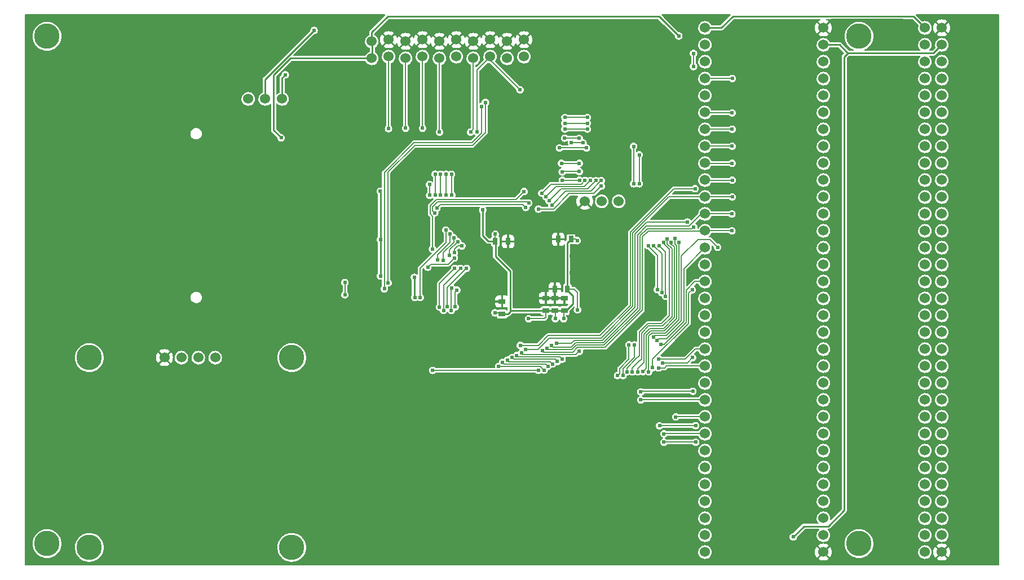
<source format=gbl>
%TF.GenerationSoftware,KiCad,Pcbnew,(6.0.5)*%
%TF.CreationDate,2022-08-23T15:07:45-04:00*%
%TF.ProjectId,UMDv3,554d4476-332e-46b6-9963-61645f706362,rev?*%
%TF.SameCoordinates,Original*%
%TF.FileFunction,Copper,L2,Bot*%
%TF.FilePolarity,Positive*%
%FSLAX46Y46*%
G04 Gerber Fmt 4.6, Leading zero omitted, Abs format (unit mm)*
G04 Created by KiCad (PCBNEW (6.0.5)) date 2022-08-23 15:07:45*
%MOMM*%
%LPD*%
G01*
G04 APERTURE LIST*
%TA.AperFunction,ComponentPad*%
%ADD10C,1.524000*%
%TD*%
%TA.AperFunction,ComponentPad*%
%ADD11C,3.810000*%
%TD*%
%TA.AperFunction,SMDPad,CuDef*%
%ADD12R,1.000000X0.800000*%
%TD*%
%TA.AperFunction,SMDPad,CuDef*%
%ADD13R,0.800000X1.000000*%
%TD*%
%TA.AperFunction,ViaPad*%
%ADD14C,0.609600*%
%TD*%
%TA.AperFunction,Conductor*%
%ADD15C,0.254000*%
%TD*%
%TA.AperFunction,Conductor*%
%ADD16C,0.177800*%
%TD*%
G04 APERTURE END LIST*
D10*
%TO.P,CON103,1*%
%TO.N,/VDEBUG*%
X108966000Y-79248000D03*
%TO.P,CON103,2*%
%TO.N,+5V*%
X111506000Y-79248000D03*
%TO.P,CON103,3*%
%TO.N,Vusb*%
X114046000Y-79248000D03*
%TD*%
%TO.P,CON104,1*%
%TO.N,+3V3*%
X127508000Y-73152000D03*
%TO.P,CON104,2*%
X127508000Y-70612000D03*
%TO.P,CON104,3*%
%TO.N,/TRST*%
X130048000Y-72898000D03*
%TO.P,CON104,4*%
%TO.N,GND*%
X130048000Y-70358000D03*
%TO.P,CON104,5*%
%TO.N,/TDI*%
X132588000Y-73152000D03*
%TO.P,CON104,6*%
%TO.N,GND*%
X132588000Y-70612000D03*
%TO.P,CON104,7*%
%TO.N,/SWDIO-TMS*%
X135128000Y-72898000D03*
%TO.P,CON104,8*%
%TO.N,GND*%
X135128000Y-70358000D03*
%TO.P,CON104,9*%
%TO.N,/SWCLK-TCLK*%
X137668000Y-73152000D03*
%TO.P,CON104,10*%
%TO.N,GND*%
X137668000Y-70612000D03*
%TO.P,CON104,11*%
%TO.N,Net-(CON104-Pad11)*%
X140208000Y-72898000D03*
%TO.P,CON104,12*%
%TO.N,GND*%
X140208000Y-70358000D03*
%TO.P,CON104,13*%
%TO.N,/TDO*%
X142748000Y-73152000D03*
%TO.P,CON104,14*%
%TO.N,GND*%
X142748000Y-70612000D03*
%TO.P,CON104,15*%
%TO.N,/~{RESET}*%
X145288000Y-72898000D03*
%TO.P,CON104,16*%
%TO.N,GND*%
X145288000Y-70358000D03*
%TO.P,CON104,17*%
%TO.N,Net-(CON104-Pad17)*%
X147828000Y-73152000D03*
%TO.P,CON104,18*%
%TO.N,GND*%
X147828000Y-70612000D03*
%TO.P,CON104,19*%
%TO.N,Net-(CON104-Pad19)*%
X150368000Y-72898000D03*
%TO.P,CON104,20*%
%TO.N,GND*%
X150368000Y-70358000D03*
%TD*%
%TO.P,CON106,1*%
%TO.N,+3V3*%
X210566000Y-68580000D03*
X177546000Y-68580000D03*
%TO.P,CON106,2*%
%TO.N,/SCL*%
X210566000Y-71120000D03*
X177546000Y-71120000D03*
%TO.P,CON106,3*%
%TO.N,/SDA*%
X210566000Y-73660000D03*
X177546000Y-73660000D03*
%TO.P,CON106,4*%
%TO.N,/MOSI-IO6*%
X177546000Y-76200000D03*
X210566000Y-76200000D03*
%TO.P,CON106,5*%
%TO.N,/SCK-IO4*%
X177546000Y-78740000D03*
X210566000Y-78740000D03*
%TO.P,CON106,6*%
%TO.N,/TIM1_CH2*%
X210566000Y-81280000D03*
X177546000Y-81280000D03*
%TO.P,CON106,7*%
%TO.N,/A15*%
X210566000Y-83820000D03*
X177546000Y-83820000D03*
%TO.P,CON106,8*%
%TO.N,/A13*%
X210566000Y-86360000D03*
X177546000Y-86360000D03*
%TO.P,CON106,9*%
%TO.N,/A18*%
X210566000Y-88900000D03*
X177546000Y-88900000D03*
%TO.P,CON106,10*%
%TO.N,/A16*%
X177546000Y-91440000D03*
X210566000Y-91440000D03*
%TO.P,CON106,11*%
%TO.N,/~{WR}*%
X210566000Y-93980000D03*
X177546000Y-93980000D03*
%TO.P,CON106,12*%
%TO.N,/A10*%
X177546000Y-96520000D03*
X210566000Y-96520000D03*
%TO.P,CON106,13*%
%TO.N,/A8*%
X210566000Y-99060000D03*
X177546000Y-99060000D03*
%TO.P,CON106,14*%
%TO.N,/D0*%
X177546000Y-101600000D03*
X210566000Y-101600000D03*
%TO.P,CON106,15*%
%TO.N,/D14*%
X210566000Y-104140000D03*
X177546000Y-104140000D03*
%TO.P,CON106,16*%
%TO.N,/D2*%
X177546000Y-106680000D03*
X210566000Y-106680000D03*
%TO.P,CON106,17*%
%TO.N,/D12*%
X210566000Y-109220000D03*
X177546000Y-109220000D03*
%TO.P,CON106,18*%
%TO.N,/D10*%
X210566000Y-111760000D03*
X177546000Y-111760000D03*
%TO.P,CON106,19*%
%TO.N,/D8*%
X210566000Y-114300000D03*
X177546000Y-114300000D03*
%TO.P,CON106,20*%
%TO.N,/D6*%
X210566000Y-116840000D03*
X177546000Y-116840000D03*
%TO.P,CON106,21*%
%TO.N,/D4*%
X210566000Y-119380000D03*
X177546000Y-119380000D03*
%TO.P,CON106,22*%
%TO.N,/IO0*%
X210566000Y-121920000D03*
X177546000Y-121920000D03*
%TO.P,CON106,23*%
%TO.N,/IO2*%
X177546000Y-124460000D03*
X210566000Y-124460000D03*
%TO.P,CON106,24*%
%TO.N,/~{CE0}*%
X177546000Y-127000000D03*
X210566000Y-127000000D03*
%TO.P,CON106,25*%
%TO.N,/~{CE2}*%
X210566000Y-129540000D03*
X177546000Y-129540000D03*
%TO.P,CON106,26*%
%TO.N,/A5*%
X210566000Y-132080000D03*
X177546000Y-132080000D03*
%TO.P,CON106,27*%
%TO.N,/A3*%
X177546000Y-134620000D03*
X210566000Y-134620000D03*
%TO.P,CON106,28*%
%TO.N,/A1*%
X210566000Y-137160000D03*
X177546000Y-137160000D03*
%TO.P,CON106,29*%
%TO.N,/A22*%
X210566000Y-139700000D03*
X177546000Y-139700000D03*
%TO.P,CON106,30*%
%TO.N,/A20*%
X177546000Y-142240000D03*
X210566000Y-142240000D03*
%TO.P,CON106,31*%
%TO.N,/A19*%
X177546000Y-144780000D03*
X210566000Y-144780000D03*
%TO.P,CON106,32*%
%TO.N,/A23*%
X210566000Y-147320000D03*
X177546000Y-147320000D03*
%TO.P,CON106,33*%
%TO.N,GND*%
X213106000Y-147320000D03*
X195326000Y-147320000D03*
%TO.P,CON106,34*%
%TO.N,+5V*%
X213106000Y-144780000D03*
X195326000Y-144780000D03*
%TO.P,CON106,35*%
%TO.N,/A21*%
X213106000Y-142240000D03*
X195326000Y-142240000D03*
%TO.P,CON106,36*%
%TO.N,/A0*%
X213106000Y-139700000D03*
X195326000Y-139700000D03*
%TO.P,CON106,37*%
%TO.N,/A2*%
X213106000Y-137160000D03*
X195326000Y-137160000D03*
%TO.P,CON106,38*%
%TO.N,/A4*%
X213106000Y-134620000D03*
X195326000Y-134620000D03*
%TO.P,CON106,39*%
%TO.N,/~{CE3}*%
X213106000Y-132080000D03*
X195326000Y-132080000D03*
%TO.P,CON106,40*%
%TO.N,/~{CE1}*%
X213106000Y-129540000D03*
X195326000Y-129540000D03*
%TO.P,CON106,41*%
%TO.N,/A6*%
X195326000Y-127000000D03*
X213106000Y-127000000D03*
%TO.P,CON106,42*%
%TO.N,/IO3*%
X195326000Y-124460000D03*
X213106000Y-124460000D03*
%TO.P,CON106,43*%
%TO.N,/IO1*%
X195326000Y-121920000D03*
X213106000Y-121920000D03*
%TO.P,CON106,44*%
%TO.N,/D5*%
X195326000Y-119380000D03*
X213106000Y-119380000D03*
%TO.P,CON106,45*%
%TO.N,/D7*%
X195326000Y-116840000D03*
X213106000Y-116840000D03*
%TO.P,CON106,46*%
%TO.N,/D9*%
X213106000Y-114300000D03*
X195326000Y-114300000D03*
%TO.P,CON106,47*%
%TO.N,/D11*%
X195326000Y-111760000D03*
X213106000Y-111760000D03*
%TO.P,CON106,48*%
%TO.N,/D3*%
X213106000Y-109220000D03*
X195326000Y-109220000D03*
%TO.P,CON106,49*%
%TO.N,/D13*%
X213106000Y-106680000D03*
X195326000Y-106680000D03*
%TO.P,CON106,50*%
%TO.N,/D15*%
X195326000Y-104140000D03*
X213106000Y-104140000D03*
%TO.P,CON106,51*%
%TO.N,/D1*%
X195326000Y-101600000D03*
X213106000Y-101600000D03*
%TO.P,CON106,52*%
%TO.N,/A7*%
X213106000Y-99060000D03*
X195326000Y-99060000D03*
%TO.P,CON106,53*%
%TO.N,/A9*%
X195326000Y-96520000D03*
X213106000Y-96520000D03*
%TO.P,CON106,54*%
%TO.N,/A11*%
X195326000Y-93980000D03*
X213106000Y-93980000D03*
%TO.P,CON106,55*%
%TO.N,/~{RD}*%
X213106000Y-91440000D03*
X195326000Y-91440000D03*
%TO.P,CON106,56*%
%TO.N,/A17*%
X213106000Y-88900000D03*
X195326000Y-88900000D03*
%TO.P,CON106,57*%
%TO.N,/A12*%
X195326000Y-86360000D03*
X213106000Y-86360000D03*
%TO.P,CON106,58*%
%TO.N,/A14*%
X195326000Y-83820000D03*
X213106000Y-83820000D03*
%TO.P,CON106,59*%
%TO.N,/CLK*%
X195326000Y-81280000D03*
X213106000Y-81280000D03*
%TO.P,CON106,60*%
%TO.N,/NSS-IO5*%
X213106000Y-78740000D03*
X195326000Y-78740000D03*
%TO.P,CON106,61*%
%TO.N,/MISO-IO7*%
X195326000Y-76200000D03*
X213106000Y-76200000D03*
%TO.P,CON106,62*%
%TO.N,/IO8*%
X195326000Y-73660000D03*
X213106000Y-73660000D03*
%TO.P,CON106,63*%
%TO.N,+5V*%
X213106000Y-71120000D03*
X195326000Y-71120000D03*
%TO.P,CON106,64*%
%TO.N,GND*%
X195326000Y-68580000D03*
X213106000Y-68580000D03*
%TD*%
D11*
%TO.P,MEC102,1*%
%TO.N,N/C*%
X78740000Y-146050000D03*
%TD*%
%TO.P,MEC103,1*%
%TO.N,N/C*%
X200660000Y-69850000D03*
%TD*%
%TO.P,MEC104,1*%
%TO.N,N/C*%
X200660000Y-146050000D03*
%TD*%
%TO.P,MEC101,1*%
%TO.N,N/C*%
X78740000Y-69850000D03*
%TD*%
%TO.P,U104,0*%
%TO.N,N/C*%
X85090000Y-146610000D03*
X115490000Y-146610000D03*
X85090000Y-118110000D03*
X115490000Y-118110000D03*
D10*
%TO.P,U104,1*%
%TO.N,GND*%
X96380000Y-118110000D03*
%TO.P,U104,2*%
%TO.N,+3V3*%
X98920000Y-118110000D03*
%TO.P,U104,3*%
%TO.N,/SCL*%
X101460000Y-118110000D03*
%TO.P,U104,4*%
%TO.N,/SDA*%
X104000000Y-118110000D03*
%TD*%
%TO.P,CON107,1*%
%TO.N,GND*%
X159512000Y-94640400D03*
%TO.P,CON107,2*%
%TO.N,/USART3_RX*%
X162052000Y-94640400D03*
%TO.P,CON107,3*%
%TO.N,/USART3_TX*%
X164592000Y-94640400D03*
%TD*%
D12*
%TO.P,C117,1*%
%TO.N,+3.3VP*%
X153619200Y-111059000D03*
%TO.P,C117,2*%
%TO.N,GND*%
X153619200Y-109159000D03*
%TD*%
D13*
%TO.P,C118,1*%
%TO.N,+3.3VP*%
X157414000Y-100330000D03*
%TO.P,C118,2*%
%TO.N,GND*%
X155514000Y-100330000D03*
%TD*%
%TO.P,C120,1*%
%TO.N,+3.3VP*%
X156880600Y-107797600D03*
%TO.P,C120,2*%
%TO.N,GND*%
X154980600Y-107797600D03*
%TD*%
D12*
%TO.P,C121,1*%
%TO.N,+3.3VP*%
X156413200Y-111059000D03*
%TO.P,C121,2*%
%TO.N,GND*%
X156413200Y-109159000D03*
%TD*%
%TO.P,C122,1*%
%TO.N,+3.3VP*%
X147066000Y-111567000D03*
%TO.P,C122,2*%
%TO.N,GND*%
X147066000Y-109667000D03*
%TD*%
%TO.P,C123,1*%
%TO.N,+3.3VP*%
X155016200Y-111059000D03*
%TO.P,C123,2*%
%TO.N,GND*%
X155016200Y-109159000D03*
%TD*%
D13*
%TO.P,C119,1*%
%TO.N,+3.3VP*%
X146065200Y-100660200D03*
%TO.P,C119,2*%
%TO.N,GND*%
X147965200Y-100660200D03*
%TD*%
D14*
%TO.N,+3V3*%
X128778000Y-93091000D03*
X173609000Y-69799200D03*
X133908800Y-106045000D03*
X128803400Y-100380800D03*
X133959600Y-109067600D03*
X128803400Y-105841800D03*
X113893600Y-85090000D03*
%TO.N,GND*%
X149860000Y-102870000D03*
X147320000Y-105410000D03*
X147320000Y-102870000D03*
X147320000Y-107950000D03*
X140589000Y-97282000D03*
X146050000Y-91440000D03*
X157480000Y-102870000D03*
X157480000Y-105410000D03*
X157480000Y-111760000D03*
X149860000Y-107950000D03*
X152400000Y-107950000D03*
X149860000Y-111760000D03*
X125730000Y-86360000D03*
X120650000Y-86360000D03*
X120650000Y-81280000D03*
X115570000Y-81280000D03*
X134620000Y-101828600D03*
X120650000Y-111760000D03*
X133350000Y-116840000D03*
X151130000Y-121920000D03*
X153670000Y-121920000D03*
X160350200Y-98526600D03*
X171450000Y-76200000D03*
X171450000Y-110490000D03*
X161290000Y-86487000D03*
X174980600Y-95123000D03*
X120650000Y-93980000D03*
X134620000Y-94183200D03*
X126288800Y-106680000D03*
X105410000Y-91440000D03*
X100330000Y-96520000D03*
X120650000Y-132080000D03*
X120650000Y-142240000D03*
X125730000Y-147320000D03*
X146050000Y-142240000D03*
X120650000Y-147320000D03*
X125730000Y-142240000D03*
X120650000Y-137160000D03*
X140970000Y-142240000D03*
X146050000Y-147320000D03*
X140970000Y-147320000D03*
X146050000Y-121920000D03*
X146050000Y-127000000D03*
X148590000Y-127000000D03*
X151130000Y-127000000D03*
X153670000Y-127000000D03*
X156210000Y-127000000D03*
X158750000Y-127000000D03*
X161290000Y-127000000D03*
X161290000Y-124460000D03*
X161290000Y-121920000D03*
X156210000Y-132080000D03*
X135890000Y-137160000D03*
X120650000Y-127000000D03*
X120650000Y-116840000D03*
X161290000Y-137160000D03*
X161290000Y-132080000D03*
X166370000Y-132080000D03*
X151130000Y-137160000D03*
X181610000Y-147320000D03*
X173990000Y-147320000D03*
X120650000Y-121920000D03*
X135890000Y-121920000D03*
X158750000Y-121920000D03*
X115570000Y-111760000D03*
X115570000Y-106680000D03*
X120650000Y-106680000D03*
X110490000Y-106680000D03*
X105410000Y-111760000D03*
X105410000Y-106680000D03*
X115570000Y-101600000D03*
X110490000Y-101600000D03*
X125730000Y-91440000D03*
X110490000Y-81280000D03*
X105410000Y-81280000D03*
X110490000Y-91440000D03*
X130810000Y-86360000D03*
X130810000Y-91440000D03*
X100330000Y-81280000D03*
X95250000Y-81280000D03*
X90170000Y-81280000D03*
X85090000Y-81280000D03*
X85090000Y-76200000D03*
X90170000Y-76200000D03*
X95250000Y-76200000D03*
X85090000Y-71120000D03*
X90170000Y-71120000D03*
X80010000Y-76200000D03*
X105410000Y-71120000D03*
X110490000Y-76200000D03*
X120650000Y-71120000D03*
X125730000Y-71120000D03*
X151130000Y-86360000D03*
X151130000Y-81280000D03*
X146050000Y-81280000D03*
X156210000Y-76200000D03*
X166370000Y-76200000D03*
X171450000Y-71120000D03*
X166370000Y-71120000D03*
X156210000Y-71120000D03*
X151130000Y-76200000D03*
X181610000Y-71120000D03*
X189230000Y-68580000D03*
X186690000Y-71120000D03*
X186690000Y-147320000D03*
X151130000Y-132080000D03*
X166370000Y-121920000D03*
X140970000Y-121920000D03*
X140970000Y-116840000D03*
X135890000Y-111760000D03*
X125730000Y-116840000D03*
X95250000Y-111760000D03*
X90170000Y-111760000D03*
X90170000Y-116840000D03*
X100330000Y-91440000D03*
X100330000Y-86360000D03*
X95250000Y-86360000D03*
X90170000Y-86360000D03*
X85090000Y-86360000D03*
X80010000Y-86360000D03*
X90170000Y-106680000D03*
X95250000Y-106680000D03*
X85090000Y-106680000D03*
X80010000Y-106680000D03*
X120650000Y-76200000D03*
X130810000Y-76200000D03*
X135890000Y-76200000D03*
X140970000Y-76200000D03*
X146050000Y-76200000D03*
X125730000Y-81280000D03*
X130810000Y-81280000D03*
X135890000Y-81280000D03*
X140970000Y-81280000D03*
X146050000Y-86360000D03*
X152400000Y-102870000D03*
X152400000Y-105410000D03*
X154940000Y-105410000D03*
X152400000Y-100330000D03*
X154940000Y-102870000D03*
X149860000Y-105410000D03*
X144780000Y-116840000D03*
X144780000Y-114300000D03*
X144780000Y-119380000D03*
X161290000Y-113030000D03*
X149860000Y-100330000D03*
%TO.N,+5V*%
X190804800Y-145034000D03*
X118846600Y-68961000D03*
%TO.N,/~{RESET}*%
X136169400Y-92100400D03*
X134772400Y-109067600D03*
X149758400Y-77876400D03*
X136652000Y-120015000D03*
X143306800Y-84226400D03*
X138633200Y-98933000D03*
X152527000Y-120015000D03*
X136194800Y-93726000D03*
%TO.N,Vusb*%
X114528600Y-75615800D03*
%TO.N,/TDO*%
X137845800Y-90551000D03*
X142343421Y-84223491D03*
X137847343Y-93713925D03*
X138201053Y-103482331D03*
X139801600Y-100101400D03*
%TO.N,/SWCLK-TCLK*%
X139521476Y-93675924D03*
X139471400Y-90551000D03*
X137668000Y-84226400D03*
%TO.N,/SWDIO-TMS*%
X135128000Y-83642200D03*
%TO.N,/TDI*%
X132588000Y-83642200D03*
X138658600Y-90551000D03*
X138688870Y-93651556D03*
%TO.N,/TRST*%
X137419310Y-103388018D03*
X130022600Y-83718400D03*
X137033000Y-90551000D03*
X137033000Y-93726000D03*
X139217400Y-99491800D03*
%TO.N,/SDIO_D1*%
X137274228Y-95664466D03*
X150621510Y-95541305D03*
%TO.N,/SDIO_D0*%
X136955768Y-96384606D03*
X151071553Y-94895180D03*
%TO.N,/SDIO_D3*%
X141046200Y-101333310D03*
X139897859Y-102341941D03*
%TO.N,/SDIO_D2*%
X139166600Y-102768400D03*
X140396219Y-100700581D03*
%TO.N,/D1*%
X166116000Y-116179600D03*
X164414200Y-120802400D03*
X169773600Y-115011200D03*
X179435171Y-101537979D03*
%TO.N,/D0*%
X166928800Y-116205000D03*
X170357800Y-115544600D03*
X165227000Y-120802400D03*
%TO.N,/TIM1_CH2*%
X181610000Y-81356200D03*
X156514800Y-82042000D03*
X159867600Y-82042000D03*
%TO.N,/A15*%
X156489400Y-83769200D03*
X181610000Y-83794600D03*
X159867600Y-83769200D03*
%TO.N,/A14*%
X155676600Y-86614000D03*
X159740600Y-86614000D03*
%TO.N,/A23*%
X161975800Y-92329000D03*
X165811200Y-120243600D03*
X152527000Y-95808800D03*
X171297600Y-100787200D03*
%TO.N,/A22*%
X169087800Y-120243600D03*
X173634400Y-100761800D03*
X153043054Y-93406147D03*
X159512000Y-91490800D03*
%TO.N,/A21*%
X153638451Y-93921433D03*
X160324800Y-91516200D03*
X173050200Y-100228400D03*
X168224200Y-120218200D03*
%TO.N,/A20*%
X167436800Y-120243600D03*
X161163000Y-91516200D03*
X172466000Y-100787200D03*
X154127200Y-94538800D03*
%TO.N,/A19*%
X171881800Y-100253800D03*
X154559000Y-95199200D03*
X166624000Y-120243600D03*
X161975800Y-91516200D03*
%TO.N,/A18*%
X158673800Y-88925400D03*
X181610000Y-88925400D03*
X155981400Y-88925400D03*
%TO.N,/A17*%
X158673800Y-90170000D03*
X156108400Y-90195400D03*
%TO.N,/A16*%
X156121510Y-91465400D03*
X181635400Y-91465400D03*
X158699200Y-91465400D03*
%TO.N,/A13*%
X170383200Y-107873800D03*
X169037000Y-101295200D03*
X166827200Y-91998800D03*
X181610000Y-86360000D03*
X166827200Y-86385400D03*
%TO.N,/A12*%
X171043600Y-108331000D03*
X169849800Y-101295200D03*
X167665400Y-87655400D03*
X167665400Y-91998800D03*
%TO.N,/A7*%
X171627800Y-108915200D03*
X170662600Y-101295200D03*
%TO.N,/A11*%
X155219400Y-115976400D03*
X174904400Y-97764600D03*
%TO.N,/A10*%
X181584600Y-96520000D03*
X154508200Y-116332000D03*
%TO.N,/A9*%
X153819879Y-116714401D03*
X175844200Y-98475800D03*
%TO.N,/A8*%
X181584600Y-99060000D03*
X153120851Y-117076861D03*
%TO.N,/~{WR}*%
X150635418Y-116852710D03*
X181635400Y-93980000D03*
%TO.N,/~{RD}*%
X176047400Y-92735400D03*
X149809200Y-116281200D03*
%TO.N,/~{CE0}*%
X173151800Y-127025400D03*
X156083000Y-118338600D03*
X149275800Y-117779800D03*
%TO.N,/D6*%
X155371800Y-118694200D03*
X170586400Y-118338600D03*
X148561610Y-118111388D03*
%TO.N,/D5*%
X175666400Y-118110000D03*
X171146218Y-118910110D03*
X154660600Y-119049800D03*
X147853400Y-118491000D03*
%TO.N,/D4*%
X147142200Y-118846600D03*
X170586400Y-119659400D03*
X153949400Y-119405400D03*
%TO.N,/D3*%
X153390600Y-119989600D03*
X169672000Y-119634000D03*
X175615600Y-107924600D03*
X146558000Y-119430800D03*
%TO.N,/D2*%
X170942000Y-116103400D03*
X158648400Y-117157554D03*
X149987000Y-117424200D03*
%TO.N,+3.3VP*%
X144170400Y-95910400D03*
X151053800Y-112268000D03*
X156311600Y-112268000D03*
X158394400Y-110921800D03*
X146014378Y-111389269D03*
X155067000Y-112268000D03*
X146050000Y-99568000D03*
X158343600Y-100533200D03*
%TO.N,/IO8*%
X136626600Y-101803200D03*
X175818800Y-74396600D03*
X175818800Y-72415400D03*
X150368000Y-93141800D03*
%TO.N,/CLK*%
X159867600Y-82905600D03*
X156489400Y-82905600D03*
%TO.N,/IO3*%
X140286585Y-107956621D03*
X167894000Y-123266200D03*
X175717200Y-123164600D03*
X140030200Y-110490000D03*
%TO.N,/~{CE1}*%
X138861800Y-110490000D03*
X176123600Y-128320800D03*
X170713400Y-128346200D03*
X141732000Y-104698800D03*
%TO.N,/~{CE3}*%
X171373800Y-130810000D03*
X176149000Y-130810000D03*
X139954000Y-104698800D03*
X137668000Y-110515400D03*
%TO.N,/~{CE2}*%
X140817600Y-104698800D03*
X138277600Y-111023400D03*
X171373800Y-129565400D03*
%TO.N,/IO2*%
X139543834Y-107695204D03*
X167894000Y-124460000D03*
X139446000Y-111023400D03*
%TO.N,/SCK-IO4*%
X159232600Y-85852000D03*
X157478490Y-85852421D03*
%TO.N,/MOSI-IO6*%
X181635400Y-76174600D03*
X156478490Y-85134382D03*
X158648400Y-85166200D03*
%TO.N,/SDA*%
X129387600Y-107772200D03*
X144000289Y-80379389D03*
%TO.N,/SCL*%
X144571799Y-79770552D03*
X129971800Y-106883200D03*
%TO.N,/MCP_INT*%
X123469400Y-106807000D03*
X123469400Y-108661200D03*
X135908629Y-104526753D03*
X139903200Y-103149400D03*
%TD*%
D15*
%TO.N,+3V3*%
X133908800Y-106045000D02*
X133908800Y-109016800D01*
X127508000Y-70612000D02*
X127508000Y-69240400D01*
X208838800Y-66852800D02*
X210566000Y-68580000D01*
X170662600Y-66852800D02*
X171615100Y-67805300D01*
X128803400Y-93116400D02*
X128778000Y-93091000D01*
X133908800Y-109016800D02*
X133959600Y-109067600D01*
X112750600Y-83947000D02*
X112750600Y-75692000D01*
X177546000Y-68580000D02*
X180009800Y-68580000D01*
X181737000Y-66852800D02*
X208838800Y-66852800D01*
X171094400Y-67284600D02*
X171615100Y-67805300D01*
X115290600Y-73152000D02*
X127584200Y-73152000D01*
X112750600Y-75692000D02*
X115290600Y-73152000D01*
X180009800Y-68580000D02*
X181737000Y-66852800D01*
X171615100Y-67805300D02*
X173609000Y-69799200D01*
X127508000Y-69240400D02*
X129895600Y-66852800D01*
X113893600Y-85090000D02*
X112750600Y-83947000D01*
X127584200Y-73152000D02*
X127584200Y-70561200D01*
X128803400Y-100380800D02*
X128803400Y-93116400D01*
X128803400Y-105841800D02*
X128803400Y-100380800D01*
X129895600Y-66852800D02*
X170662600Y-66852800D01*
%TO.N,GND*%
X195326000Y-68580000D02*
X196596000Y-67310000D01*
X207187800Y-67310000D02*
X209727800Y-69850000D01*
X196596000Y-67310000D02*
X207187800Y-67310000D01*
X209727800Y-69850000D02*
X211836000Y-69850000D01*
X211836000Y-69850000D02*
X213106000Y-68580000D01*
%TO.N,+5V*%
X198450199Y-141046201D02*
X196037200Y-143459200D01*
X196037200Y-143459200D02*
X192379600Y-143459200D01*
X198983600Y-72390000D02*
X198755000Y-72161400D01*
X197713600Y-71120000D02*
X198755000Y-72161400D01*
X192379600Y-143459200D02*
X190804800Y-145034000D01*
X198983600Y-72390000D02*
X198450199Y-72923401D01*
X118846600Y-68961000D02*
X111506000Y-76301600D01*
X198450199Y-72923401D02*
X198450199Y-141046201D01*
X111506000Y-79248000D02*
X111506000Y-76301600D01*
X213106000Y-71120000D02*
X211836000Y-72390000D01*
X211836000Y-72390000D02*
X198983600Y-72390000D01*
X195326000Y-71120000D02*
X197713600Y-71120000D01*
D16*
%TO.N,/~{RESET}*%
X149758400Y-77876400D02*
X145288000Y-73406000D01*
X136194800Y-93726000D02*
X136194800Y-92125800D01*
X143306800Y-74904600D02*
X145288000Y-72923400D01*
X134772400Y-109067600D02*
X134772400Y-104698800D01*
X150850600Y-120015000D02*
X136652000Y-120015000D01*
X134772400Y-104698800D02*
X138633200Y-100838000D01*
X143306800Y-75641200D02*
X143306800Y-75412600D01*
X145288000Y-73406000D02*
X145288000Y-72898000D01*
X138633200Y-100838000D02*
X138633200Y-98933000D01*
X136194800Y-92125800D02*
X136169400Y-92100400D01*
X152527000Y-120015000D02*
X150850600Y-120015000D01*
X143306800Y-75412600D02*
X143306800Y-74904600D01*
X143306800Y-84226400D02*
X143306800Y-75641200D01*
D15*
%TO.N,Vusb*%
X114528600Y-75615800D02*
X114046000Y-76098400D01*
X114046000Y-76098400D02*
X114046000Y-79375000D01*
D16*
%TO.N,/TDO*%
X142748000Y-83818912D02*
X142343421Y-84223491D01*
X137845800Y-90551000D02*
X137845800Y-93712382D01*
X139801600Y-100761800D02*
X138201053Y-102362347D01*
X137845800Y-93712382D02*
X137847343Y-93713925D01*
X142748000Y-73279000D02*
X142748000Y-83818912D01*
X139801600Y-100101400D02*
X139801600Y-100761800D01*
X138201053Y-102362347D02*
X138201053Y-103482331D01*
%TO.N,/SWCLK-TCLK*%
X137668000Y-84226400D02*
X137668000Y-73228200D01*
X139471400Y-90551000D02*
X139471400Y-93625848D01*
X139471400Y-93625848D02*
X139521476Y-93675924D01*
%TO.N,/SWDIO-TMS*%
X135128000Y-72898000D02*
X135128000Y-82372200D01*
X135128000Y-82372200D02*
X135128000Y-83642200D01*
%TO.N,/TDI*%
X138658600Y-93621286D02*
X138688870Y-93651556D01*
X132588000Y-83642200D02*
X132588000Y-73202800D01*
X138658600Y-90551000D02*
X138658600Y-93621286D01*
X132588000Y-73202800D02*
X132588000Y-73177400D01*
%TO.N,/TRST*%
X137033000Y-93726000D02*
X137033000Y-90551000D01*
X139217400Y-99491800D02*
X139217400Y-100838000D01*
X139217400Y-100838000D02*
X137419310Y-102636090D01*
X130022600Y-83718400D02*
X130022600Y-73126600D01*
X130022600Y-73126600D02*
X129997200Y-73152000D01*
X137419310Y-102636090D02*
X137419310Y-103388018D01*
%TO.N,/SDIO_D1*%
X150621510Y-95541305D02*
X150177827Y-95097622D01*
X137841072Y-95097622D02*
X137274228Y-95664466D01*
X150177827Y-95097622D02*
X137841072Y-95097622D01*
%TO.N,/SDIO_D0*%
X150918384Y-94742011D02*
X137368257Y-94742011D01*
X136650969Y-96079807D02*
X136955768Y-96384606D01*
X151071553Y-94895180D02*
X150918384Y-94742011D01*
X137368257Y-94742011D02*
X136650969Y-95459299D01*
X136650969Y-95459299D02*
X136650969Y-96079807D01*
%TO.N,/SDIO_D3*%
X139897859Y-101833941D02*
X140398490Y-101333310D01*
X140398490Y-101333310D02*
X141046200Y-101333310D01*
X139897859Y-102341941D02*
X139897859Y-101833941D01*
%TO.N,/SDIO_D2*%
X139166600Y-102768400D02*
X139166600Y-101930200D01*
X139166600Y-101930200D02*
X140396219Y-100700581D01*
%TO.N,/D1*%
X164719000Y-120497600D02*
X164719000Y-119735600D01*
X176479200Y-100380800D02*
X178277992Y-100380800D01*
X164414200Y-120802400D02*
X164719000Y-120497600D01*
X171749698Y-114782611D02*
X173990011Y-112542298D01*
X170002189Y-114782611D02*
X171749698Y-114782611D01*
X169773600Y-115011200D02*
X170002189Y-114782611D01*
X164719000Y-119735600D02*
X166116000Y-118338600D01*
X173990011Y-102869989D02*
X176479200Y-100380800D01*
X166116000Y-118338600D02*
X166116000Y-116179600D01*
X178277992Y-100380800D02*
X179435171Y-101537979D01*
X173990011Y-112542298D02*
X173990011Y-102869989D01*
%TO.N,/D0*%
X166928800Y-118033800D02*
X165227000Y-119735600D01*
X177546000Y-101600000D02*
X174345622Y-104800378D01*
X165227000Y-119735600D02*
X165227000Y-120802400D01*
X174345622Y-104800378D02*
X174345622Y-112689596D01*
X174345622Y-112689596D02*
X171795417Y-115239801D01*
X166928800Y-116205000D02*
X166928800Y-118033800D01*
X171795417Y-115239801D02*
X170662599Y-115239801D01*
X170662599Y-115239801D02*
X170357800Y-115544600D01*
%TO.N,/TIM1_CH2*%
X181610000Y-81356200D02*
X177622200Y-81356200D01*
X177622200Y-81356200D02*
X177546000Y-81280000D01*
X177520600Y-81407000D02*
X177571400Y-81356200D01*
X156514800Y-82042000D02*
X159867600Y-82042000D01*
%TO.N,/A15*%
X156489400Y-83769200D02*
X159867600Y-83769200D01*
X181610000Y-83794600D02*
X177571400Y-83794600D01*
X177571400Y-83794600D02*
X177546000Y-83820000D01*
%TO.N,/A14*%
X155676600Y-86614000D02*
X159740600Y-86614000D01*
%TO.N,/A23*%
X160832800Y-93472000D02*
X157124400Y-93472000D01*
X172212000Y-111785400D02*
X170992800Y-113004600D01*
X157124400Y-93472000D02*
X154787600Y-95808800D01*
X161975800Y-92329000D02*
X160832800Y-93472000D01*
X167132000Y-118364000D02*
X167513000Y-117983000D01*
X167665400Y-114274600D02*
X167665400Y-117830600D01*
X165811200Y-120243600D02*
X165811200Y-119684800D01*
X171297600Y-100939600D02*
X172212000Y-101854000D01*
X170992800Y-113004600D02*
X168935400Y-113004600D01*
X171297600Y-100787200D02*
X171297600Y-100939600D01*
X172212000Y-101854000D02*
X172212000Y-111785400D01*
X168935400Y-113004600D02*
X167665400Y-114274600D01*
X154787600Y-95808800D02*
X152527000Y-95808800D01*
X165811200Y-119684800D02*
X167132000Y-118364000D01*
X167665400Y-117830600D02*
X167132000Y-118364000D01*
%TO.N,/A22*%
X154399601Y-92049600D02*
X153043054Y-93406147D01*
X158953200Y-92049600D02*
X154399601Y-92049600D01*
X159512000Y-91490800D02*
X158953200Y-92049600D01*
X173634400Y-100761800D02*
X173634400Y-112395000D01*
X171602400Y-114427000D02*
X169545000Y-114427000D01*
X169087800Y-120243600D02*
X169087800Y-114884200D01*
X169545000Y-114427000D02*
X169087800Y-114884200D01*
X173634400Y-112395000D02*
X171602400Y-114427000D01*
%TO.N,/A21*%
X159435800Y-92405200D02*
X155154684Y-92405200D01*
X173050200Y-101092000D02*
X173278800Y-101320600D01*
X160324800Y-91516200D02*
X159435800Y-92405200D01*
X171450000Y-114071400D02*
X169392600Y-114071400D01*
X168440100Y-120002300D02*
X168579822Y-119862578D01*
X168224200Y-120218200D02*
X168440100Y-120002300D01*
X168732200Y-114731800D02*
X168732200Y-119710200D01*
X168732200Y-119710200D02*
X168440100Y-120002300D01*
X173278800Y-112242600D02*
X171450000Y-114071400D01*
X173278800Y-101320600D02*
X173278800Y-112242600D01*
X155154684Y-92405200D02*
X153638451Y-93921433D01*
X173050200Y-100228400D02*
X173050200Y-101092000D01*
X169392600Y-114071400D02*
X168732200Y-114731800D01*
%TO.N,/A20*%
X172466000Y-101041200D02*
X172923200Y-101498400D01*
X168376600Y-118846600D02*
X167436800Y-119786400D01*
X171297600Y-113715800D02*
X169240200Y-113715800D01*
X155905200Y-92760800D02*
X154127200Y-94538800D01*
X167436800Y-120243600D02*
X167436800Y-119786400D01*
X169240200Y-113715800D02*
X168376600Y-114579400D01*
X172923200Y-101498400D02*
X172923200Y-112090200D01*
X159918400Y-92760800D02*
X155905200Y-92760800D01*
X167436800Y-119786400D02*
X168224211Y-118998989D01*
X168376600Y-114579400D02*
X168376600Y-118846600D01*
X161163000Y-91516200D02*
X159918400Y-92760800D01*
X172466000Y-100787200D02*
X172466000Y-101041200D01*
X172923200Y-112090200D02*
X171297600Y-113715800D01*
%TO.N,/A19*%
X171881800Y-100253800D02*
X171881800Y-101015800D01*
X156641800Y-93116400D02*
X154559000Y-95199200D01*
X160375600Y-93116400D02*
X156641800Y-93116400D01*
X169087800Y-113360200D02*
X168021000Y-114427000D01*
X172567600Y-101701600D02*
X172567600Y-111937800D01*
X168021000Y-114427000D02*
X168021000Y-118287800D01*
X171881800Y-101015800D02*
X172567600Y-101701600D01*
X172567600Y-111937800D02*
X171145200Y-113360200D01*
X166624000Y-119684800D02*
X167462200Y-118846600D01*
X166624000Y-120243600D02*
X166624000Y-119684800D01*
X167462200Y-118846600D02*
X167868600Y-118440200D01*
X168021000Y-118287800D02*
X167462200Y-118846600D01*
X161975800Y-91516200D02*
X160375600Y-93116400D01*
X171145200Y-113360200D02*
X169087800Y-113360200D01*
%TO.N,/A18*%
X155981400Y-88925400D02*
X158673800Y-88925400D01*
X181610000Y-88925400D02*
X177571400Y-88925400D01*
X177571400Y-88925400D02*
X177546000Y-88900000D01*
%TO.N,/A17*%
X158673800Y-90170000D02*
X156133800Y-90170000D01*
X156133800Y-90170000D02*
X156108400Y-90195400D01*
%TO.N,/A16*%
X177571400Y-91465400D02*
X177546000Y-91440000D01*
X181635400Y-91465400D02*
X177571400Y-91465400D01*
X156121510Y-91465400D02*
X158699200Y-91465400D01*
%TO.N,/A13*%
X166827200Y-91998800D02*
X166827200Y-86385400D01*
X181610000Y-86360000D02*
X177546000Y-86360000D01*
X169037000Y-101396800D02*
X169037000Y-101295200D01*
X170383200Y-107873800D02*
X170383200Y-102743000D01*
X170383200Y-102743000D02*
X169037000Y-101396800D01*
%TO.N,/A12*%
X171043600Y-108331000D02*
X171043600Y-102489000D01*
X167665400Y-91998800D02*
X167665400Y-87655400D01*
X171043600Y-102489000D02*
X169849800Y-101295200D01*
%TO.N,/A7*%
X171627800Y-108915200D02*
X171627800Y-102260400D01*
X171627800Y-102260400D02*
X170662600Y-101295200D01*
%TO.N,/A11*%
X157480000Y-115976400D02*
X157937200Y-115519200D01*
X157937200Y-115519200D02*
X162092676Y-115519200D01*
X174904400Y-97764600D02*
X174879000Y-97764600D01*
X162092676Y-115519200D02*
X167055822Y-110556054D01*
X167055822Y-110556054D02*
X167055822Y-99532452D01*
X155219400Y-115976400D02*
X157480000Y-115976400D01*
X168823674Y-97764600D02*
X174904400Y-97764600D01*
X167055822Y-99532452D02*
X168823674Y-97764600D01*
%TO.N,/A10*%
X176987200Y-96520000D02*
X175132967Y-98374233D01*
X157419016Y-116560600D02*
X154736800Y-116560600D01*
X181584600Y-96520000D02*
X177546000Y-96520000D01*
X168716949Y-98374233D02*
X167411433Y-99679749D01*
X162239974Y-115874811D02*
X158104805Y-115874811D01*
X158104805Y-115874811D02*
X157419016Y-116560600D01*
X175132967Y-98374233D02*
X168716949Y-98374233D01*
X177546000Y-96520000D02*
X176987200Y-96520000D01*
X167411433Y-110703351D02*
X162239974Y-115874811D01*
X154736800Y-116560600D02*
X154508200Y-116332000D01*
X167411433Y-99679749D02*
X167411433Y-110703351D01*
%TO.N,/A9*%
X175590156Y-98729844D02*
X168864247Y-98729844D01*
X154021689Y-116916211D02*
X153819879Y-116714401D01*
X168864247Y-98729844D02*
X167767044Y-99827047D01*
X167767044Y-99827047D02*
X167767044Y-110850649D01*
X162387272Y-116230422D02*
X158252103Y-116230422D01*
X167767044Y-110850649D02*
X162387272Y-116230422D01*
X157566314Y-116916211D02*
X154021689Y-116916211D01*
X175844200Y-98475800D02*
X175590156Y-98729844D01*
X158252103Y-116230422D02*
X157566314Y-116916211D01*
%TO.N,/A8*%
X158399391Y-116586044D02*
X162534556Y-116586044D01*
X168122655Y-110997945D02*
X168122655Y-101244345D01*
X177520545Y-99085455D02*
X169011545Y-99085455D01*
X157699532Y-117285902D02*
X158399391Y-116586044D01*
X162534556Y-116586044D02*
X168122655Y-110997945D01*
X169011545Y-99085455D02*
X168122655Y-99974345D01*
X177546000Y-99060000D02*
X177520545Y-99085455D01*
X153120851Y-117076861D02*
X153329892Y-117285902D01*
X153329892Y-117285902D02*
X157699532Y-117285902D01*
X168122655Y-99974345D02*
X168122655Y-101244345D01*
X181584600Y-99060000D02*
X177546000Y-99060000D01*
%TO.N,/~{WR}*%
X181635400Y-93980000D02*
X177546000Y-93980000D01*
X154178000Y-115163600D02*
X161945368Y-115163600D01*
X161945368Y-115163600D02*
X166700211Y-110408757D01*
X152488890Y-116852710D02*
X154178000Y-115163600D01*
X172105365Y-93980000D02*
X177546000Y-93980000D01*
X166700211Y-99385154D02*
X172105365Y-93980000D01*
X150635418Y-116852710D02*
X152488890Y-116852710D01*
X166700211Y-110408757D02*
X166700211Y-99385154D01*
%TO.N,/~{RD}*%
X149809200Y-116281200D02*
X152527000Y-116281200D01*
X152527000Y-116281200D02*
X154000200Y-114808000D01*
X161798000Y-114808000D02*
X166344600Y-110261400D01*
X166344600Y-99237856D02*
X172847055Y-92735400D01*
X154000200Y-114808000D02*
X161798000Y-114808000D01*
X166344600Y-110261400D02*
X166344600Y-99237856D01*
X172847055Y-92735400D02*
X176047400Y-92735400D01*
%TO.N,/~{CE0}*%
X173177200Y-127000000D02*
X173151800Y-127025400D01*
X155752800Y-118008400D02*
X156083000Y-118338600D01*
X149275800Y-117779800D02*
X149504400Y-118008400D01*
X149504400Y-118008400D02*
X155752800Y-118008400D01*
X177546000Y-127000000D02*
X173177200Y-127000000D01*
%TO.N,/D6*%
X170586400Y-118338600D02*
X174574200Y-118338600D01*
X155041600Y-118364000D02*
X148814222Y-118364000D01*
X174574200Y-118338600D02*
X176072800Y-116840000D01*
X148814222Y-118364000D02*
X148561610Y-118111388D01*
X177546000Y-116840000D02*
X176072800Y-116840000D01*
X155371800Y-118694200D02*
X155041600Y-118364000D01*
%TO.N,/D5*%
X174866290Y-118910110D02*
X171146218Y-118910110D01*
X154330400Y-118719600D02*
X154660600Y-119049800D01*
X147853400Y-118491000D02*
X148082000Y-118719600D01*
X175666400Y-118110000D02*
X174866290Y-118910110D01*
X148082000Y-118719600D02*
X154330400Y-118719600D01*
%TO.N,/D4*%
X171780200Y-119380000D02*
X171500800Y-119659400D01*
X147370800Y-119075200D02*
X153619200Y-119075200D01*
X171500800Y-119659400D02*
X170586400Y-119659400D01*
X153619200Y-119075200D02*
X153949400Y-119405400D01*
X177546000Y-119380000D02*
X171780200Y-119380000D01*
X147142200Y-118846600D02*
X147370800Y-119075200D01*
%TO.N,/D3*%
X152831800Y-119430800D02*
X153390600Y-119989600D01*
X146558000Y-119430800D02*
X152831800Y-119430800D01*
X175082200Y-112958836D02*
X169672000Y-118369035D01*
X169672000Y-118369035D02*
X169672000Y-119634000D01*
X175615600Y-107924600D02*
X175082200Y-108458000D01*
X175082200Y-108458000D02*
X175082200Y-112958836D01*
%TO.N,/D2*%
X171434727Y-116103400D02*
X170942000Y-116103400D01*
X150211162Y-117648362D02*
X158157592Y-117648362D01*
X174701233Y-112836894D02*
X171434727Y-116103400D01*
X158157592Y-117648362D02*
X158648400Y-117157554D01*
X149987000Y-117424200D02*
X150211162Y-117648362D01*
X177546000Y-106680000D02*
X176032126Y-106680000D01*
X176032126Y-106680000D02*
X174701233Y-108010893D01*
X174701233Y-108010893D02*
X174701233Y-112836894D01*
D15*
%TO.N,+3.3VP*%
X144170400Y-95910400D02*
X144170400Y-98323400D01*
X148371600Y-111059000D02*
X148285200Y-110972600D01*
X147970200Y-111567000D02*
X148285200Y-111252000D01*
D16*
X156311600Y-111099600D02*
X156337000Y-111074200D01*
D15*
X156880600Y-105712810D02*
X156870399Y-105702609D01*
X157683200Y-110058200D02*
X157683200Y-108839000D01*
D16*
X158394400Y-110921800D02*
X158394400Y-108331000D01*
X146898469Y-111389269D02*
X146014378Y-111389269D01*
X157911800Y-107848400D02*
X156845000Y-107848400D01*
X155067000Y-112268000D02*
X155067000Y-111074200D01*
D15*
X156870399Y-100873601D02*
X157414000Y-100330000D01*
D16*
X153619200Y-112039400D02*
X153619200Y-111074200D01*
D15*
X146075400Y-102920800D02*
X148285200Y-105130600D01*
X156880600Y-107797600D02*
X156880600Y-105712810D01*
X144983200Y-100609400D02*
X146024600Y-100609400D01*
X148285200Y-111252000D02*
X148285200Y-110972600D01*
D16*
X146050000Y-99568000D02*
X146050000Y-100584000D01*
D15*
X156413200Y-111059000D02*
X156682400Y-111059000D01*
X153619200Y-111059000D02*
X156377600Y-111059000D01*
D16*
X156311600Y-112268000D02*
X156311600Y-111099600D01*
X158140400Y-100330000D02*
X158343600Y-100533200D01*
D15*
X148285200Y-106451400D02*
X148285200Y-110972600D01*
X144170400Y-99796600D02*
X144983200Y-100609400D01*
X157683200Y-108839000D02*
X156870400Y-108026200D01*
D16*
X151053800Y-112268000D02*
X153390600Y-112268000D01*
X158394400Y-108331000D02*
X157911800Y-107848400D01*
D15*
X146075400Y-100634800D02*
X146075400Y-102920800D01*
X153619200Y-111059000D02*
X148371600Y-111059000D01*
D16*
X157414000Y-100330000D02*
X157962600Y-100330000D01*
X147066000Y-111556800D02*
X146898469Y-111389269D01*
X153390600Y-112268000D02*
X153619200Y-112039400D01*
D15*
X156682400Y-111059000D02*
X157683200Y-110058200D01*
D16*
X157962600Y-100330000D02*
X158140400Y-100330000D01*
D15*
X148285200Y-105130600D02*
X148285200Y-106451400D01*
X144170400Y-98323400D02*
X144170400Y-99796600D01*
X147066000Y-111567000D02*
X147970200Y-111567000D01*
X156870399Y-105702609D02*
X156870399Y-100873601D01*
D16*
%TO.N,/IO8*%
X137185400Y-94386400D02*
X149123400Y-94386400D01*
X136626600Y-96875600D02*
X136271000Y-96520000D01*
X175818800Y-74396600D02*
X175818800Y-72415400D01*
X136271000Y-96520000D02*
X136271000Y-95300800D01*
X136271000Y-95300800D02*
X137185400Y-94386400D01*
X149123400Y-94386400D02*
X150368000Y-93141800D01*
X136626600Y-101803200D02*
X136626600Y-96875600D01*
%TO.N,/CLK*%
X156489400Y-82905600D02*
X159867600Y-82905600D01*
%TO.N,/IO3*%
X167995600Y-123164600D02*
X167894000Y-123266200D01*
X175717200Y-123164600D02*
X167995600Y-123164600D01*
X140030200Y-110490000D02*
X140030200Y-108213006D01*
X140030200Y-108213006D02*
X140286585Y-107956621D01*
%TO.N,/~{CE1}*%
X176123600Y-128320800D02*
X170738800Y-128320800D01*
X138861800Y-110490000D02*
X138861800Y-107569000D01*
X170738800Y-128320800D02*
X170713400Y-128346200D01*
X138861800Y-107569000D02*
X141732000Y-104698800D01*
%TO.N,/~{CE3}*%
X176149000Y-130810000D02*
X171373800Y-130810000D01*
X137668000Y-110515400D02*
X137668000Y-106984800D01*
X137668000Y-106984800D02*
X139954000Y-104698800D01*
%TO.N,/~{CE2}*%
X138277600Y-107289600D02*
X138277600Y-107264200D01*
X138277600Y-111023400D02*
X138277600Y-107289600D01*
X171399200Y-129540000D02*
X171373800Y-129565400D01*
X140817600Y-104724200D02*
X140817600Y-104698800D01*
X138277600Y-107264200D02*
X140817600Y-104724200D01*
X177546000Y-129540000D02*
X171399200Y-129540000D01*
%TO.N,/IO2*%
X139446000Y-111023400D02*
X139446000Y-107793038D01*
X139446000Y-107793038D02*
X139543834Y-107695204D01*
X177546000Y-124460000D02*
X167894000Y-124460000D01*
%TO.N,/SCK-IO4*%
X159232179Y-85852421D02*
X159232600Y-85852000D01*
X157579669Y-85953600D02*
X157478490Y-85852421D01*
X157478490Y-85852421D02*
X159232179Y-85852421D01*
%TO.N,/MOSI-IO6*%
X181635400Y-76174600D02*
X177571400Y-76174600D01*
X158616582Y-85134382D02*
X158648400Y-85166200D01*
X156478490Y-85134382D02*
X158616582Y-85134382D01*
X177571400Y-76174600D02*
X177546000Y-76200000D01*
X156586508Y-85242400D02*
X156478490Y-85134382D01*
%TO.N,/SDA*%
X133812294Y-85851998D02*
X142527024Y-85851998D01*
X129387600Y-107772200D02*
X129387600Y-90276692D01*
X129387600Y-90276692D02*
X133812294Y-85851998D01*
X144000289Y-84378733D02*
X144000289Y-80379389D01*
X142527024Y-85851998D02*
X144000289Y-84378733D01*
%TO.N,/SCL*%
X142674322Y-86207609D02*
X133959591Y-86207609D01*
X144571799Y-79770552D02*
X144571799Y-84310131D01*
X144571799Y-84310131D02*
X142674322Y-86207609D01*
X129971800Y-90195400D02*
X129971800Y-106883200D01*
X133959591Y-86207609D02*
X129971800Y-90195400D01*
%TO.N,/MCP_INT*%
X138976102Y-104076498D02*
X136358884Y-104076498D01*
X136358884Y-104076498D02*
X135908629Y-104526753D01*
X123469400Y-108661200D02*
X123469400Y-106807000D01*
X139903200Y-103149400D02*
X138976102Y-104076498D01*
%TD*%
%TA.AperFunction,Conductor*%
%TO.N,GND*%
G36*
X159639000Y-113538000D02*
G01*
X144399000Y-113538000D01*
X144399000Y-110112717D01*
X146058001Y-110112717D01*
X146058257Y-110117446D01*
X146064152Y-110171724D01*
X146066685Y-110182373D01*
X146113628Y-110307594D01*
X146119586Y-110318476D01*
X146199336Y-110424887D01*
X146208113Y-110433664D01*
X146314524Y-110513414D01*
X146325406Y-110519372D01*
X146450632Y-110566317D01*
X146461270Y-110568847D01*
X146515556Y-110574744D01*
X146520281Y-110575000D01*
X146898100Y-110575000D01*
X146909974Y-110570678D01*
X146913600Y-110564399D01*
X146913600Y-109834900D01*
X146909278Y-109823026D01*
X146902999Y-109819400D01*
X146073501Y-109819400D01*
X146061627Y-109823722D01*
X146058001Y-109830001D01*
X146058001Y-110112717D01*
X144399000Y-110112717D01*
X144399000Y-109499100D01*
X146058000Y-109499100D01*
X146062322Y-109510974D01*
X146068601Y-109514600D01*
X146898100Y-109514600D01*
X146909974Y-109510278D01*
X146913600Y-109503999D01*
X146913600Y-108774501D01*
X146909278Y-108762627D01*
X146902999Y-108759001D01*
X146520283Y-108759001D01*
X146515554Y-108759257D01*
X146461276Y-108765152D01*
X146450627Y-108767685D01*
X146325406Y-108814628D01*
X146314524Y-108820586D01*
X146208113Y-108900336D01*
X146199336Y-108909113D01*
X146119586Y-109015524D01*
X146113628Y-109026406D01*
X146066683Y-109151632D01*
X146064153Y-109162270D01*
X146058256Y-109216556D01*
X146058000Y-109221281D01*
X146058000Y-109499100D01*
X144399000Y-109499100D01*
X144399000Y-100564722D01*
X144678026Y-100843748D01*
X144689715Y-100858222D01*
X144697129Y-100869704D01*
X144725434Y-100892018D01*
X144733170Y-100898892D01*
X144735849Y-100901571D01*
X144752389Y-100913391D01*
X144755661Y-100915847D01*
X144796870Y-100948334D01*
X144803582Y-100950691D01*
X144804326Y-100951159D01*
X144806459Y-100952267D01*
X144807260Y-100952603D01*
X144813043Y-100956735D01*
X144819998Y-100958815D01*
X144820000Y-100958816D01*
X144851361Y-100968194D01*
X144863282Y-100971759D01*
X144867209Y-100973035D01*
X144916702Y-100990416D01*
X144922291Y-100990900D01*
X144924189Y-100990900D01*
X144924282Y-100990904D01*
X144928490Y-100991261D01*
X144934724Y-100993125D01*
X144941980Y-100992840D01*
X144941981Y-100992840D01*
X144989626Y-100990968D01*
X144993077Y-100990900D01*
X145322801Y-100990900D01*
X145379302Y-101011465D01*
X145409366Y-101063536D01*
X145410701Y-101078800D01*
X145410701Y-101185266D01*
X145425466Y-101259501D01*
X145430278Y-101266702D01*
X145475495Y-101334373D01*
X145481716Y-101343684D01*
X145565899Y-101399934D01*
X145574388Y-101401623D01*
X145574389Y-101401623D01*
X145590521Y-101404832D01*
X145623149Y-101411322D01*
X145674551Y-101442513D01*
X145693900Y-101497532D01*
X145693900Y-102870721D01*
X145691931Y-102889221D01*
X145689055Y-102902580D01*
X145689909Y-102909792D01*
X145693291Y-102938372D01*
X145693900Y-102948703D01*
X145693900Y-102952492D01*
X145697237Y-102972542D01*
X145697816Y-102976612D01*
X145703982Y-103028707D01*
X145707060Y-103035118D01*
X145707254Y-103035969D01*
X145707978Y-103038259D01*
X145708311Y-103039071D01*
X145709478Y-103046083D01*
X145712927Y-103052475D01*
X145712928Y-103052478D01*
X145734375Y-103092226D01*
X145736256Y-103095917D01*
X145758960Y-103143198D01*
X145762570Y-103147492D01*
X145763897Y-103148819D01*
X145763975Y-103148904D01*
X145766698Y-103152131D01*
X145769788Y-103157857D01*
X145810124Y-103195143D01*
X145812613Y-103197535D01*
X147877955Y-105262878D01*
X147903366Y-105317372D01*
X147903700Y-105325033D01*
X147903700Y-108724206D01*
X147883135Y-108780707D01*
X147831064Y-108810771D01*
X147784945Y-108806513D01*
X147681361Y-108767681D01*
X147670730Y-108765153D01*
X147616444Y-108759256D01*
X147611719Y-108759000D01*
X147233900Y-108759000D01*
X147222026Y-108763322D01*
X147218400Y-108769601D01*
X147218400Y-110559499D01*
X147222722Y-110571373D01*
X147229001Y-110574999D01*
X147611717Y-110574999D01*
X147616446Y-110574743D01*
X147670724Y-110568848D01*
X147681366Y-110566317D01*
X147784945Y-110527487D01*
X147845069Y-110526910D01*
X147891498Y-110565115D01*
X147903700Y-110609794D01*
X147903700Y-110922521D01*
X147901730Y-110941025D01*
X147900775Y-110945460D01*
X147868778Y-110996366D01*
X147811544Y-111014794D01*
X147753442Y-110989439D01*
X147749484Y-110983516D01*
X147665301Y-110927266D01*
X147656812Y-110925577D01*
X147656811Y-110925577D01*
X147595306Y-110913343D01*
X147595304Y-110913343D01*
X147591067Y-110912500D01*
X147066122Y-110912500D01*
X146540934Y-110912501D01*
X146502365Y-110920172D01*
X146475194Y-110925576D01*
X146475192Y-110925577D01*
X146466699Y-110927266D01*
X146451569Y-110937376D01*
X146446555Y-110940726D01*
X146388151Y-110955018D01*
X146344210Y-110937376D01*
X146301013Y-110904230D01*
X146301012Y-110904229D01*
X146296441Y-110900722D01*
X146291118Y-110898517D01*
X146291116Y-110898516D01*
X146165708Y-110846570D01*
X146165709Y-110846570D01*
X146160385Y-110844365D01*
X146014378Y-110825143D01*
X145868371Y-110844365D01*
X145863047Y-110846570D01*
X145863048Y-110846570D01*
X145737640Y-110898516D01*
X145737638Y-110898517D01*
X145732315Y-110900722D01*
X145727744Y-110904229D01*
X145727743Y-110904230D01*
X145630686Y-110978705D01*
X145615481Y-110990372D01*
X145525831Y-111107206D01*
X145523626Y-111112529D01*
X145523625Y-111112531D01*
X145511446Y-111141934D01*
X145469474Y-111243262D01*
X145450252Y-111389269D01*
X145469474Y-111535276D01*
X145471679Y-111540599D01*
X145523242Y-111665081D01*
X145525831Y-111671332D01*
X145615481Y-111788166D01*
X145620054Y-111791675D01*
X145727019Y-111873752D01*
X145732315Y-111877816D01*
X145737638Y-111880021D01*
X145737640Y-111880022D01*
X145795612Y-111904035D01*
X145868371Y-111934173D01*
X146014378Y-111953395D01*
X146160385Y-111934173D01*
X146191009Y-111921488D01*
X146251078Y-111918864D01*
X146298781Y-111955466D01*
X146311434Y-111992079D01*
X146311501Y-111992066D01*
X146312343Y-111996302D01*
X146312344Y-111996307D01*
X146324576Y-112057806D01*
X146326266Y-112066301D01*
X146382516Y-112150484D01*
X146466699Y-112206734D01*
X146475188Y-112208423D01*
X146475189Y-112208423D01*
X146536694Y-112220657D01*
X146536696Y-112220657D01*
X146540933Y-112221500D01*
X147065878Y-112221500D01*
X147591066Y-112221499D01*
X147629635Y-112213828D01*
X147656806Y-112208424D01*
X147656808Y-112208423D01*
X147665301Y-112206734D01*
X147749484Y-112150484D01*
X147805734Y-112066301D01*
X147815093Y-112019251D01*
X147846286Y-111967848D01*
X147901304Y-111948500D01*
X147920121Y-111948500D01*
X147938621Y-111950469D01*
X147951980Y-111953345D01*
X147987772Y-111949109D01*
X147998103Y-111948500D01*
X148001892Y-111948500D01*
X148021942Y-111945163D01*
X148026012Y-111944584D01*
X148045941Y-111942225D01*
X148070894Y-111939272D01*
X148070896Y-111939271D01*
X148078107Y-111938418D01*
X148084518Y-111935340D01*
X148085369Y-111935146D01*
X148087659Y-111934422D01*
X148088471Y-111934089D01*
X148095483Y-111932922D01*
X148101875Y-111929473D01*
X148101878Y-111929472D01*
X148141626Y-111908025D01*
X148145317Y-111906144D01*
X148187607Y-111885837D01*
X148187609Y-111885835D01*
X148192598Y-111883440D01*
X148196892Y-111879830D01*
X148198220Y-111878502D01*
X148198304Y-111878425D01*
X148201531Y-111875702D01*
X148207257Y-111872612D01*
X148244542Y-111832277D01*
X148246934Y-111829788D01*
X148519551Y-111557172D01*
X148534025Y-111545483D01*
X148539402Y-111542011D01*
X148545504Y-111538071D01*
X148550000Y-111532367D01*
X148550003Y-111532365D01*
X148567814Y-111509772D01*
X148574688Y-111502035D01*
X148577371Y-111499352D01*
X148589181Y-111482826D01*
X148591655Y-111479531D01*
X148596023Y-111473989D01*
X148647149Y-111442344D01*
X148665058Y-111440500D01*
X152783897Y-111440500D01*
X152840398Y-111461065D01*
X152870108Y-111511252D01*
X152879466Y-111558301D01*
X152935716Y-111642484D01*
X153019899Y-111698734D01*
X153028388Y-111700423D01*
X153028389Y-111700423D01*
X153089894Y-111712657D01*
X153089896Y-111712657D01*
X153094133Y-111713500D01*
X153187900Y-111713500D01*
X153244401Y-111734065D01*
X153274465Y-111786136D01*
X153275800Y-111801400D01*
X153275800Y-111836700D01*
X153255235Y-111893201D01*
X153203164Y-111923265D01*
X153187900Y-111924600D01*
X151538629Y-111924600D01*
X151482128Y-111904035D01*
X151468893Y-111890210D01*
X151456206Y-111873676D01*
X151452697Y-111869103D01*
X151442817Y-111861522D01*
X151340435Y-111782961D01*
X151340434Y-111782960D01*
X151335863Y-111779453D01*
X151330540Y-111777248D01*
X151330538Y-111777247D01*
X151205130Y-111725301D01*
X151205131Y-111725301D01*
X151199807Y-111723096D01*
X151053800Y-111703874D01*
X150907793Y-111723096D01*
X150902469Y-111725301D01*
X150902470Y-111725301D01*
X150777062Y-111777247D01*
X150777060Y-111777248D01*
X150771737Y-111779453D01*
X150767166Y-111782960D01*
X150767165Y-111782961D01*
X150664783Y-111861522D01*
X150654903Y-111869103D01*
X150651394Y-111873676D01*
X150592469Y-111950469D01*
X150565253Y-111985937D01*
X150563048Y-111991260D01*
X150563047Y-111991262D01*
X150535483Y-112057806D01*
X150508896Y-112121993D01*
X150489674Y-112268000D01*
X150508896Y-112414007D01*
X150565253Y-112550063D01*
X150568760Y-112554634D01*
X150568761Y-112554635D01*
X150612576Y-112611735D01*
X150654903Y-112666897D01*
X150771737Y-112756547D01*
X150777060Y-112758752D01*
X150777062Y-112758753D01*
X150867032Y-112796020D01*
X150907793Y-112812904D01*
X151053800Y-112832126D01*
X151199807Y-112812904D01*
X151240568Y-112796020D01*
X151330538Y-112758753D01*
X151330540Y-112758752D01*
X151335863Y-112756547D01*
X151452697Y-112666897D01*
X151468893Y-112645790D01*
X151519604Y-112613484D01*
X151538629Y-112611400D01*
X153371783Y-112611400D01*
X153379444Y-112611735D01*
X153420991Y-112615370D01*
X153461293Y-112604571D01*
X153468769Y-112602914D01*
X153509861Y-112595668D01*
X153516521Y-112591823D01*
X153523659Y-112589225D01*
X153530538Y-112586017D01*
X153537966Y-112584027D01*
X153572154Y-112560089D01*
X153578615Y-112555973D01*
X153614738Y-112535117D01*
X153641544Y-112503171D01*
X153646724Y-112497517D01*
X153848719Y-112295522D01*
X153854360Y-112290353D01*
X153886317Y-112263538D01*
X153907179Y-112227405D01*
X153911298Y-112220940D01*
X153930814Y-112193067D01*
X153935226Y-112186766D01*
X153937217Y-112179335D01*
X153940427Y-112172451D01*
X153943021Y-112165323D01*
X153946868Y-112158661D01*
X153954113Y-112117576D01*
X153955772Y-112110091D01*
X153964579Y-112077222D01*
X153966570Y-112069791D01*
X153962935Y-112028244D01*
X153962600Y-112020583D01*
X153962600Y-111801399D01*
X153983165Y-111744898D01*
X154035236Y-111714834D01*
X154050500Y-111713499D01*
X154144266Y-111713499D01*
X154182835Y-111705828D01*
X154210006Y-111700424D01*
X154210008Y-111700423D01*
X154218501Y-111698734D01*
X154268866Y-111665081D01*
X154327268Y-111650789D01*
X154366534Y-111665080D01*
X154416899Y-111698734D01*
X154425388Y-111700423D01*
X154425389Y-111700423D01*
X154486894Y-111712657D01*
X154486896Y-111712657D01*
X154491133Y-111713500D01*
X154612560Y-111713500D01*
X154669061Y-111734065D01*
X154699125Y-111786136D01*
X154688684Y-111845350D01*
X154674715Y-111863555D01*
X154672676Y-111865594D01*
X154668103Y-111869103D01*
X154664594Y-111873676D01*
X154605669Y-111950469D01*
X154578453Y-111985937D01*
X154576248Y-111991260D01*
X154576247Y-111991262D01*
X154548683Y-112057806D01*
X154522096Y-112121993D01*
X154502874Y-112268000D01*
X154522096Y-112414007D01*
X154578453Y-112550063D01*
X154581960Y-112554634D01*
X154581961Y-112554635D01*
X154625776Y-112611735D01*
X154668103Y-112666897D01*
X154784937Y-112756547D01*
X154790260Y-112758752D01*
X154790262Y-112758753D01*
X154880232Y-112796020D01*
X154920993Y-112812904D01*
X155067000Y-112832126D01*
X155213007Y-112812904D01*
X155253768Y-112796020D01*
X155343738Y-112758753D01*
X155343740Y-112758752D01*
X155349063Y-112756547D01*
X155465897Y-112666897D01*
X155508224Y-112611735D01*
X155552039Y-112554635D01*
X155552040Y-112554634D01*
X155555547Y-112550063D01*
X155608091Y-112423212D01*
X155648713Y-112378882D01*
X155708325Y-112371034D01*
X155759036Y-112403340D01*
X155770509Y-112423211D01*
X155823053Y-112550063D01*
X155826560Y-112554634D01*
X155826561Y-112554635D01*
X155870376Y-112611735D01*
X155912703Y-112666897D01*
X156029537Y-112756547D01*
X156034860Y-112758752D01*
X156034862Y-112758753D01*
X156124832Y-112796020D01*
X156165593Y-112812904D01*
X156311600Y-112832126D01*
X156457607Y-112812904D01*
X156498368Y-112796020D01*
X156588338Y-112758753D01*
X156588340Y-112758752D01*
X156593663Y-112756547D01*
X156710497Y-112666897D01*
X156752824Y-112611735D01*
X156796639Y-112554635D01*
X156796640Y-112554634D01*
X156800147Y-112550063D01*
X156856504Y-112414007D01*
X156875726Y-112268000D01*
X156856504Y-112121993D01*
X156829917Y-112057806D01*
X156802353Y-111991262D01*
X156802352Y-111991260D01*
X156800147Y-111985937D01*
X156772932Y-111950469D01*
X156714006Y-111873676D01*
X156710497Y-111869103D01*
X156705924Y-111865594D01*
X156703884Y-111863554D01*
X156678473Y-111809060D01*
X156694036Y-111750982D01*
X156743289Y-111716494D01*
X156766039Y-111713499D01*
X156938266Y-111713499D01*
X156976835Y-111705828D01*
X157004006Y-111700424D01*
X157004008Y-111700423D01*
X157012501Y-111698734D01*
X157096684Y-111642484D01*
X157152934Y-111558301D01*
X157156175Y-111542011D01*
X157166857Y-111488306D01*
X157166857Y-111488304D01*
X157167700Y-111484067D01*
X157167700Y-111149633D01*
X157188265Y-111093132D01*
X157193445Y-111087478D01*
X157830392Y-110450531D01*
X157884886Y-110425120D01*
X157942964Y-110440683D01*
X157977452Y-110489936D01*
X157972211Y-110549834D01*
X157962283Y-110566196D01*
X157910307Y-110633933D01*
X157905853Y-110639737D01*
X157849496Y-110775793D01*
X157830274Y-110921800D01*
X157849496Y-111067807D01*
X157851701Y-111073130D01*
X157894800Y-111177178D01*
X157905853Y-111203863D01*
X157995503Y-111320697D01*
X158000076Y-111324206D01*
X158092312Y-111394981D01*
X158112337Y-111410347D01*
X158117660Y-111412552D01*
X158117662Y-111412553D01*
X158207632Y-111449820D01*
X158248393Y-111466704D01*
X158394400Y-111485926D01*
X158540407Y-111466704D01*
X158581168Y-111449820D01*
X158671138Y-111412553D01*
X158671140Y-111412552D01*
X158676463Y-111410347D01*
X158696489Y-111394981D01*
X158788724Y-111324206D01*
X158793297Y-111320697D01*
X158882947Y-111203863D01*
X158894001Y-111177178D01*
X158937099Y-111073130D01*
X158939304Y-111067807D01*
X158958526Y-110921800D01*
X158939304Y-110775793D01*
X158882947Y-110639737D01*
X158878494Y-110633933D01*
X158796806Y-110527476D01*
X158793297Y-110522903D01*
X158772190Y-110506707D01*
X158739884Y-110455996D01*
X158737800Y-110436971D01*
X158737800Y-108349805D01*
X158738135Y-108342144D01*
X158741098Y-108308274D01*
X158741769Y-108300609D01*
X158730973Y-108260316D01*
X158729314Y-108252831D01*
X158723404Y-108219314D01*
X158723403Y-108219313D01*
X158722068Y-108211739D01*
X158718222Y-108205078D01*
X158715627Y-108197948D01*
X158712416Y-108191061D01*
X158710426Y-108183634D01*
X158686492Y-108149452D01*
X158682373Y-108142986D01*
X158661517Y-108106862D01*
X158629571Y-108080056D01*
X158623917Y-108074876D01*
X158167922Y-107618881D01*
X158162753Y-107613240D01*
X158135938Y-107581283D01*
X158099811Y-107560424D01*
X158093349Y-107556308D01*
X158065464Y-107536783D01*
X158065465Y-107536783D01*
X158059166Y-107532373D01*
X158051738Y-107530383D01*
X158044859Y-107527175D01*
X158037721Y-107524577D01*
X158031061Y-107520732D01*
X157989969Y-107513486D01*
X157982493Y-107511829D01*
X157942191Y-107501030D01*
X157900644Y-107504665D01*
X157892983Y-107505000D01*
X157622999Y-107505000D01*
X157566498Y-107484435D01*
X157536434Y-107432364D01*
X157535099Y-107417100D01*
X157535099Y-107272534D01*
X157520334Y-107198299D01*
X157464084Y-107114116D01*
X157379901Y-107057866D01*
X157371414Y-107056178D01*
X157371412Y-107056177D01*
X157332851Y-107048507D01*
X157281448Y-107017314D01*
X157262100Y-106962296D01*
X157262100Y-105762889D01*
X157264069Y-105744388D01*
X157265416Y-105738130D01*
X157266945Y-105731030D01*
X157262709Y-105695239D01*
X157262100Y-105684909D01*
X157262100Y-105681118D01*
X157258760Y-105661050D01*
X157258180Y-105656977D01*
X157252508Y-105609051D01*
X157251899Y-105598720D01*
X157251899Y-101172400D01*
X157272464Y-101115899D01*
X157324535Y-101085835D01*
X157339799Y-101084500D01*
X157811542Y-101084499D01*
X157839066Y-101084499D01*
X157882305Y-101075899D01*
X157904806Y-101071424D01*
X157904808Y-101071423D01*
X157913301Y-101069734D01*
X157949527Y-101045528D01*
X157975790Y-101027980D01*
X158034194Y-101013688D01*
X158061212Y-101022531D01*
X158061537Y-101021747D01*
X158197593Y-101078104D01*
X158343600Y-101097326D01*
X158489607Y-101078104D01*
X158530368Y-101061220D01*
X158620338Y-101023953D01*
X158620340Y-101023952D01*
X158625663Y-101021747D01*
X158665859Y-100990904D01*
X158737924Y-100935606D01*
X158742497Y-100932097D01*
X158764302Y-100903680D01*
X158828639Y-100819835D01*
X158828640Y-100819834D01*
X158832147Y-100815263D01*
X158888504Y-100679207D01*
X158907726Y-100533200D01*
X158888504Y-100387193D01*
X158832147Y-100251137D01*
X158798537Y-100207335D01*
X158746006Y-100138876D01*
X158742497Y-100134303D01*
X158625663Y-100044653D01*
X158620340Y-100042448D01*
X158620338Y-100042447D01*
X158494930Y-99990501D01*
X158494931Y-99990501D01*
X158489607Y-99988296D01*
X158343600Y-99969074D01*
X158337888Y-99969826D01*
X158211135Y-99986513D01*
X158185920Y-99984860D01*
X158185882Y-99985291D01*
X158178222Y-99984621D01*
X158170791Y-99982630D01*
X158163126Y-99983301D01*
X158155471Y-99982631D01*
X158155617Y-99980957D01*
X158105983Y-99967658D01*
X158071495Y-99918406D01*
X158068499Y-99895654D01*
X158068499Y-99804934D01*
X158060828Y-99766365D01*
X158055424Y-99739194D01*
X158055423Y-99739192D01*
X158053734Y-99730699D01*
X158004170Y-99656522D01*
X158002295Y-99653716D01*
X157997484Y-99646516D01*
X157913301Y-99590266D01*
X157904812Y-99588577D01*
X157904811Y-99588577D01*
X157843306Y-99576343D01*
X157843304Y-99576343D01*
X157839067Y-99575500D01*
X157414099Y-99575500D01*
X156988934Y-99575501D01*
X156950365Y-99583172D01*
X156923194Y-99588576D01*
X156923192Y-99588577D01*
X156914699Y-99590266D01*
X156830516Y-99646516D01*
X156825705Y-99653716D01*
X156823830Y-99656522D01*
X156774266Y-99730699D01*
X156772577Y-99739188D01*
X156772577Y-99739189D01*
X156761767Y-99793536D01*
X156759500Y-99804933D01*
X156759501Y-100114483D01*
X156759501Y-100408568D01*
X156738936Y-100465069D01*
X156733755Y-100470723D01*
X156636050Y-100568427D01*
X156621577Y-100580116D01*
X156610095Y-100587530D01*
X156605599Y-100593234D01*
X156605596Y-100593236D01*
X156587785Y-100615829D01*
X156580911Y-100623566D01*
X156578228Y-100626249D01*
X156576741Y-100628330D01*
X156524746Y-100658016D01*
X156465583Y-100647290D01*
X156427157Y-100601044D01*
X156422000Y-100571379D01*
X156422000Y-100497900D01*
X156417678Y-100486026D01*
X156411399Y-100482400D01*
X155681900Y-100482400D01*
X155670026Y-100486722D01*
X155666400Y-100493001D01*
X155666400Y-101322499D01*
X155670722Y-101334373D01*
X155677001Y-101337999D01*
X155959717Y-101337999D01*
X155964446Y-101337743D01*
X156018724Y-101331848D01*
X156029373Y-101329315D01*
X156154594Y-101282372D01*
X156165476Y-101276414D01*
X156271887Y-101196664D01*
X156280661Y-101187890D01*
X156330661Y-101121175D01*
X156381002Y-101088296D01*
X156440700Y-101095467D01*
X156481821Y-101139334D01*
X156488899Y-101173891D01*
X156488899Y-105652530D01*
X156486930Y-105671030D01*
X156484054Y-105684389D01*
X156488290Y-105720181D01*
X156488899Y-105730512D01*
X156488899Y-105734301D01*
X156492236Y-105754351D01*
X156492817Y-105758432D01*
X156498491Y-105806377D01*
X156499100Y-105816707D01*
X156499100Y-106962297D01*
X156478535Y-107018798D01*
X156428348Y-107048508D01*
X156420001Y-107050168D01*
X156381299Y-107057866D01*
X156297116Y-107114116D01*
X156240866Y-107198299D01*
X156239177Y-107206788D01*
X156239177Y-107206789D01*
X156226943Y-107268293D01*
X156226100Y-107272533D01*
X156226100Y-107276854D01*
X156226101Y-108163101D01*
X156205536Y-108219602D01*
X156153465Y-108249666D01*
X156138201Y-108251001D01*
X155976500Y-108251001D01*
X155919999Y-108230436D01*
X155889935Y-108178365D01*
X155888600Y-108163101D01*
X155888600Y-107965500D01*
X155884278Y-107953626D01*
X155877999Y-107950000D01*
X155148500Y-107950000D01*
X155136626Y-107954322D01*
X155133000Y-107960601D01*
X155133000Y-108195500D01*
X155142327Y-108221125D01*
X155163300Y-108246121D01*
X155168600Y-108276182D01*
X155168600Y-108991100D01*
X155172922Y-109002974D01*
X155179201Y-109006600D01*
X156477700Y-109006600D01*
X156534201Y-109027165D01*
X156564265Y-109079236D01*
X156565600Y-109094500D01*
X156565600Y-110051499D01*
X156569922Y-110063373D01*
X156576201Y-110066999D01*
X156922668Y-110066999D01*
X156979169Y-110087564D01*
X157009233Y-110139635D01*
X156998792Y-110198849D01*
X156984823Y-110217054D01*
X156823122Y-110378755D01*
X156768628Y-110404166D01*
X156760967Y-110404500D01*
X155984632Y-110404501D01*
X155888134Y-110404501D01*
X155849565Y-110412172D01*
X155822394Y-110417576D01*
X155822392Y-110417577D01*
X155813899Y-110419266D01*
X155763534Y-110452919D01*
X155705132Y-110467211D01*
X155665866Y-110452920D01*
X155615501Y-110419266D01*
X155607012Y-110417577D01*
X155607011Y-110417577D01*
X155545506Y-110405343D01*
X155545504Y-110405343D01*
X155541267Y-110404500D01*
X155016322Y-110404500D01*
X154491134Y-110404501D01*
X154452565Y-110412172D01*
X154425394Y-110417576D01*
X154425392Y-110417577D01*
X154416899Y-110419266D01*
X154366534Y-110452919D01*
X154308132Y-110467211D01*
X154268866Y-110452920D01*
X154218501Y-110419266D01*
X154210012Y-110417577D01*
X154210011Y-110417577D01*
X154148506Y-110405343D01*
X154148504Y-110405343D01*
X154144267Y-110404500D01*
X153619322Y-110404500D01*
X153094134Y-110404501D01*
X153055565Y-110412172D01*
X153028394Y-110417576D01*
X153028392Y-110417577D01*
X153019899Y-110419266D01*
X152935716Y-110475516D01*
X152879466Y-110559699D01*
X152877778Y-110568186D01*
X152877777Y-110568188D01*
X152870107Y-110606749D01*
X152838914Y-110658152D01*
X152783896Y-110677500D01*
X148754600Y-110677500D01*
X148698099Y-110656935D01*
X148668035Y-110604864D01*
X148666700Y-110589600D01*
X148666700Y-109604717D01*
X152611201Y-109604717D01*
X152611457Y-109609446D01*
X152617352Y-109663724D01*
X152619885Y-109674373D01*
X152666828Y-109799594D01*
X152672786Y-109810476D01*
X152752536Y-109916887D01*
X152761313Y-109925664D01*
X152867724Y-110005414D01*
X152878606Y-110011372D01*
X153003832Y-110058317D01*
X153014470Y-110060847D01*
X153068756Y-110066744D01*
X153073481Y-110067000D01*
X153451300Y-110067000D01*
X153463174Y-110062678D01*
X153466800Y-110056399D01*
X153466800Y-110051499D01*
X153771600Y-110051499D01*
X153775922Y-110063373D01*
X153782201Y-110066999D01*
X154164917Y-110066999D01*
X154169646Y-110066743D01*
X154223926Y-110060847D01*
X154234566Y-110058317D01*
X154286845Y-110038719D01*
X154348555Y-110038719D01*
X154400839Y-110058319D01*
X154411468Y-110060847D01*
X154465756Y-110066744D01*
X154470481Y-110067000D01*
X154848300Y-110067000D01*
X154860174Y-110062678D01*
X154863800Y-110056399D01*
X154863800Y-110051499D01*
X155168600Y-110051499D01*
X155172922Y-110063373D01*
X155179201Y-110066999D01*
X155561917Y-110066999D01*
X155566646Y-110066743D01*
X155620926Y-110060847D01*
X155631566Y-110058317D01*
X155683845Y-110038719D01*
X155745555Y-110038719D01*
X155797839Y-110058319D01*
X155808468Y-110060847D01*
X155862756Y-110066744D01*
X155867481Y-110067000D01*
X156245300Y-110067000D01*
X156257174Y-110062678D01*
X156260800Y-110056399D01*
X156260800Y-109326900D01*
X156256478Y-109315026D01*
X156250199Y-109311400D01*
X155184100Y-109311400D01*
X155172226Y-109315722D01*
X155168600Y-109322001D01*
X155168600Y-110051499D01*
X154863800Y-110051499D01*
X154863800Y-109326900D01*
X154859478Y-109315026D01*
X154853199Y-109311400D01*
X153787100Y-109311400D01*
X153775226Y-109315722D01*
X153771600Y-109322001D01*
X153771600Y-110051499D01*
X153466800Y-110051499D01*
X153466800Y-109326900D01*
X153462478Y-109315026D01*
X153456199Y-109311400D01*
X152626701Y-109311400D01*
X152614827Y-109315722D01*
X152611201Y-109322001D01*
X152611201Y-109604717D01*
X148666700Y-109604717D01*
X148666700Y-108991100D01*
X152611200Y-108991100D01*
X152615522Y-109002974D01*
X152621801Y-109006600D01*
X153451300Y-109006600D01*
X153463174Y-109002278D01*
X153466800Y-108995999D01*
X153466800Y-108991100D01*
X153771600Y-108991100D01*
X153775922Y-109002974D01*
X153782201Y-109006600D01*
X154848300Y-109006600D01*
X154860174Y-109002278D01*
X154863800Y-108995999D01*
X154863800Y-108861100D01*
X154854473Y-108835475D01*
X154833500Y-108810479D01*
X154828200Y-108780418D01*
X154828200Y-107965500D01*
X154823878Y-107953626D01*
X154817599Y-107950000D01*
X154088101Y-107950000D01*
X154076227Y-107954322D01*
X154072601Y-107960601D01*
X154072601Y-108163100D01*
X154052036Y-108219601D01*
X153999965Y-108249665D01*
X153984701Y-108251000D01*
X153787100Y-108251000D01*
X153775226Y-108255322D01*
X153771600Y-108261601D01*
X153771600Y-108991100D01*
X153466800Y-108991100D01*
X153466800Y-108266501D01*
X153462478Y-108254627D01*
X153456199Y-108251001D01*
X153073483Y-108251001D01*
X153068754Y-108251257D01*
X153014476Y-108257152D01*
X153003827Y-108259685D01*
X152878606Y-108306628D01*
X152867724Y-108312586D01*
X152761313Y-108392336D01*
X152752536Y-108401113D01*
X152672786Y-108507524D01*
X152666828Y-108518406D01*
X152619883Y-108643632D01*
X152617353Y-108654270D01*
X152611456Y-108708556D01*
X152611200Y-108713281D01*
X152611200Y-108991100D01*
X148666700Y-108991100D01*
X148666700Y-107629700D01*
X154072600Y-107629700D01*
X154076922Y-107641574D01*
X154083201Y-107645200D01*
X154812700Y-107645200D01*
X154824574Y-107640878D01*
X154828200Y-107634599D01*
X154828200Y-107629700D01*
X155133000Y-107629700D01*
X155137322Y-107641574D01*
X155143601Y-107645200D01*
X155873099Y-107645200D01*
X155884973Y-107640878D01*
X155888599Y-107634599D01*
X155888599Y-107251883D01*
X155888343Y-107247154D01*
X155882448Y-107192876D01*
X155879915Y-107182227D01*
X155832972Y-107057006D01*
X155827014Y-107046124D01*
X155747264Y-106939713D01*
X155738487Y-106930936D01*
X155632076Y-106851186D01*
X155621194Y-106845228D01*
X155495968Y-106798283D01*
X155485330Y-106795753D01*
X155431044Y-106789856D01*
X155426319Y-106789600D01*
X155148500Y-106789600D01*
X155136626Y-106793922D01*
X155133000Y-106800201D01*
X155133000Y-107629700D01*
X154828200Y-107629700D01*
X154828200Y-106805101D01*
X154823878Y-106793227D01*
X154817599Y-106789601D01*
X154534883Y-106789601D01*
X154530154Y-106789857D01*
X154475876Y-106795752D01*
X154465227Y-106798285D01*
X154340006Y-106845228D01*
X154329124Y-106851186D01*
X154222713Y-106930936D01*
X154213936Y-106939713D01*
X154134186Y-107046124D01*
X154128228Y-107057006D01*
X154081283Y-107182232D01*
X154078753Y-107192870D01*
X154072856Y-107247156D01*
X154072600Y-107251881D01*
X154072600Y-107629700D01*
X148666700Y-107629700D01*
X148666700Y-105180679D01*
X148668669Y-105162179D01*
X148670016Y-105155921D01*
X148671545Y-105148820D01*
X148667309Y-105113028D01*
X148666700Y-105102697D01*
X148666700Y-105098908D01*
X148663363Y-105078858D01*
X148662782Y-105074777D01*
X148657472Y-105029906D01*
X148657471Y-105029904D01*
X148656618Y-105022693D01*
X148653540Y-105016282D01*
X148653346Y-105015431D01*
X148652622Y-105013141D01*
X148652289Y-105012329D01*
X148651122Y-105005317D01*
X148647673Y-104998925D01*
X148647672Y-104998922D01*
X148626225Y-104959174D01*
X148624344Y-104955483D01*
X148604037Y-104913193D01*
X148604035Y-104913191D01*
X148601640Y-104908202D01*
X148598030Y-104903908D01*
X148596703Y-104902581D01*
X148596625Y-104902496D01*
X148593902Y-104899269D01*
X148590812Y-104893543D01*
X148550476Y-104856257D01*
X148547987Y-104853865D01*
X146482645Y-102788522D01*
X146457234Y-102734028D01*
X146456900Y-102726367D01*
X146456900Y-101493474D01*
X146477465Y-101436973D01*
X146527653Y-101407263D01*
X146556005Y-101401624D01*
X146556006Y-101401624D01*
X146564501Y-101399934D01*
X146648684Y-101343684D01*
X146654906Y-101334373D01*
X146700125Y-101266698D01*
X146704934Y-101259501D01*
X146715593Y-101205917D01*
X147057201Y-101205917D01*
X147057457Y-101210646D01*
X147063352Y-101264924D01*
X147065885Y-101275573D01*
X147112828Y-101400794D01*
X147118786Y-101411676D01*
X147198536Y-101518087D01*
X147207313Y-101526864D01*
X147313724Y-101606614D01*
X147324606Y-101612572D01*
X147449832Y-101659517D01*
X147460470Y-101662047D01*
X147514756Y-101667944D01*
X147519481Y-101668200D01*
X147797300Y-101668200D01*
X147809174Y-101663878D01*
X147812800Y-101657599D01*
X147812800Y-101652699D01*
X148117600Y-101652699D01*
X148121922Y-101664573D01*
X148128201Y-101668199D01*
X148410917Y-101668199D01*
X148415646Y-101667943D01*
X148469924Y-101662048D01*
X148480573Y-101659515D01*
X148605794Y-101612572D01*
X148616676Y-101606614D01*
X148723087Y-101526864D01*
X148731864Y-101518087D01*
X148811614Y-101411676D01*
X148817572Y-101400794D01*
X148864517Y-101275568D01*
X148867047Y-101264930D01*
X148872944Y-101210644D01*
X148873200Y-101205919D01*
X148873200Y-100875717D01*
X154606001Y-100875717D01*
X154606257Y-100880446D01*
X154612152Y-100934724D01*
X154614685Y-100945373D01*
X154661628Y-101070594D01*
X154667586Y-101081476D01*
X154747336Y-101187887D01*
X154756113Y-101196664D01*
X154862524Y-101276414D01*
X154873406Y-101282372D01*
X154998632Y-101329317D01*
X155009270Y-101331847D01*
X155063556Y-101337744D01*
X155068281Y-101338000D01*
X155346100Y-101338000D01*
X155357974Y-101333678D01*
X155361600Y-101327399D01*
X155361600Y-100497900D01*
X155357278Y-100486026D01*
X155350999Y-100482400D01*
X154621501Y-100482400D01*
X154609627Y-100486722D01*
X154606001Y-100493001D01*
X154606001Y-100875717D01*
X148873200Y-100875717D01*
X148873200Y-100828100D01*
X148868878Y-100816226D01*
X148862599Y-100812600D01*
X148133100Y-100812600D01*
X148121226Y-100816922D01*
X148117600Y-100823201D01*
X148117600Y-101652699D01*
X147812800Y-101652699D01*
X147812800Y-100828100D01*
X147808478Y-100816226D01*
X147802199Y-100812600D01*
X147072701Y-100812600D01*
X147060827Y-100816922D01*
X147057201Y-100823201D01*
X147057201Y-101205917D01*
X146715593Y-101205917D01*
X146718857Y-101189506D01*
X146718857Y-101189504D01*
X146719700Y-101185267D01*
X146719699Y-100492300D01*
X147057200Y-100492300D01*
X147061522Y-100504174D01*
X147067801Y-100507800D01*
X147797300Y-100507800D01*
X147809174Y-100503478D01*
X147812800Y-100497199D01*
X147812800Y-100492300D01*
X148117600Y-100492300D01*
X148121922Y-100504174D01*
X148128201Y-100507800D01*
X148857699Y-100507800D01*
X148869573Y-100503478D01*
X148873199Y-100497199D01*
X148873199Y-100162100D01*
X154606000Y-100162100D01*
X154610322Y-100173974D01*
X154616601Y-100177600D01*
X155346100Y-100177600D01*
X155357974Y-100173278D01*
X155361600Y-100166999D01*
X155361600Y-100162100D01*
X155666400Y-100162100D01*
X155670722Y-100173974D01*
X155677001Y-100177600D01*
X156406499Y-100177600D01*
X156418373Y-100173278D01*
X156421999Y-100166999D01*
X156421999Y-99784283D01*
X156421743Y-99779554D01*
X156415848Y-99725276D01*
X156413315Y-99714627D01*
X156366372Y-99589406D01*
X156360414Y-99578524D01*
X156280664Y-99472113D01*
X156271887Y-99463336D01*
X156165476Y-99383586D01*
X156154594Y-99377628D01*
X156029368Y-99330683D01*
X156018730Y-99328153D01*
X155964444Y-99322256D01*
X155959719Y-99322000D01*
X155681900Y-99322000D01*
X155670026Y-99326322D01*
X155666400Y-99332601D01*
X155666400Y-100162100D01*
X155361600Y-100162100D01*
X155361600Y-99337501D01*
X155357278Y-99325627D01*
X155350999Y-99322001D01*
X155068283Y-99322001D01*
X155063554Y-99322257D01*
X155009276Y-99328152D01*
X154998627Y-99330685D01*
X154873406Y-99377628D01*
X154862524Y-99383586D01*
X154756113Y-99463336D01*
X154747336Y-99472113D01*
X154667586Y-99578524D01*
X154661628Y-99589406D01*
X154614683Y-99714632D01*
X154612153Y-99725270D01*
X154606256Y-99779556D01*
X154606000Y-99784281D01*
X154606000Y-100162100D01*
X148873199Y-100162100D01*
X148873199Y-100114483D01*
X148872943Y-100109754D01*
X148867048Y-100055476D01*
X148864515Y-100044827D01*
X148817572Y-99919606D01*
X148811614Y-99908724D01*
X148731864Y-99802313D01*
X148723087Y-99793536D01*
X148616676Y-99713786D01*
X148605794Y-99707828D01*
X148480568Y-99660883D01*
X148469930Y-99658353D01*
X148415644Y-99652456D01*
X148410919Y-99652200D01*
X148133100Y-99652200D01*
X148121226Y-99656522D01*
X148117600Y-99662801D01*
X148117600Y-100492300D01*
X147812800Y-100492300D01*
X147812800Y-99667701D01*
X147808478Y-99655827D01*
X147802199Y-99652201D01*
X147519483Y-99652201D01*
X147514754Y-99652457D01*
X147460476Y-99658352D01*
X147449827Y-99660885D01*
X147324606Y-99707828D01*
X147313724Y-99713786D01*
X147207313Y-99793536D01*
X147198536Y-99802313D01*
X147118786Y-99908724D01*
X147112828Y-99919606D01*
X147065883Y-100044832D01*
X147063353Y-100055470D01*
X147057456Y-100109756D01*
X147057200Y-100114481D01*
X147057200Y-100492300D01*
X146719699Y-100492300D01*
X146719699Y-100135134D01*
X146704934Y-100060899D01*
X146648684Y-99976716D01*
X146641484Y-99971905D01*
X146581313Y-99931699D01*
X146545759Y-99883209D01*
X146548939Y-99824975D01*
X146592699Y-99719330D01*
X146594904Y-99714007D01*
X146614126Y-99568000D01*
X146594904Y-99421993D01*
X146557876Y-99332601D01*
X146540753Y-99291262D01*
X146540752Y-99291260D01*
X146538547Y-99285937D01*
X146448897Y-99169103D01*
X146332063Y-99079453D01*
X146326740Y-99077248D01*
X146326738Y-99077247D01*
X146201330Y-99025301D01*
X146201331Y-99025301D01*
X146196007Y-99023096D01*
X146050000Y-99003874D01*
X145903993Y-99023096D01*
X145898669Y-99025301D01*
X145898670Y-99025301D01*
X145773262Y-99077247D01*
X145773260Y-99077248D01*
X145767937Y-99079453D01*
X145651103Y-99169103D01*
X145561453Y-99285937D01*
X145559248Y-99291260D01*
X145559247Y-99291262D01*
X145542124Y-99332601D01*
X145505096Y-99421993D01*
X145485874Y-99568000D01*
X145505096Y-99714007D01*
X145507301Y-99719330D01*
X145557651Y-99840885D01*
X145560274Y-99900955D01*
X145525277Y-99947609D01*
X145488916Y-99971905D01*
X145481716Y-99976716D01*
X145425466Y-100060899D01*
X145423777Y-100069388D01*
X145423777Y-100069389D01*
X145411563Y-100130794D01*
X145410700Y-100135133D01*
X145410700Y-100140000D01*
X145410626Y-100140202D01*
X145410277Y-100143749D01*
X145409368Y-100143659D01*
X145390135Y-100196501D01*
X145338064Y-100226565D01*
X145322800Y-100227900D01*
X145177633Y-100227900D01*
X145121132Y-100207335D01*
X145115478Y-100202155D01*
X144577645Y-99664322D01*
X144552234Y-99609828D01*
X144551900Y-99602167D01*
X144551900Y-98171000D01*
X159639000Y-98171000D01*
X159639000Y-113538000D01*
G37*
%TD.AperFunction*%
%TD*%
%TA.AperFunction,Conductor*%
%TO.N,GND*%
G36*
X129505169Y-66568565D02*
G01*
X129535233Y-66620636D01*
X129524792Y-66679850D01*
X129510823Y-66698055D01*
X128361349Y-67847528D01*
X127273649Y-68935228D01*
X127259175Y-68946917D01*
X127247696Y-68954329D01*
X127243200Y-68960033D01*
X127243197Y-68960035D01*
X127225386Y-68982628D01*
X127218512Y-68990365D01*
X127215829Y-68993048D01*
X127213724Y-68995994D01*
X127204006Y-69009593D01*
X127201519Y-69012904D01*
X127169066Y-69054070D01*
X127166709Y-69060780D01*
X127166242Y-69061523D01*
X127165141Y-69063643D01*
X127164799Y-69064459D01*
X127160666Y-69070243D01*
X127145647Y-69120464D01*
X127144366Y-69124404D01*
X127128818Y-69168676D01*
X127128816Y-69168685D01*
X127126984Y-69173902D01*
X127126500Y-69179491D01*
X127126500Y-69181389D01*
X127126496Y-69181482D01*
X127126139Y-69185690D01*
X127124275Y-69191924D01*
X127124560Y-69199180D01*
X127124560Y-69199181D01*
X127126432Y-69246816D01*
X127126500Y-69250267D01*
X127126500Y-69611133D01*
X127105935Y-69667634D01*
X127079324Y-69689030D01*
X126948709Y-69757314D01*
X126945357Y-69760009D01*
X126945354Y-69760011D01*
X126796705Y-69879528D01*
X126793351Y-69882225D01*
X126790587Y-69885519D01*
X126790584Y-69885522D01*
X126740503Y-69945207D01*
X126665214Y-70034933D01*
X126569179Y-70209621D01*
X126508902Y-70399635D01*
X126486682Y-70597739D01*
X126487041Y-70602015D01*
X126487041Y-70602017D01*
X126502076Y-70781066D01*
X126503362Y-70796386D01*
X126558310Y-70988009D01*
X126560271Y-70991826D01*
X126560272Y-70991827D01*
X126640801Y-71148520D01*
X126649430Y-71165311D01*
X126773253Y-71321537D01*
X126776529Y-71324325D01*
X126921790Y-71447952D01*
X126921793Y-71447954D01*
X126925063Y-71450737D01*
X126928811Y-71452832D01*
X126928813Y-71452833D01*
X127004785Y-71495292D01*
X127099076Y-71547989D01*
X127126689Y-71556961D01*
X127141963Y-71561924D01*
X127189344Y-71598942D01*
X127202700Y-71645522D01*
X127202700Y-72116440D01*
X127182135Y-72172941D01*
X127139621Y-72200763D01*
X127129489Y-72203745D01*
X127129483Y-72203748D01*
X127125370Y-72204958D01*
X127121567Y-72206946D01*
X127121565Y-72206947D01*
X127067434Y-72235246D01*
X126948709Y-72297314D01*
X126945357Y-72300009D01*
X126945354Y-72300011D01*
X126796705Y-72419528D01*
X126793351Y-72422225D01*
X126790587Y-72425519D01*
X126790584Y-72425522D01*
X126728319Y-72499727D01*
X126665214Y-72574933D01*
X126663141Y-72578704D01*
X126582744Y-72724946D01*
X126537504Y-72764551D01*
X126505717Y-72770500D01*
X115788833Y-72770500D01*
X115732332Y-72749935D01*
X115702268Y-72697864D01*
X115712709Y-72638650D01*
X115726678Y-72620445D01*
X118797169Y-69549954D01*
X118847850Y-69524961D01*
X118992607Y-69505904D01*
X119033368Y-69489020D01*
X119123338Y-69451753D01*
X119123340Y-69451752D01*
X119128663Y-69449547D01*
X119135439Y-69444348D01*
X119240924Y-69363406D01*
X119245497Y-69359897D01*
X119313836Y-69270836D01*
X119331639Y-69247635D01*
X119331640Y-69247634D01*
X119335147Y-69243063D01*
X119344463Y-69220574D01*
X119389299Y-69112330D01*
X119391504Y-69107007D01*
X119410726Y-68961000D01*
X119391504Y-68814993D01*
X119335147Y-68678937D01*
X119282980Y-68610951D01*
X119249006Y-68566676D01*
X119245497Y-68562103D01*
X119128663Y-68472453D01*
X119123340Y-68470248D01*
X119123338Y-68470247D01*
X118997930Y-68418301D01*
X118997931Y-68418301D01*
X118992607Y-68416096D01*
X118846600Y-68396874D01*
X118700593Y-68416096D01*
X118695269Y-68418301D01*
X118695270Y-68418301D01*
X118569862Y-68470247D01*
X118569860Y-68470248D01*
X118564537Y-68472453D01*
X118447703Y-68562103D01*
X118444194Y-68566676D01*
X118410221Y-68610951D01*
X118358053Y-68678937D01*
X118301696Y-68814993D01*
X118300944Y-68820706D01*
X118282638Y-68959750D01*
X118257645Y-69010432D01*
X111271649Y-75996428D01*
X111257175Y-76008117D01*
X111245696Y-76015529D01*
X111241200Y-76021233D01*
X111241197Y-76021235D01*
X111223386Y-76043828D01*
X111216512Y-76051565D01*
X111213829Y-76054248D01*
X111211724Y-76057194D01*
X111202006Y-76070793D01*
X111199518Y-76074105D01*
X111172587Y-76108267D01*
X111167066Y-76115270D01*
X111164709Y-76121980D01*
X111164242Y-76122723D01*
X111163141Y-76124843D01*
X111162799Y-76125659D01*
X111158666Y-76131443D01*
X111145023Y-76177064D01*
X111143647Y-76181664D01*
X111142366Y-76185604D01*
X111126818Y-76229876D01*
X111126816Y-76229885D01*
X111124984Y-76235102D01*
X111124500Y-76240691D01*
X111124500Y-76242589D01*
X111124496Y-76242682D01*
X111124139Y-76246890D01*
X111122275Y-76253124D01*
X111122560Y-76260380D01*
X111122560Y-76260381D01*
X111124432Y-76308016D01*
X111124500Y-76311467D01*
X111124500Y-78247133D01*
X111103935Y-78303634D01*
X111077324Y-78325030D01*
X110946709Y-78393314D01*
X110943357Y-78396009D01*
X110943354Y-78396011D01*
X110911896Y-78421304D01*
X110791351Y-78518225D01*
X110788587Y-78521519D01*
X110788584Y-78521522D01*
X110769519Y-78544243D01*
X110663214Y-78670933D01*
X110567179Y-78845621D01*
X110506902Y-79035635D01*
X110484682Y-79233739D01*
X110485041Y-79238015D01*
X110485041Y-79238017D01*
X110496647Y-79376228D01*
X110501362Y-79432386D01*
X110556310Y-79624009D01*
X110558271Y-79627826D01*
X110558272Y-79627827D01*
X110634558Y-79776264D01*
X110647430Y-79801311D01*
X110771253Y-79957537D01*
X110774529Y-79960325D01*
X110919790Y-80083952D01*
X110919793Y-80083954D01*
X110923063Y-80086737D01*
X110926811Y-80088832D01*
X110926813Y-80088833D01*
X110968889Y-80112348D01*
X111097076Y-80183989D01*
X111286665Y-80245591D01*
X111484609Y-80269194D01*
X111683367Y-80253900D01*
X111807998Y-80219102D01*
X111871227Y-80201449D01*
X111871229Y-80201448D01*
X111875370Y-80200292D01*
X111904367Y-80185645D01*
X112049470Y-80112348D01*
X112053303Y-80110412D01*
X112210390Y-79987682D01*
X112214660Y-79982736D01*
X112215427Y-79982307D01*
X112216313Y-79981463D01*
X112216530Y-79981691D01*
X112267145Y-79953402D01*
X112326207Y-79964668D01*
X112364210Y-80011262D01*
X112369100Y-80040171D01*
X112369100Y-83896921D01*
X112367131Y-83915421D01*
X112364255Y-83928780D01*
X112368491Y-83964572D01*
X112369100Y-83974903D01*
X112369100Y-83978692D01*
X112372437Y-83998742D01*
X112373018Y-84002823D01*
X112378163Y-84046294D01*
X112379182Y-84054907D01*
X112382260Y-84061318D01*
X112382454Y-84062169D01*
X112383178Y-84064459D01*
X112383511Y-84065271D01*
X112384678Y-84072283D01*
X112388127Y-84078675D01*
X112388128Y-84078678D01*
X112409575Y-84118426D01*
X112411456Y-84122117D01*
X112431339Y-84163524D01*
X112434160Y-84169398D01*
X112437770Y-84173692D01*
X112439098Y-84175020D01*
X112439175Y-84175104D01*
X112441898Y-84178331D01*
X112444988Y-84184057D01*
X112484615Y-84220688D01*
X112485324Y-84221343D01*
X112487813Y-84223735D01*
X113304646Y-85040569D01*
X113329639Y-85091250D01*
X113348696Y-85236007D01*
X113350901Y-85241330D01*
X113401487Y-85363453D01*
X113405053Y-85372063D01*
X113408560Y-85376634D01*
X113408561Y-85376635D01*
X113442172Y-85420437D01*
X113494703Y-85488897D01*
X113499276Y-85492406D01*
X113549272Y-85530769D01*
X113611537Y-85578547D01*
X113616860Y-85580752D01*
X113616862Y-85580753D01*
X113703966Y-85616833D01*
X113747593Y-85634904D01*
X113893600Y-85654126D01*
X114039607Y-85634904D01*
X114083234Y-85616833D01*
X114170338Y-85580753D01*
X114170340Y-85580752D01*
X114175663Y-85578547D01*
X114237929Y-85530769D01*
X114287924Y-85492406D01*
X114292497Y-85488897D01*
X114345028Y-85420437D01*
X114378639Y-85376635D01*
X114378640Y-85376634D01*
X114382147Y-85372063D01*
X114385714Y-85363453D01*
X114436299Y-85241330D01*
X114438504Y-85236007D01*
X114457726Y-85090000D01*
X114438504Y-84943993D01*
X114415916Y-84889462D01*
X114384353Y-84813262D01*
X114384352Y-84813260D01*
X114382147Y-84807937D01*
X114371936Y-84794629D01*
X114296006Y-84695676D01*
X114292497Y-84691103D01*
X114272094Y-84675447D01*
X114180235Y-84604961D01*
X114180234Y-84604960D01*
X114175663Y-84601453D01*
X114170340Y-84599248D01*
X114170338Y-84599247D01*
X114080368Y-84561980D01*
X114039607Y-84545096D01*
X113894850Y-84526039D01*
X113844169Y-84501046D01*
X113157845Y-83814722D01*
X113132434Y-83760228D01*
X113132100Y-83752567D01*
X113132100Y-79983917D01*
X113152665Y-79927416D01*
X113204736Y-79897352D01*
X113263950Y-79907793D01*
X113288887Y-79929318D01*
X113311253Y-79957537D01*
X113314529Y-79960325D01*
X113459790Y-80083952D01*
X113459793Y-80083954D01*
X113463063Y-80086737D01*
X113466811Y-80088832D01*
X113466813Y-80088833D01*
X113508889Y-80112348D01*
X113637076Y-80183989D01*
X113826665Y-80245591D01*
X114024609Y-80269194D01*
X114223367Y-80253900D01*
X114347998Y-80219102D01*
X114411227Y-80201449D01*
X114411229Y-80201448D01*
X114415370Y-80200292D01*
X114444367Y-80185645D01*
X114589470Y-80112348D01*
X114593303Y-80110412D01*
X114750390Y-79987682D01*
X114880647Y-79836778D01*
X114900674Y-79801525D01*
X114976989Y-79667185D01*
X114979112Y-79663448D01*
X114990962Y-79627827D01*
X115010574Y-79568871D01*
X115042035Y-79474294D01*
X115044811Y-79452325D01*
X115066713Y-79278951D01*
X115066713Y-79278949D01*
X115067020Y-79276520D01*
X115067418Y-79248000D01*
X115047965Y-79049606D01*
X114990348Y-78858768D01*
X114988329Y-78854971D01*
X114988327Y-78854966D01*
X114898782Y-78686557D01*
X114896761Y-78682756D01*
X114770768Y-78528274D01*
X114762608Y-78521523D01*
X114620483Y-78403947D01*
X114617170Y-78401206D01*
X114613386Y-78399160D01*
X114613385Y-78399159D01*
X114473593Y-78323574D01*
X114433673Y-78278611D01*
X114427500Y-78246253D01*
X114427500Y-76292831D01*
X114448065Y-76236330D01*
X114453247Y-76230675D01*
X114479169Y-76204754D01*
X114529849Y-76179762D01*
X114638015Y-76165521D01*
X114674607Y-76160704D01*
X114728448Y-76138402D01*
X114805338Y-76106553D01*
X114805340Y-76106552D01*
X114810663Y-76104347D01*
X114854392Y-76070793D01*
X114922924Y-76018206D01*
X114927497Y-76014697D01*
X114948262Y-75987635D01*
X115013639Y-75902435D01*
X115013640Y-75902434D01*
X115017147Y-75897863D01*
X115073504Y-75761807D01*
X115092726Y-75615800D01*
X115073504Y-75469793D01*
X115026347Y-75355947D01*
X115019353Y-75339062D01*
X115019352Y-75339060D01*
X115017147Y-75333737D01*
X114927497Y-75216903D01*
X114810663Y-75127253D01*
X114805340Y-75125048D01*
X114805338Y-75125047D01*
X114679930Y-75073101D01*
X114679931Y-75073101D01*
X114674607Y-75070896D01*
X114528600Y-75051674D01*
X114382593Y-75070896D01*
X114377269Y-75073101D01*
X114377270Y-75073101D01*
X114251862Y-75125047D01*
X114251860Y-75125048D01*
X114246537Y-75127253D01*
X114129703Y-75216903D01*
X114040053Y-75333737D01*
X114037848Y-75339060D01*
X114037847Y-75339062D01*
X114030853Y-75355947D01*
X113983696Y-75469793D01*
X113982944Y-75475506D01*
X113964639Y-75614549D01*
X113939646Y-75665231D01*
X113811649Y-75793228D01*
X113797176Y-75804917D01*
X113785696Y-75812329D01*
X113781200Y-75818033D01*
X113781197Y-75818035D01*
X113763386Y-75840628D01*
X113756512Y-75848365D01*
X113753829Y-75851048D01*
X113751724Y-75853994D01*
X113742006Y-75867593D01*
X113739518Y-75870905D01*
X113714662Y-75902435D01*
X113707066Y-75912070D01*
X113704709Y-75918780D01*
X113704242Y-75919523D01*
X113703141Y-75921643D01*
X113702799Y-75922459D01*
X113698666Y-75928243D01*
X113696585Y-75935202D01*
X113683647Y-75978464D01*
X113682366Y-75982404D01*
X113666818Y-76026676D01*
X113666816Y-76026685D01*
X113664984Y-76031902D01*
X113664500Y-76037491D01*
X113664500Y-76039389D01*
X113664496Y-76039482D01*
X113664139Y-76043690D01*
X113662275Y-76049924D01*
X113662560Y-76057180D01*
X113662560Y-76057181D01*
X113664432Y-76104816D01*
X113664500Y-76108267D01*
X113664500Y-78247133D01*
X113643935Y-78303634D01*
X113617324Y-78325030D01*
X113486709Y-78393314D01*
X113483357Y-78396009D01*
X113483354Y-78396011D01*
X113451896Y-78421304D01*
X113331351Y-78518225D01*
X113326805Y-78523643D01*
X113287335Y-78570681D01*
X113235263Y-78600745D01*
X113176050Y-78590304D01*
X113137401Y-78544243D01*
X113132100Y-78514180D01*
X113132100Y-75886432D01*
X113152665Y-75829931D01*
X113157845Y-75824277D01*
X115422878Y-73559245D01*
X115477372Y-73533834D01*
X115485033Y-73533500D01*
X126507477Y-73533500D01*
X126563978Y-73554065D01*
X126585657Y-73581221D01*
X126640801Y-73688520D01*
X126649430Y-73705311D01*
X126773253Y-73861537D01*
X126787253Y-73873452D01*
X126921790Y-73987952D01*
X126921793Y-73987954D01*
X126925063Y-73990737D01*
X126928811Y-73992832D01*
X126928813Y-73992833D01*
X127006068Y-74036009D01*
X127099076Y-74087989D01*
X127288665Y-74149591D01*
X127486609Y-74173194D01*
X127685367Y-74157900D01*
X127821604Y-74119862D01*
X127873227Y-74105449D01*
X127873229Y-74105448D01*
X127877370Y-74104292D01*
X127902071Y-74091815D01*
X127975126Y-74054912D01*
X128055303Y-74014412D01*
X128212390Y-73891682D01*
X128342647Y-73740778D01*
X128441112Y-73567448D01*
X128452962Y-73531827D01*
X128479547Y-73451909D01*
X128504035Y-73378294D01*
X128507744Y-73348940D01*
X128528713Y-73182951D01*
X128528713Y-73182949D01*
X128529020Y-73180520D01*
X128529418Y-73152000D01*
X128509965Y-72953606D01*
X128488871Y-72883739D01*
X129026682Y-72883739D01*
X129027041Y-72888015D01*
X129027041Y-72888017D01*
X129032549Y-72953606D01*
X129043362Y-73082386D01*
X129098310Y-73274009D01*
X129100271Y-73277826D01*
X129100272Y-73277827D01*
X129185434Y-73443535D01*
X129189430Y-73451311D01*
X129313253Y-73607537D01*
X129316529Y-73610325D01*
X129461790Y-73733952D01*
X129461793Y-73733954D01*
X129465063Y-73736737D01*
X129468811Y-73738832D01*
X129468813Y-73738833D01*
X129507425Y-73760412D01*
X129634184Y-73831255D01*
X129673471Y-73876770D01*
X129679200Y-73907984D01*
X129679200Y-83233571D01*
X129658635Y-83290072D01*
X129644810Y-83303307D01*
X129636660Y-83309561D01*
X129623703Y-83319503D01*
X129620194Y-83324076D01*
X129541244Y-83426966D01*
X129534053Y-83436337D01*
X129531848Y-83441660D01*
X129531847Y-83441662D01*
X129500284Y-83517862D01*
X129477696Y-83572393D01*
X129458474Y-83718400D01*
X129477696Y-83864407D01*
X129479901Y-83869730D01*
X129529603Y-83989719D01*
X129534053Y-84000463D01*
X129537560Y-84005034D01*
X129537561Y-84005035D01*
X129596032Y-84081235D01*
X129623703Y-84117297D01*
X129628276Y-84120806D01*
X129727582Y-84197006D01*
X129740537Y-84206947D01*
X129745860Y-84209152D01*
X129745862Y-84209153D01*
X129816545Y-84238431D01*
X129876593Y-84263304D01*
X130022600Y-84282526D01*
X130168607Y-84263304D01*
X130228655Y-84238431D01*
X130299338Y-84209153D01*
X130299340Y-84209152D01*
X130304663Y-84206947D01*
X130317619Y-84197006D01*
X130416924Y-84120806D01*
X130421497Y-84117297D01*
X130449168Y-84081235D01*
X130507639Y-84005035D01*
X130507640Y-84005034D01*
X130511147Y-84000463D01*
X130515598Y-83989719D01*
X130565299Y-83869730D01*
X130567504Y-83864407D01*
X130586726Y-83718400D01*
X130567504Y-83572393D01*
X130544916Y-83517862D01*
X130513353Y-83441662D01*
X130513352Y-83441660D01*
X130511147Y-83436337D01*
X130503957Y-83426966D01*
X130425006Y-83324076D01*
X130421497Y-83319503D01*
X130408540Y-83309561D01*
X130400390Y-83303307D01*
X130368084Y-83252596D01*
X130366000Y-83233571D01*
X130366000Y-73929953D01*
X130386565Y-73873452D01*
X130417780Y-73851105D01*
X130417370Y-73850292D01*
X130591470Y-73762348D01*
X130595303Y-73760412D01*
X130752390Y-73637682D01*
X130882647Y-73486778D01*
X130981112Y-73313448D01*
X130992962Y-73277827D01*
X131034818Y-73152000D01*
X131039562Y-73137739D01*
X131566682Y-73137739D01*
X131567041Y-73142015D01*
X131567041Y-73142017D01*
X131581750Y-73317185D01*
X131583362Y-73336386D01*
X131638310Y-73528009D01*
X131640271Y-73531826D01*
X131640272Y-73531827D01*
X131720801Y-73688520D01*
X131729430Y-73705311D01*
X131853253Y-73861537D01*
X131867253Y-73873452D01*
X132001790Y-73987952D01*
X132001793Y-73987954D01*
X132005063Y-73990737D01*
X132008811Y-73992832D01*
X132008813Y-73992833D01*
X132086068Y-74036009D01*
X132179076Y-74087989D01*
X132183160Y-74089316D01*
X132183856Y-74089542D01*
X132184082Y-74089719D01*
X132187104Y-74091039D01*
X132186765Y-74091815D01*
X132231240Y-74126557D01*
X132244600Y-74173142D01*
X132244600Y-83157371D01*
X132224035Y-83213872D01*
X132210210Y-83227107D01*
X132189103Y-83243303D01*
X132185594Y-83247876D01*
X132119842Y-83333566D01*
X132099453Y-83360137D01*
X132097248Y-83365460D01*
X132097247Y-83365462D01*
X132065684Y-83441662D01*
X132043096Y-83496193D01*
X132023874Y-83642200D01*
X132043096Y-83788207D01*
X132054079Y-83814722D01*
X132096410Y-83916916D01*
X132099453Y-83924263D01*
X132102960Y-83928834D01*
X132102961Y-83928835D01*
X132149679Y-83989719D01*
X132189103Y-84041097D01*
X132193676Y-84044606D01*
X132292982Y-84120806D01*
X132305937Y-84130747D01*
X132311260Y-84132952D01*
X132311262Y-84132953D01*
X132401232Y-84170220D01*
X132441993Y-84187104D01*
X132588000Y-84206326D01*
X132734007Y-84187104D01*
X132774768Y-84170220D01*
X132864738Y-84132953D01*
X132864740Y-84132952D01*
X132870063Y-84130747D01*
X132883019Y-84120806D01*
X132982324Y-84044606D01*
X132986897Y-84041097D01*
X133026321Y-83989719D01*
X133073039Y-83928835D01*
X133073040Y-83928834D01*
X133076547Y-83924263D01*
X133079591Y-83916916D01*
X133121921Y-83814722D01*
X133132904Y-83788207D01*
X133152126Y-83642200D01*
X133132904Y-83496193D01*
X133110316Y-83441662D01*
X133078753Y-83365462D01*
X133078752Y-83365460D01*
X133076547Y-83360137D01*
X133056159Y-83333566D01*
X132990406Y-83247876D01*
X132986897Y-83243303D01*
X132965790Y-83227107D01*
X132933484Y-83176396D01*
X132931400Y-83157371D01*
X132931400Y-74171487D01*
X132951965Y-74114986D01*
X132979668Y-74093029D01*
X133131470Y-74016348D01*
X133135303Y-74014412D01*
X133292390Y-73891682D01*
X133422647Y-73740778D01*
X133521112Y-73567448D01*
X133532962Y-73531827D01*
X133559547Y-73451909D01*
X133584035Y-73378294D01*
X133587744Y-73348940D01*
X133608713Y-73182951D01*
X133608713Y-73182949D01*
X133609020Y-73180520D01*
X133609418Y-73152000D01*
X133589965Y-72953606D01*
X133568871Y-72883739D01*
X134106682Y-72883739D01*
X134107041Y-72888015D01*
X134107041Y-72888017D01*
X134112549Y-72953606D01*
X134123362Y-73082386D01*
X134178310Y-73274009D01*
X134180271Y-73277826D01*
X134180272Y-73277827D01*
X134265434Y-73443535D01*
X134269430Y-73451311D01*
X134393253Y-73607537D01*
X134396529Y-73610325D01*
X134541790Y-73733952D01*
X134541793Y-73733954D01*
X134545063Y-73736737D01*
X134548811Y-73738832D01*
X134548813Y-73738833D01*
X134590889Y-73762348D01*
X134719076Y-73833989D01*
X134723160Y-73835316D01*
X134723856Y-73835542D01*
X134724082Y-73835719D01*
X134727104Y-73837039D01*
X134726765Y-73837815D01*
X134771240Y-73872557D01*
X134784600Y-73919142D01*
X134784600Y-83157371D01*
X134764035Y-83213872D01*
X134750210Y-83227107D01*
X134729103Y-83243303D01*
X134725594Y-83247876D01*
X134659842Y-83333566D01*
X134639453Y-83360137D01*
X134637248Y-83365460D01*
X134637247Y-83365462D01*
X134605684Y-83441662D01*
X134583096Y-83496193D01*
X134563874Y-83642200D01*
X134583096Y-83788207D01*
X134594079Y-83814722D01*
X134636410Y-83916916D01*
X134639453Y-83924263D01*
X134642960Y-83928834D01*
X134642961Y-83928835D01*
X134689679Y-83989719D01*
X134729103Y-84041097D01*
X134733676Y-84044606D01*
X134832982Y-84120806D01*
X134845937Y-84130747D01*
X134851260Y-84132952D01*
X134851262Y-84132953D01*
X134941232Y-84170220D01*
X134981993Y-84187104D01*
X135128000Y-84206326D01*
X135274007Y-84187104D01*
X135314768Y-84170220D01*
X135404738Y-84132953D01*
X135404740Y-84132952D01*
X135410063Y-84130747D01*
X135423019Y-84120806D01*
X135522324Y-84044606D01*
X135526897Y-84041097D01*
X135566321Y-83989719D01*
X135613039Y-83928835D01*
X135613040Y-83928834D01*
X135616547Y-83924263D01*
X135619591Y-83916916D01*
X135661921Y-83814722D01*
X135672904Y-83788207D01*
X135692126Y-83642200D01*
X135672904Y-83496193D01*
X135650316Y-83441662D01*
X135618753Y-83365462D01*
X135618752Y-83365460D01*
X135616547Y-83360137D01*
X135596159Y-83333566D01*
X135530406Y-83247876D01*
X135526897Y-83243303D01*
X135505790Y-83227107D01*
X135473484Y-83176396D01*
X135471400Y-83157371D01*
X135471400Y-73917487D01*
X135491965Y-73860986D01*
X135519668Y-73839029D01*
X135671470Y-73762348D01*
X135675303Y-73760412D01*
X135832390Y-73637682D01*
X135962647Y-73486778D01*
X136061112Y-73313448D01*
X136072962Y-73277827D01*
X136114818Y-73152000D01*
X136119562Y-73137739D01*
X136646682Y-73137739D01*
X136647041Y-73142015D01*
X136647041Y-73142017D01*
X136661750Y-73317185D01*
X136663362Y-73336386D01*
X136718310Y-73528009D01*
X136720271Y-73531826D01*
X136720272Y-73531827D01*
X136800801Y-73688520D01*
X136809430Y-73705311D01*
X136933253Y-73861537D01*
X136947253Y-73873452D01*
X137081790Y-73987952D01*
X137081793Y-73987954D01*
X137085063Y-73990737D01*
X137088811Y-73992832D01*
X137088813Y-73992833D01*
X137166068Y-74036009D01*
X137259076Y-74087989D01*
X137263160Y-74089316D01*
X137263856Y-74089542D01*
X137264082Y-74089719D01*
X137267104Y-74091039D01*
X137266765Y-74091815D01*
X137311240Y-74126557D01*
X137324600Y-74173142D01*
X137324600Y-83741571D01*
X137304035Y-83798072D01*
X137290210Y-83811307D01*
X137282079Y-83817546D01*
X137269103Y-83827503D01*
X137265594Y-83832076D01*
X137215837Y-83896921D01*
X137179453Y-83944337D01*
X137177248Y-83949660D01*
X137177247Y-83949662D01*
X137154311Y-84005035D01*
X137123096Y-84080393D01*
X137103874Y-84226400D01*
X137123096Y-84372407D01*
X137125301Y-84377730D01*
X137176381Y-84501046D01*
X137179453Y-84508463D01*
X137182960Y-84513034D01*
X137182961Y-84513035D01*
X137254930Y-84606826D01*
X137269103Y-84625297D01*
X137273676Y-84628806D01*
X137360823Y-84695676D01*
X137385937Y-84714947D01*
X137391260Y-84717152D01*
X137391262Y-84717153D01*
X137427048Y-84731976D01*
X137521993Y-84771304D01*
X137668000Y-84790526D01*
X137814007Y-84771304D01*
X137908952Y-84731976D01*
X137944738Y-84717153D01*
X137944740Y-84717152D01*
X137950063Y-84714947D01*
X137975178Y-84695676D01*
X138062324Y-84628806D01*
X138066897Y-84625297D01*
X138081070Y-84606826D01*
X138153039Y-84513035D01*
X138153040Y-84513034D01*
X138156547Y-84508463D01*
X138159620Y-84501046D01*
X138210699Y-84377730D01*
X138212904Y-84372407D01*
X138232126Y-84226400D01*
X138212904Y-84080393D01*
X138181689Y-84005035D01*
X138158753Y-83949662D01*
X138158752Y-83949660D01*
X138156547Y-83944337D01*
X138120164Y-83896921D01*
X138070406Y-83832076D01*
X138066897Y-83827503D01*
X138053921Y-83817546D01*
X138045790Y-83811307D01*
X138013484Y-83760596D01*
X138011400Y-83741571D01*
X138011400Y-74171487D01*
X138031965Y-74114986D01*
X138059668Y-74093029D01*
X138211470Y-74016348D01*
X138215303Y-74014412D01*
X138372390Y-73891682D01*
X138502647Y-73740778D01*
X138601112Y-73567448D01*
X138612962Y-73531827D01*
X138639547Y-73451909D01*
X138664035Y-73378294D01*
X138667744Y-73348940D01*
X138688713Y-73182951D01*
X138688713Y-73182949D01*
X138689020Y-73180520D01*
X138689418Y-73152000D01*
X138669965Y-72953606D01*
X138648871Y-72883739D01*
X139186682Y-72883739D01*
X139187041Y-72888015D01*
X139187041Y-72888017D01*
X139192549Y-72953606D01*
X139203362Y-73082386D01*
X139258310Y-73274009D01*
X139260271Y-73277826D01*
X139260272Y-73277827D01*
X139345434Y-73443535D01*
X139349430Y-73451311D01*
X139473253Y-73607537D01*
X139476529Y-73610325D01*
X139621790Y-73733952D01*
X139621793Y-73733954D01*
X139625063Y-73736737D01*
X139628811Y-73738832D01*
X139628813Y-73738833D01*
X139670889Y-73762348D01*
X139799076Y-73833989D01*
X139988665Y-73895591D01*
X140186609Y-73919194D01*
X140385367Y-73903900D01*
X140525999Y-73864635D01*
X140573227Y-73851449D01*
X140573229Y-73851448D01*
X140577370Y-73850292D01*
X140584472Y-73846705D01*
X140751470Y-73762348D01*
X140755303Y-73760412D01*
X140912390Y-73637682D01*
X141042647Y-73486778D01*
X141141112Y-73313448D01*
X141152962Y-73277827D01*
X141194818Y-73152000D01*
X141204035Y-73124294D01*
X141207287Y-73098557D01*
X141228713Y-72928951D01*
X141228713Y-72928949D01*
X141229020Y-72926520D01*
X141229184Y-72914763D01*
X141229384Y-72900465D01*
X141229384Y-72900458D01*
X141229418Y-72898000D01*
X141209965Y-72699606D01*
X141152348Y-72508768D01*
X141150329Y-72504971D01*
X141150327Y-72504966D01*
X141060782Y-72336557D01*
X141058761Y-72332756D01*
X140932768Y-72178274D01*
X140779170Y-72051206D01*
X140603815Y-71956392D01*
X140599713Y-71955122D01*
X140599710Y-71955121D01*
X140501264Y-71924647D01*
X140413385Y-71897444D01*
X140215131Y-71876607D01*
X140210846Y-71876997D01*
X140210845Y-71876997D01*
X140020890Y-71894284D01*
X140016605Y-71894674D01*
X140012481Y-71895888D01*
X140012480Y-71895888D01*
X139829486Y-71949746D01*
X139829481Y-71949748D01*
X139825370Y-71950958D01*
X139821567Y-71952946D01*
X139821565Y-71952947D01*
X139811064Y-71958437D01*
X139648709Y-72043314D01*
X139645357Y-72046009D01*
X139645354Y-72046011D01*
X139496705Y-72165528D01*
X139493351Y-72168225D01*
X139490587Y-72171519D01*
X139490584Y-72171522D01*
X139456253Y-72212437D01*
X139365214Y-72320933D01*
X139269179Y-72495621D01*
X139208902Y-72685635D01*
X139186682Y-72883739D01*
X138648871Y-72883739D01*
X138612348Y-72762768D01*
X138610329Y-72758971D01*
X138610327Y-72758966D01*
X138520782Y-72590557D01*
X138518761Y-72586756D01*
X138392768Y-72432274D01*
X138239170Y-72305206D01*
X138063815Y-72210392D01*
X138059713Y-72209122D01*
X138059710Y-72209121D01*
X137951207Y-72175534D01*
X137873385Y-72151444D01*
X137675131Y-72130607D01*
X137670846Y-72130997D01*
X137670845Y-72130997D01*
X137480890Y-72148284D01*
X137476605Y-72148674D01*
X137472481Y-72149888D01*
X137472480Y-72149888D01*
X137289486Y-72203746D01*
X137289481Y-72203748D01*
X137285370Y-72204958D01*
X137281567Y-72206946D01*
X137281565Y-72206947D01*
X137227434Y-72235246D01*
X137108709Y-72297314D01*
X137105357Y-72300009D01*
X137105354Y-72300011D01*
X136956705Y-72419528D01*
X136953351Y-72422225D01*
X136950587Y-72425519D01*
X136950584Y-72425522D01*
X136888319Y-72499727D01*
X136825214Y-72574933D01*
X136729179Y-72749621D01*
X136668902Y-72939635D01*
X136646682Y-73137739D01*
X136119562Y-73137739D01*
X136124035Y-73124294D01*
X136127287Y-73098557D01*
X136148713Y-72928951D01*
X136148713Y-72928949D01*
X136149020Y-72926520D01*
X136149184Y-72914763D01*
X136149384Y-72900465D01*
X136149384Y-72900458D01*
X136149418Y-72898000D01*
X136129965Y-72699606D01*
X136072348Y-72508768D01*
X136070329Y-72504971D01*
X136070327Y-72504966D01*
X135980782Y-72336557D01*
X135978761Y-72332756D01*
X135852768Y-72178274D01*
X135699170Y-72051206D01*
X135523815Y-71956392D01*
X135519713Y-71955122D01*
X135519710Y-71955121D01*
X135421264Y-71924647D01*
X135333385Y-71897444D01*
X135135131Y-71876607D01*
X135130846Y-71876997D01*
X135130845Y-71876997D01*
X134940890Y-71894284D01*
X134936605Y-71894674D01*
X134932481Y-71895888D01*
X134932480Y-71895888D01*
X134749486Y-71949746D01*
X134749481Y-71949748D01*
X134745370Y-71950958D01*
X134741567Y-71952946D01*
X134741565Y-71952947D01*
X134731064Y-71958437D01*
X134568709Y-72043314D01*
X134565357Y-72046009D01*
X134565354Y-72046011D01*
X134416705Y-72165528D01*
X134413351Y-72168225D01*
X134410587Y-72171519D01*
X134410584Y-72171522D01*
X134376253Y-72212437D01*
X134285214Y-72320933D01*
X134189179Y-72495621D01*
X134128902Y-72685635D01*
X134106682Y-72883739D01*
X133568871Y-72883739D01*
X133532348Y-72762768D01*
X133530329Y-72758971D01*
X133530327Y-72758966D01*
X133440782Y-72590557D01*
X133438761Y-72586756D01*
X133312768Y-72432274D01*
X133159170Y-72305206D01*
X132983815Y-72210392D01*
X132979713Y-72209122D01*
X132979710Y-72209121D01*
X132871207Y-72175534D01*
X132793385Y-72151444D01*
X132595131Y-72130607D01*
X132590846Y-72130997D01*
X132590845Y-72130997D01*
X132400890Y-72148284D01*
X132396605Y-72148674D01*
X132392481Y-72149888D01*
X132392480Y-72149888D01*
X132209486Y-72203746D01*
X132209481Y-72203748D01*
X132205370Y-72204958D01*
X132201567Y-72206946D01*
X132201565Y-72206947D01*
X132147434Y-72235246D01*
X132028709Y-72297314D01*
X132025357Y-72300009D01*
X132025354Y-72300011D01*
X131876705Y-72419528D01*
X131873351Y-72422225D01*
X131870587Y-72425519D01*
X131870584Y-72425522D01*
X131808319Y-72499727D01*
X131745214Y-72574933D01*
X131649179Y-72749621D01*
X131588902Y-72939635D01*
X131566682Y-73137739D01*
X131039562Y-73137739D01*
X131044035Y-73124294D01*
X131047287Y-73098557D01*
X131068713Y-72928951D01*
X131068713Y-72928949D01*
X131069020Y-72926520D01*
X131069184Y-72914763D01*
X131069384Y-72900465D01*
X131069384Y-72900458D01*
X131069418Y-72898000D01*
X131049965Y-72699606D01*
X130992348Y-72508768D01*
X130990329Y-72504971D01*
X130990327Y-72504966D01*
X130900782Y-72336557D01*
X130898761Y-72332756D01*
X130772768Y-72178274D01*
X130619170Y-72051206D01*
X130443815Y-71956392D01*
X130439713Y-71955122D01*
X130439710Y-71955121D01*
X130341264Y-71924647D01*
X130253385Y-71897444D01*
X130055131Y-71876607D01*
X130050846Y-71876997D01*
X130050845Y-71876997D01*
X129860890Y-71894284D01*
X129856605Y-71894674D01*
X129852481Y-71895888D01*
X129852480Y-71895888D01*
X129669486Y-71949746D01*
X129669481Y-71949748D01*
X129665370Y-71950958D01*
X129661567Y-71952946D01*
X129661565Y-71952947D01*
X129651064Y-71958437D01*
X129488709Y-72043314D01*
X129485357Y-72046009D01*
X129485354Y-72046011D01*
X129336705Y-72165528D01*
X129333351Y-72168225D01*
X129330587Y-72171519D01*
X129330584Y-72171522D01*
X129296253Y-72212437D01*
X129205214Y-72320933D01*
X129109179Y-72495621D01*
X129048902Y-72685635D01*
X129026682Y-72883739D01*
X128488871Y-72883739D01*
X128452348Y-72762768D01*
X128450329Y-72758971D01*
X128450327Y-72758966D01*
X128360782Y-72590557D01*
X128358761Y-72586756D01*
X128232768Y-72432274D01*
X128079170Y-72305206D01*
X128011792Y-72268775D01*
X127971873Y-72223812D01*
X127965700Y-72191454D01*
X127965700Y-71573750D01*
X127986265Y-71517249D01*
X128013968Y-71495292D01*
X128051470Y-71476348D01*
X128055303Y-71474412D01*
X128202854Y-71359132D01*
X129268504Y-71359132D01*
X129269640Y-71363371D01*
X129407430Y-71459852D01*
X129414056Y-71463677D01*
X129608494Y-71554345D01*
X129615682Y-71556961D01*
X129822921Y-71612491D01*
X129830441Y-71613817D01*
X130044182Y-71632517D01*
X130051818Y-71632517D01*
X130265559Y-71613817D01*
X130269444Y-71613132D01*
X131808504Y-71613132D01*
X131809640Y-71617371D01*
X131947430Y-71713852D01*
X131954056Y-71717677D01*
X132148494Y-71808345D01*
X132155682Y-71810961D01*
X132362921Y-71866491D01*
X132370441Y-71867817D01*
X132584182Y-71886517D01*
X132591818Y-71886517D01*
X132805559Y-71867817D01*
X132813079Y-71866491D01*
X133020318Y-71810961D01*
X133027506Y-71808345D01*
X133221944Y-71717677D01*
X133228570Y-71713852D01*
X133360419Y-71621531D01*
X133367666Y-71611182D01*
X133367283Y-71606809D01*
X132598958Y-70838484D01*
X132587509Y-70833145D01*
X132580503Y-70835023D01*
X131813843Y-71601683D01*
X131808504Y-71613132D01*
X130269444Y-71613132D01*
X130273079Y-71612491D01*
X130480318Y-71556961D01*
X130487506Y-71554345D01*
X130681944Y-71463677D01*
X130688570Y-71459852D01*
X130820419Y-71367531D01*
X130827666Y-71357182D01*
X130827283Y-71352809D01*
X130058958Y-70584484D01*
X130047509Y-70579145D01*
X130040503Y-70581023D01*
X129273843Y-71347683D01*
X129268504Y-71359132D01*
X128202854Y-71359132D01*
X128212390Y-71351682D01*
X128342647Y-71200778D01*
X128441112Y-71027448D01*
X128446976Y-71009822D01*
X128493097Y-70871174D01*
X128504035Y-70838294D01*
X128504686Y-70833145D01*
X128528713Y-70642951D01*
X128528713Y-70642949D01*
X128529020Y-70640520D01*
X128529265Y-70622958D01*
X128529384Y-70614465D01*
X128529384Y-70614458D01*
X128529418Y-70612000D01*
X128509965Y-70413606D01*
X128494329Y-70361818D01*
X128773483Y-70361818D01*
X128792183Y-70575559D01*
X128793509Y-70583079D01*
X128849039Y-70790318D01*
X128851655Y-70797506D01*
X128942323Y-70991942D01*
X128946152Y-70998574D01*
X129038469Y-71130417D01*
X129048821Y-71137665D01*
X129053191Y-71137283D01*
X129821516Y-70368958D01*
X129826397Y-70358491D01*
X130269145Y-70358491D01*
X130271023Y-70365497D01*
X131037682Y-71132156D01*
X131049131Y-71137495D01*
X131053370Y-71136359D01*
X131149848Y-70998574D01*
X131153677Y-70991942D01*
X131192173Y-70909388D01*
X131234689Y-70866871D01*
X131294587Y-70861631D01*
X131343841Y-70896119D01*
X131356742Y-70923786D01*
X131389039Y-71044318D01*
X131391655Y-71051506D01*
X131482323Y-71245942D01*
X131486152Y-71252574D01*
X131578469Y-71384417D01*
X131588821Y-71391665D01*
X131593191Y-71391283D01*
X132361516Y-70622958D01*
X132366397Y-70612491D01*
X132809145Y-70612491D01*
X132811023Y-70619497D01*
X133577682Y-71386156D01*
X133589131Y-71391495D01*
X133593370Y-71390359D01*
X133615235Y-71359132D01*
X134348504Y-71359132D01*
X134349640Y-71363371D01*
X134487430Y-71459852D01*
X134494056Y-71463677D01*
X134688494Y-71554345D01*
X134695682Y-71556961D01*
X134902921Y-71612491D01*
X134910441Y-71613817D01*
X135124182Y-71632517D01*
X135131818Y-71632517D01*
X135345559Y-71613817D01*
X135349444Y-71613132D01*
X136888504Y-71613132D01*
X136889640Y-71617371D01*
X137027430Y-71713852D01*
X137034056Y-71717677D01*
X137228494Y-71808345D01*
X137235682Y-71810961D01*
X137442921Y-71866491D01*
X137450441Y-71867817D01*
X137664182Y-71886517D01*
X137671818Y-71886517D01*
X137885559Y-71867817D01*
X137893079Y-71866491D01*
X138100318Y-71810961D01*
X138107506Y-71808345D01*
X138301944Y-71717677D01*
X138308570Y-71713852D01*
X138440419Y-71621531D01*
X138447666Y-71611182D01*
X138447283Y-71606809D01*
X137678958Y-70838484D01*
X137667509Y-70833145D01*
X137660503Y-70835023D01*
X136893843Y-71601683D01*
X136888504Y-71613132D01*
X135349444Y-71613132D01*
X135353079Y-71612491D01*
X135560318Y-71556961D01*
X135567506Y-71554345D01*
X135761944Y-71463677D01*
X135768570Y-71459852D01*
X135900419Y-71367531D01*
X135907666Y-71357182D01*
X135907283Y-71352809D01*
X135138958Y-70584484D01*
X135127509Y-70579145D01*
X135120503Y-70581023D01*
X134353843Y-71347683D01*
X134348504Y-71359132D01*
X133615235Y-71359132D01*
X133689848Y-71252574D01*
X133693677Y-71245942D01*
X133784345Y-71051506D01*
X133786961Y-71044318D01*
X133819258Y-70923786D01*
X133853746Y-70874532D01*
X133911824Y-70858971D01*
X133966318Y-70884381D01*
X133983827Y-70909388D01*
X134022323Y-70991942D01*
X134026152Y-70998574D01*
X134118469Y-71130417D01*
X134128821Y-71137665D01*
X134133191Y-71137283D01*
X134901516Y-70368958D01*
X134906397Y-70358491D01*
X135349145Y-70358491D01*
X135351023Y-70365497D01*
X136117682Y-71132156D01*
X136129131Y-71137495D01*
X136133370Y-71136359D01*
X136229848Y-70998574D01*
X136233677Y-70991942D01*
X136272173Y-70909388D01*
X136314689Y-70866871D01*
X136374587Y-70861631D01*
X136423841Y-70896119D01*
X136436742Y-70923786D01*
X136469039Y-71044318D01*
X136471655Y-71051506D01*
X136562323Y-71245942D01*
X136566152Y-71252574D01*
X136658469Y-71384417D01*
X136668821Y-71391665D01*
X136673191Y-71391283D01*
X137441516Y-70622958D01*
X137446397Y-70612491D01*
X137889145Y-70612491D01*
X137891023Y-70619497D01*
X138657682Y-71386156D01*
X138669131Y-71391495D01*
X138673370Y-71390359D01*
X138695235Y-71359132D01*
X139428504Y-71359132D01*
X139429640Y-71363371D01*
X139567430Y-71459852D01*
X139574056Y-71463677D01*
X139768494Y-71554345D01*
X139775682Y-71556961D01*
X139982921Y-71612491D01*
X139990441Y-71613817D01*
X140204182Y-71632517D01*
X140211818Y-71632517D01*
X140425559Y-71613817D01*
X140429444Y-71613132D01*
X141968504Y-71613132D01*
X141969640Y-71617371D01*
X142107430Y-71713852D01*
X142114056Y-71717677D01*
X142308494Y-71808345D01*
X142315682Y-71810961D01*
X142522921Y-71866491D01*
X142530441Y-71867817D01*
X142744182Y-71886517D01*
X142751818Y-71886517D01*
X142965559Y-71867817D01*
X142973079Y-71866491D01*
X143180318Y-71810961D01*
X143187506Y-71808345D01*
X143381944Y-71717677D01*
X143388570Y-71713852D01*
X143520419Y-71621531D01*
X143527666Y-71611182D01*
X143527283Y-71606809D01*
X142758958Y-70838484D01*
X142747509Y-70833145D01*
X142740503Y-70835023D01*
X141973843Y-71601683D01*
X141968504Y-71613132D01*
X140429444Y-71613132D01*
X140433079Y-71612491D01*
X140640318Y-71556961D01*
X140647506Y-71554345D01*
X140841944Y-71463677D01*
X140848570Y-71459852D01*
X140980419Y-71367531D01*
X140987666Y-71357182D01*
X140987283Y-71352809D01*
X140218958Y-70584484D01*
X140207509Y-70579145D01*
X140200503Y-70581023D01*
X139433843Y-71347683D01*
X139428504Y-71359132D01*
X138695235Y-71359132D01*
X138769848Y-71252574D01*
X138773677Y-71245942D01*
X138864345Y-71051506D01*
X138866961Y-71044318D01*
X138899258Y-70923786D01*
X138933746Y-70874532D01*
X138991824Y-70858971D01*
X139046318Y-70884381D01*
X139063827Y-70909388D01*
X139102323Y-70991942D01*
X139106152Y-70998574D01*
X139198469Y-71130417D01*
X139208821Y-71137665D01*
X139213191Y-71137283D01*
X139981516Y-70368958D01*
X139986397Y-70358491D01*
X140429145Y-70358491D01*
X140431023Y-70365497D01*
X141197682Y-71132156D01*
X141209131Y-71137495D01*
X141213370Y-71136359D01*
X141309848Y-70998574D01*
X141313677Y-70991942D01*
X141352173Y-70909388D01*
X141394689Y-70866871D01*
X141454587Y-70861631D01*
X141503841Y-70896119D01*
X141516742Y-70923786D01*
X141549039Y-71044318D01*
X141551655Y-71051506D01*
X141642323Y-71245942D01*
X141646152Y-71252574D01*
X141738469Y-71384417D01*
X141748821Y-71391665D01*
X141753191Y-71391283D01*
X142521516Y-70622958D01*
X142526397Y-70612491D01*
X142969145Y-70612491D01*
X142971023Y-70619497D01*
X143737682Y-71386156D01*
X143749131Y-71391495D01*
X143753370Y-71390359D01*
X143775235Y-71359132D01*
X144508504Y-71359132D01*
X144509640Y-71363371D01*
X144647430Y-71459852D01*
X144654056Y-71463677D01*
X144848494Y-71554345D01*
X144855682Y-71556961D01*
X145062921Y-71612491D01*
X145070441Y-71613817D01*
X145284182Y-71632517D01*
X145291818Y-71632517D01*
X145505559Y-71613817D01*
X145509444Y-71613132D01*
X147048504Y-71613132D01*
X147049640Y-71617371D01*
X147187430Y-71713852D01*
X147194056Y-71717677D01*
X147388494Y-71808345D01*
X147395682Y-71810961D01*
X147602921Y-71866491D01*
X147610441Y-71867817D01*
X147824182Y-71886517D01*
X147831818Y-71886517D01*
X148045559Y-71867817D01*
X148053079Y-71866491D01*
X148260318Y-71810961D01*
X148267506Y-71808345D01*
X148461944Y-71717677D01*
X148468570Y-71713852D01*
X148600419Y-71621531D01*
X148607666Y-71611182D01*
X148607283Y-71606809D01*
X147838958Y-70838484D01*
X147827509Y-70833145D01*
X147820503Y-70835023D01*
X147053843Y-71601683D01*
X147048504Y-71613132D01*
X145509444Y-71613132D01*
X145513079Y-71612491D01*
X145720318Y-71556961D01*
X145727506Y-71554345D01*
X145921944Y-71463677D01*
X145928570Y-71459852D01*
X146060419Y-71367531D01*
X146067666Y-71357182D01*
X146067283Y-71352809D01*
X145298958Y-70584484D01*
X145287509Y-70579145D01*
X145280503Y-70581023D01*
X144513843Y-71347683D01*
X144508504Y-71359132D01*
X143775235Y-71359132D01*
X143849848Y-71252574D01*
X143853677Y-71245942D01*
X143944345Y-71051506D01*
X143946961Y-71044318D01*
X143979258Y-70923786D01*
X144013746Y-70874532D01*
X144071824Y-70858971D01*
X144126318Y-70884381D01*
X144143827Y-70909388D01*
X144182323Y-70991942D01*
X144186152Y-70998574D01*
X144278469Y-71130417D01*
X144288821Y-71137665D01*
X144293191Y-71137283D01*
X145061516Y-70368958D01*
X145066397Y-70358491D01*
X145509145Y-70358491D01*
X145511023Y-70365497D01*
X146277682Y-71132156D01*
X146289131Y-71137495D01*
X146293370Y-71136359D01*
X146389848Y-70998574D01*
X146393677Y-70991942D01*
X146432173Y-70909388D01*
X146474689Y-70866871D01*
X146534587Y-70861631D01*
X146583841Y-70896119D01*
X146596742Y-70923786D01*
X146629039Y-71044318D01*
X146631655Y-71051506D01*
X146722323Y-71245942D01*
X146726152Y-71252574D01*
X146818469Y-71384417D01*
X146828821Y-71391665D01*
X146833191Y-71391283D01*
X147601516Y-70622958D01*
X147606397Y-70612491D01*
X148049145Y-70612491D01*
X148051023Y-70619497D01*
X148817682Y-71386156D01*
X148829131Y-71391495D01*
X148833370Y-71390359D01*
X148855235Y-71359132D01*
X149588504Y-71359132D01*
X149589640Y-71363371D01*
X149727430Y-71459852D01*
X149734056Y-71463677D01*
X149928494Y-71554345D01*
X149935682Y-71556961D01*
X150142921Y-71612491D01*
X150150441Y-71613817D01*
X150364182Y-71632517D01*
X150371818Y-71632517D01*
X150585559Y-71613817D01*
X150593079Y-71612491D01*
X150800318Y-71556961D01*
X150807506Y-71554345D01*
X151001944Y-71463677D01*
X151008570Y-71459852D01*
X151140419Y-71367531D01*
X151147666Y-71357182D01*
X151147283Y-71352809D01*
X150378958Y-70584484D01*
X150367509Y-70579145D01*
X150360503Y-70581023D01*
X149593843Y-71347683D01*
X149588504Y-71359132D01*
X148855235Y-71359132D01*
X148929848Y-71252574D01*
X148933677Y-71245942D01*
X149024345Y-71051506D01*
X149026961Y-71044318D01*
X149059258Y-70923786D01*
X149093746Y-70874532D01*
X149151824Y-70858971D01*
X149206318Y-70884381D01*
X149223827Y-70909388D01*
X149262323Y-70991942D01*
X149266152Y-70998574D01*
X149358469Y-71130417D01*
X149368821Y-71137665D01*
X149373191Y-71137283D01*
X150141516Y-70368958D01*
X150146397Y-70358491D01*
X150589145Y-70358491D01*
X150591023Y-70365497D01*
X151357682Y-71132156D01*
X151369131Y-71137495D01*
X151373370Y-71136359D01*
X151394810Y-71105739D01*
X176524682Y-71105739D01*
X176525041Y-71110015D01*
X176525041Y-71110017D01*
X176536735Y-71249277D01*
X176541362Y-71304386D01*
X176596310Y-71496009D01*
X176598271Y-71499826D01*
X176598272Y-71499827D01*
X176673149Y-71645522D01*
X176687430Y-71673311D01*
X176811253Y-71829537D01*
X176824120Y-71840488D01*
X176959790Y-71955952D01*
X176959793Y-71955954D01*
X176963063Y-71958737D01*
X176966811Y-71960832D01*
X176966813Y-71960833D01*
X177006038Y-71982755D01*
X177137076Y-72055989D01*
X177326665Y-72117591D01*
X177524609Y-72141194D01*
X177723367Y-72125900D01*
X177903200Y-72075690D01*
X177911227Y-72073449D01*
X177911229Y-72073448D01*
X177915370Y-72072292D01*
X177957114Y-72051206D01*
X178035653Y-72011533D01*
X178093303Y-71982412D01*
X178250390Y-71859682D01*
X178380647Y-71708778D01*
X178479112Y-71535448D01*
X178484360Y-71519674D01*
X178526942Y-71391665D01*
X178542035Y-71346294D01*
X178544811Y-71324325D01*
X178566713Y-71150951D01*
X178566713Y-71150949D01*
X178567020Y-71148520D01*
X178567418Y-71120000D01*
X178547965Y-70921606D01*
X178490348Y-70730768D01*
X178488329Y-70726971D01*
X178488327Y-70726966D01*
X178398782Y-70558557D01*
X178398781Y-70558556D01*
X178396761Y-70554756D01*
X178270768Y-70400274D01*
X178117170Y-70273206D01*
X177941815Y-70178392D01*
X177937713Y-70177122D01*
X177937710Y-70177121D01*
X177819215Y-70140441D01*
X177751385Y-70119444D01*
X177553131Y-70098607D01*
X177548846Y-70098997D01*
X177548845Y-70098997D01*
X177445863Y-70108369D01*
X177354605Y-70116674D01*
X177350481Y-70117888D01*
X177350480Y-70117888D01*
X177167486Y-70171746D01*
X177167481Y-70171748D01*
X177163370Y-70172958D01*
X177159567Y-70174946D01*
X177159565Y-70174947D01*
X177149064Y-70180437D01*
X176986709Y-70265314D01*
X176983357Y-70268009D01*
X176983354Y-70268011D01*
X176834705Y-70387528D01*
X176831351Y-70390225D01*
X176828587Y-70393519D01*
X176828584Y-70393522D01*
X176815188Y-70409487D01*
X176703214Y-70542933D01*
X176607179Y-70717621D01*
X176546902Y-70907635D01*
X176524682Y-71105739D01*
X151394810Y-71105739D01*
X151469848Y-70998574D01*
X151473677Y-70991942D01*
X151564345Y-70797506D01*
X151566961Y-70790318D01*
X151622491Y-70583079D01*
X151623817Y-70575559D01*
X151642517Y-70361818D01*
X151642517Y-70354182D01*
X151623817Y-70140441D01*
X151622491Y-70132921D01*
X151566961Y-69925682D01*
X151564345Y-69918494D01*
X151473677Y-69724058D01*
X151469848Y-69717426D01*
X151377531Y-69585583D01*
X151367179Y-69578335D01*
X151362809Y-69578717D01*
X150594484Y-70347042D01*
X150589145Y-70358491D01*
X150146397Y-70358491D01*
X150146855Y-70357509D01*
X150144977Y-70350503D01*
X149378318Y-69583844D01*
X149366869Y-69578505D01*
X149362630Y-69579641D01*
X149266152Y-69717426D01*
X149262323Y-69724058D01*
X149171655Y-69918494D01*
X149169039Y-69925682D01*
X149136742Y-70046214D01*
X149102254Y-70095468D01*
X149044176Y-70111029D01*
X148989682Y-70085619D01*
X148972173Y-70060612D01*
X148933677Y-69978058D01*
X148929848Y-69971426D01*
X148837531Y-69839583D01*
X148827179Y-69832335D01*
X148822809Y-69832717D01*
X148054484Y-70601042D01*
X148049145Y-70612491D01*
X147606397Y-70612491D01*
X147606855Y-70611509D01*
X147604977Y-70604503D01*
X146838318Y-69837844D01*
X146826869Y-69832505D01*
X146822630Y-69833641D01*
X146726152Y-69971426D01*
X146722323Y-69978058D01*
X146683827Y-70060612D01*
X146641311Y-70103129D01*
X146581413Y-70108369D01*
X146532159Y-70073881D01*
X146519258Y-70046214D01*
X146486961Y-69925682D01*
X146484345Y-69918494D01*
X146393677Y-69724058D01*
X146389848Y-69717426D01*
X146316603Y-69612821D01*
X147048335Y-69612821D01*
X147048717Y-69617191D01*
X147817042Y-70385516D01*
X147828491Y-70390855D01*
X147835497Y-70388977D01*
X148602157Y-69622317D01*
X148607496Y-69610868D01*
X148606360Y-69606629D01*
X148468570Y-69510148D01*
X148461944Y-69506323D01*
X148267506Y-69415655D01*
X148260318Y-69413039D01*
X148057975Y-69358821D01*
X149588335Y-69358821D01*
X149588717Y-69363191D01*
X150357042Y-70131516D01*
X150368491Y-70136855D01*
X150375497Y-70134977D01*
X151142157Y-69368317D01*
X151147496Y-69356868D01*
X151146360Y-69352629D01*
X151008570Y-69256148D01*
X151001944Y-69252323D01*
X150807506Y-69161655D01*
X150800318Y-69159039D01*
X150593079Y-69103509D01*
X150585559Y-69102183D01*
X150371818Y-69083483D01*
X150364182Y-69083483D01*
X150150441Y-69102183D01*
X150142921Y-69103509D01*
X149935682Y-69159039D01*
X149928494Y-69161655D01*
X149734058Y-69252323D01*
X149727426Y-69256152D01*
X149595583Y-69348469D01*
X149588335Y-69358821D01*
X148057975Y-69358821D01*
X148053079Y-69357509D01*
X148045559Y-69356183D01*
X147831818Y-69337483D01*
X147824182Y-69337483D01*
X147610441Y-69356183D01*
X147602921Y-69357509D01*
X147395682Y-69413039D01*
X147388494Y-69415655D01*
X147194058Y-69506323D01*
X147187426Y-69510152D01*
X147055583Y-69602469D01*
X147048335Y-69612821D01*
X146316603Y-69612821D01*
X146297531Y-69585583D01*
X146287179Y-69578335D01*
X146282809Y-69578717D01*
X145514484Y-70347042D01*
X145509145Y-70358491D01*
X145066397Y-70358491D01*
X145066855Y-70357509D01*
X145064977Y-70350503D01*
X144298318Y-69583844D01*
X144286869Y-69578505D01*
X144282630Y-69579641D01*
X144186152Y-69717426D01*
X144182323Y-69724058D01*
X144091655Y-69918494D01*
X144089039Y-69925682D01*
X144056742Y-70046214D01*
X144022254Y-70095468D01*
X143964176Y-70111029D01*
X143909682Y-70085619D01*
X143892173Y-70060612D01*
X143853677Y-69978058D01*
X143849848Y-69971426D01*
X143757531Y-69839583D01*
X143747179Y-69832335D01*
X143742809Y-69832717D01*
X142974484Y-70601042D01*
X142969145Y-70612491D01*
X142526397Y-70612491D01*
X142526855Y-70611509D01*
X142524977Y-70604503D01*
X141758318Y-69837844D01*
X141746869Y-69832505D01*
X141742630Y-69833641D01*
X141646152Y-69971426D01*
X141642323Y-69978058D01*
X141603827Y-70060612D01*
X141561311Y-70103129D01*
X141501413Y-70108369D01*
X141452159Y-70073881D01*
X141439258Y-70046214D01*
X141406961Y-69925682D01*
X141404345Y-69918494D01*
X141313677Y-69724058D01*
X141309848Y-69717426D01*
X141236603Y-69612821D01*
X141968335Y-69612821D01*
X141968717Y-69617191D01*
X142737042Y-70385516D01*
X142748491Y-70390855D01*
X142755497Y-70388977D01*
X143522157Y-69622317D01*
X143527496Y-69610868D01*
X143526360Y-69606629D01*
X143388570Y-69510148D01*
X143381944Y-69506323D01*
X143187506Y-69415655D01*
X143180318Y-69413039D01*
X142977975Y-69358821D01*
X144508335Y-69358821D01*
X144508717Y-69363191D01*
X145277042Y-70131516D01*
X145288491Y-70136855D01*
X145295497Y-70134977D01*
X146062157Y-69368317D01*
X146067496Y-69356868D01*
X146066360Y-69352629D01*
X145928570Y-69256148D01*
X145921944Y-69252323D01*
X145727506Y-69161655D01*
X145720318Y-69159039D01*
X145513079Y-69103509D01*
X145505559Y-69102183D01*
X145291818Y-69083483D01*
X145284182Y-69083483D01*
X145070441Y-69102183D01*
X145062921Y-69103509D01*
X144855682Y-69159039D01*
X144848494Y-69161655D01*
X144654058Y-69252323D01*
X144647426Y-69256152D01*
X144515583Y-69348469D01*
X144508335Y-69358821D01*
X142977975Y-69358821D01*
X142973079Y-69357509D01*
X142965559Y-69356183D01*
X142751818Y-69337483D01*
X142744182Y-69337483D01*
X142530441Y-69356183D01*
X142522921Y-69357509D01*
X142315682Y-69413039D01*
X142308494Y-69415655D01*
X142114058Y-69506323D01*
X142107426Y-69510152D01*
X141975583Y-69602469D01*
X141968335Y-69612821D01*
X141236603Y-69612821D01*
X141217531Y-69585583D01*
X141207179Y-69578335D01*
X141202809Y-69578717D01*
X140434484Y-70347042D01*
X140429145Y-70358491D01*
X139986397Y-70358491D01*
X139986855Y-70357509D01*
X139984977Y-70350503D01*
X139218318Y-69583844D01*
X139206869Y-69578505D01*
X139202630Y-69579641D01*
X139106152Y-69717426D01*
X139102323Y-69724058D01*
X139011655Y-69918494D01*
X139009039Y-69925682D01*
X138976742Y-70046214D01*
X138942254Y-70095468D01*
X138884176Y-70111029D01*
X138829682Y-70085619D01*
X138812173Y-70060612D01*
X138773677Y-69978058D01*
X138769848Y-69971426D01*
X138677531Y-69839583D01*
X138667179Y-69832335D01*
X138662809Y-69832717D01*
X137894484Y-70601042D01*
X137889145Y-70612491D01*
X137446397Y-70612491D01*
X137446855Y-70611509D01*
X137444977Y-70604503D01*
X136678318Y-69837844D01*
X136666869Y-69832505D01*
X136662630Y-69833641D01*
X136566152Y-69971426D01*
X136562323Y-69978058D01*
X136523827Y-70060612D01*
X136481311Y-70103129D01*
X136421413Y-70108369D01*
X136372159Y-70073881D01*
X136359258Y-70046214D01*
X136326961Y-69925682D01*
X136324345Y-69918494D01*
X136233677Y-69724058D01*
X136229848Y-69717426D01*
X136156603Y-69612821D01*
X136888335Y-69612821D01*
X136888717Y-69617191D01*
X137657042Y-70385516D01*
X137668491Y-70390855D01*
X137675497Y-70388977D01*
X138442157Y-69622317D01*
X138447496Y-69610868D01*
X138446360Y-69606629D01*
X138308570Y-69510148D01*
X138301944Y-69506323D01*
X138107506Y-69415655D01*
X138100318Y-69413039D01*
X137897975Y-69358821D01*
X139428335Y-69358821D01*
X139428717Y-69363191D01*
X140197042Y-70131516D01*
X140208491Y-70136855D01*
X140215497Y-70134977D01*
X140982157Y-69368317D01*
X140987496Y-69356868D01*
X140986360Y-69352629D01*
X140848570Y-69256148D01*
X140841944Y-69252323D01*
X140647506Y-69161655D01*
X140640318Y-69159039D01*
X140433079Y-69103509D01*
X140425559Y-69102183D01*
X140211818Y-69083483D01*
X140204182Y-69083483D01*
X139990441Y-69102183D01*
X139982921Y-69103509D01*
X139775682Y-69159039D01*
X139768494Y-69161655D01*
X139574058Y-69252323D01*
X139567426Y-69256152D01*
X139435583Y-69348469D01*
X139428335Y-69358821D01*
X137897975Y-69358821D01*
X137893079Y-69357509D01*
X137885559Y-69356183D01*
X137671818Y-69337483D01*
X137664182Y-69337483D01*
X137450441Y-69356183D01*
X137442921Y-69357509D01*
X137235682Y-69413039D01*
X137228494Y-69415655D01*
X137034058Y-69506323D01*
X137027426Y-69510152D01*
X136895583Y-69602469D01*
X136888335Y-69612821D01*
X136156603Y-69612821D01*
X136137531Y-69585583D01*
X136127179Y-69578335D01*
X136122809Y-69578717D01*
X135354484Y-70347042D01*
X135349145Y-70358491D01*
X134906397Y-70358491D01*
X134906855Y-70357509D01*
X134904977Y-70350503D01*
X134138318Y-69583844D01*
X134126869Y-69578505D01*
X134122630Y-69579641D01*
X134026152Y-69717426D01*
X134022323Y-69724058D01*
X133931655Y-69918494D01*
X133929039Y-69925682D01*
X133896742Y-70046214D01*
X133862254Y-70095468D01*
X133804176Y-70111029D01*
X133749682Y-70085619D01*
X133732173Y-70060612D01*
X133693677Y-69978058D01*
X133689848Y-69971426D01*
X133597531Y-69839583D01*
X133587179Y-69832335D01*
X133582809Y-69832717D01*
X132814484Y-70601042D01*
X132809145Y-70612491D01*
X132366397Y-70612491D01*
X132366855Y-70611509D01*
X132364977Y-70604503D01*
X131598318Y-69837844D01*
X131586869Y-69832505D01*
X131582630Y-69833641D01*
X131486152Y-69971426D01*
X131482323Y-69978058D01*
X131443827Y-70060612D01*
X131401311Y-70103129D01*
X131341413Y-70108369D01*
X131292159Y-70073881D01*
X131279258Y-70046214D01*
X131246961Y-69925682D01*
X131244345Y-69918494D01*
X131153677Y-69724058D01*
X131149848Y-69717426D01*
X131076603Y-69612821D01*
X131808335Y-69612821D01*
X131808717Y-69617191D01*
X132577042Y-70385516D01*
X132588491Y-70390855D01*
X132595497Y-70388977D01*
X133362157Y-69622317D01*
X133367496Y-69610868D01*
X133366360Y-69606629D01*
X133228570Y-69510148D01*
X133221944Y-69506323D01*
X133027506Y-69415655D01*
X133020318Y-69413039D01*
X132817975Y-69358821D01*
X134348335Y-69358821D01*
X134348717Y-69363191D01*
X135117042Y-70131516D01*
X135128491Y-70136855D01*
X135135497Y-70134977D01*
X135902157Y-69368317D01*
X135907496Y-69356868D01*
X135906360Y-69352629D01*
X135768570Y-69256148D01*
X135761944Y-69252323D01*
X135567506Y-69161655D01*
X135560318Y-69159039D01*
X135353079Y-69103509D01*
X135345559Y-69102183D01*
X135131818Y-69083483D01*
X135124182Y-69083483D01*
X134910441Y-69102183D01*
X134902921Y-69103509D01*
X134695682Y-69159039D01*
X134688494Y-69161655D01*
X134494058Y-69252323D01*
X134487426Y-69256152D01*
X134355583Y-69348469D01*
X134348335Y-69358821D01*
X132817975Y-69358821D01*
X132813079Y-69357509D01*
X132805559Y-69356183D01*
X132591818Y-69337483D01*
X132584182Y-69337483D01*
X132370441Y-69356183D01*
X132362921Y-69357509D01*
X132155682Y-69413039D01*
X132148494Y-69415655D01*
X131954058Y-69506323D01*
X131947426Y-69510152D01*
X131815583Y-69602469D01*
X131808335Y-69612821D01*
X131076603Y-69612821D01*
X131057531Y-69585583D01*
X131047179Y-69578335D01*
X131042809Y-69578717D01*
X130274484Y-70347042D01*
X130269145Y-70358491D01*
X129826397Y-70358491D01*
X129826855Y-70357509D01*
X129824977Y-70350503D01*
X129058318Y-69583844D01*
X129046869Y-69578505D01*
X129042630Y-69579641D01*
X128946152Y-69717426D01*
X128942323Y-69724058D01*
X128851655Y-69918494D01*
X128849039Y-69925682D01*
X128793509Y-70132921D01*
X128792183Y-70140441D01*
X128773483Y-70354182D01*
X128773483Y-70361818D01*
X128494329Y-70361818D01*
X128452348Y-70222768D01*
X128450329Y-70218971D01*
X128450327Y-70218966D01*
X128360782Y-70050557D01*
X128358761Y-70046756D01*
X128232768Y-69892274D01*
X128079170Y-69765206D01*
X128075388Y-69763161D01*
X128075385Y-69763159D01*
X127935593Y-69687574D01*
X127895673Y-69642611D01*
X127889500Y-69610253D01*
X127889500Y-69434832D01*
X127910065Y-69378331D01*
X127915245Y-69372677D01*
X127929101Y-69358821D01*
X129268335Y-69358821D01*
X129268717Y-69363191D01*
X130037042Y-70131516D01*
X130048491Y-70136855D01*
X130055497Y-70134977D01*
X130822157Y-69368317D01*
X130827496Y-69356868D01*
X130826360Y-69352629D01*
X130688570Y-69256148D01*
X130681944Y-69252323D01*
X130487506Y-69161655D01*
X130480318Y-69159039D01*
X130273079Y-69103509D01*
X130265559Y-69102183D01*
X130051818Y-69083483D01*
X130044182Y-69083483D01*
X129830441Y-69102183D01*
X129822921Y-69103509D01*
X129615682Y-69159039D01*
X129608494Y-69161655D01*
X129414058Y-69252323D01*
X129407426Y-69256152D01*
X129275583Y-69348469D01*
X129268335Y-69358821D01*
X127929101Y-69358821D01*
X130027878Y-67260045D01*
X130082372Y-67234634D01*
X130090033Y-67234300D01*
X170468168Y-67234300D01*
X170524669Y-67254865D01*
X170530323Y-67260045D01*
X171367748Y-68097471D01*
X171367750Y-68097472D01*
X171367754Y-68097476D01*
X173020046Y-69749769D01*
X173045039Y-69800450D01*
X173064096Y-69945207D01*
X173066301Y-69950530D01*
X173106160Y-70046756D01*
X173120453Y-70081263D01*
X173123960Y-70085834D01*
X173123961Y-70085835D01*
X173194983Y-70178392D01*
X173210103Y-70198097D01*
X173214676Y-70201606D01*
X173301217Y-70268011D01*
X173326937Y-70287747D01*
X173332260Y-70289952D01*
X173332262Y-70289953D01*
X173422232Y-70327220D01*
X173462993Y-70344104D01*
X173609000Y-70363326D01*
X173755007Y-70344104D01*
X173795768Y-70327220D01*
X173885738Y-70289953D01*
X173885740Y-70289952D01*
X173891063Y-70287747D01*
X173916784Y-70268011D01*
X174003324Y-70201606D01*
X174007897Y-70198097D01*
X174023017Y-70178392D01*
X174094039Y-70085835D01*
X174094040Y-70085834D01*
X174097547Y-70081263D01*
X174111841Y-70046756D01*
X174151699Y-69950530D01*
X174153904Y-69945207D01*
X174173126Y-69799200D01*
X174153904Y-69653193D01*
X174112533Y-69553315D01*
X174099753Y-69522462D01*
X174099752Y-69522460D01*
X174097547Y-69517137D01*
X174007897Y-69400303D01*
X173952127Y-69357509D01*
X173895635Y-69314161D01*
X173895634Y-69314160D01*
X173891063Y-69310653D01*
X173885740Y-69308448D01*
X173885738Y-69308447D01*
X173760330Y-69256501D01*
X173760331Y-69256501D01*
X173755007Y-69254296D01*
X173610249Y-69235238D01*
X173559568Y-69210246D01*
X172721232Y-68371909D01*
X171862452Y-67513129D01*
X171862449Y-67513127D01*
X171341752Y-66992429D01*
X171047378Y-66698055D01*
X171021967Y-66643561D01*
X171037530Y-66585483D01*
X171086783Y-66550995D01*
X171109533Y-66548000D01*
X181290067Y-66548000D01*
X181346568Y-66568565D01*
X181376632Y-66620636D01*
X181366191Y-66679850D01*
X181352222Y-66698055D01*
X179877522Y-68172755D01*
X179823028Y-68198166D01*
X179815367Y-68198500D01*
X178547274Y-68198500D01*
X178490773Y-68177935D01*
X178469663Y-68151866D01*
X178467439Y-68147682D01*
X178427509Y-68072585D01*
X178398782Y-68018556D01*
X178398779Y-68018552D01*
X178396761Y-68014756D01*
X178270768Y-67860274D01*
X178117170Y-67733206D01*
X177941815Y-67638392D01*
X177937713Y-67637122D01*
X177937710Y-67637121D01*
X177823324Y-67601713D01*
X177751385Y-67579444D01*
X177553131Y-67558607D01*
X177548846Y-67558997D01*
X177548845Y-67558997D01*
X177377076Y-67574629D01*
X177354605Y-67576674D01*
X177350481Y-67577888D01*
X177350480Y-67577888D01*
X177167486Y-67631746D01*
X177167481Y-67631748D01*
X177163370Y-67632958D01*
X177159567Y-67634946D01*
X177159565Y-67634947D01*
X177149064Y-67640437D01*
X176986709Y-67725314D01*
X176983357Y-67728009D01*
X176983354Y-67728011D01*
X176877127Y-67813420D01*
X176831351Y-67850225D01*
X176828587Y-67853519D01*
X176828584Y-67853522D01*
X176772637Y-67920198D01*
X176703214Y-68002933D01*
X176607179Y-68177621D01*
X176546902Y-68367635D01*
X176524682Y-68565739D01*
X176525041Y-68570015D01*
X176525041Y-68570017D01*
X176538161Y-68726259D01*
X176541362Y-68764386D01*
X176596310Y-68956009D01*
X176598271Y-68959826D01*
X176598272Y-68959827D01*
X176680828Y-69120464D01*
X176687430Y-69133311D01*
X176811253Y-69289537D01*
X176814529Y-69292325D01*
X176959790Y-69415952D01*
X176959793Y-69415954D01*
X176963063Y-69418737D01*
X176966811Y-69420832D01*
X176966813Y-69420833D01*
X177050070Y-69467363D01*
X177137076Y-69515989D01*
X177326665Y-69577591D01*
X177524609Y-69601194D01*
X177723367Y-69585900D01*
X177740444Y-69581132D01*
X194546504Y-69581132D01*
X194547640Y-69585371D01*
X194685430Y-69681852D01*
X194692056Y-69685677D01*
X194886494Y-69776345D01*
X194893682Y-69778961D01*
X195100921Y-69834491D01*
X195108441Y-69835817D01*
X195322182Y-69854517D01*
X195329818Y-69854517D01*
X195543559Y-69835817D01*
X195551079Y-69834491D01*
X195758318Y-69778961D01*
X195765506Y-69776345D01*
X195959944Y-69685677D01*
X195966570Y-69681852D01*
X196098419Y-69589531D01*
X196105666Y-69579182D01*
X196105283Y-69574809D01*
X195336958Y-68806484D01*
X195325509Y-68801145D01*
X195318503Y-68803023D01*
X194551843Y-69569683D01*
X194546504Y-69581132D01*
X177740444Y-69581132D01*
X177852112Y-69549954D01*
X177911227Y-69533449D01*
X177911229Y-69533448D01*
X177915370Y-69532292D01*
X177929557Y-69525126D01*
X178079178Y-69449547D01*
X178093303Y-69442412D01*
X178250390Y-69319682D01*
X178380647Y-69168778D01*
X178384694Y-69161655D01*
X178432669Y-69077202D01*
X178473128Y-69005983D01*
X178518916Y-68967013D01*
X178549556Y-68961500D01*
X179959721Y-68961500D01*
X179978221Y-68963469D01*
X179991580Y-68966345D01*
X180027372Y-68962109D01*
X180037703Y-68961500D01*
X180041492Y-68961500D01*
X180061542Y-68958163D01*
X180065612Y-68957584D01*
X180085541Y-68955225D01*
X180110494Y-68952272D01*
X180110496Y-68952271D01*
X180117707Y-68951418D01*
X180124118Y-68948340D01*
X180124969Y-68948146D01*
X180127259Y-68947422D01*
X180128071Y-68947089D01*
X180135083Y-68945922D01*
X180141475Y-68942473D01*
X180141478Y-68942472D01*
X180181226Y-68921025D01*
X180184917Y-68919144D01*
X180227207Y-68898837D01*
X180227209Y-68898835D01*
X180232198Y-68896440D01*
X180236492Y-68892830D01*
X180237819Y-68891503D01*
X180237904Y-68891425D01*
X180241131Y-68888702D01*
X180246857Y-68885612D01*
X180284144Y-68845275D01*
X180286536Y-68842786D01*
X180545504Y-68583818D01*
X194051483Y-68583818D01*
X194070183Y-68797559D01*
X194071509Y-68805079D01*
X194127039Y-69012318D01*
X194129655Y-69019506D01*
X194220323Y-69213942D01*
X194224152Y-69220574D01*
X194316469Y-69352417D01*
X194326821Y-69359665D01*
X194331191Y-69359283D01*
X195099516Y-68590958D01*
X195104397Y-68580491D01*
X195547145Y-68580491D01*
X195549023Y-68587497D01*
X196315682Y-69354156D01*
X196327131Y-69359495D01*
X196331370Y-69358359D01*
X196427848Y-69220574D01*
X196431677Y-69213942D01*
X196522345Y-69019506D01*
X196524961Y-69012318D01*
X196580491Y-68805079D01*
X196581817Y-68797559D01*
X196600517Y-68583818D01*
X196600517Y-68576182D01*
X196581817Y-68362441D01*
X196580491Y-68354921D01*
X196524961Y-68147682D01*
X196522345Y-68140494D01*
X196431677Y-67946058D01*
X196427848Y-67939426D01*
X196335531Y-67807583D01*
X196325179Y-67800335D01*
X196320809Y-67800717D01*
X195552484Y-68569042D01*
X195547145Y-68580491D01*
X195104397Y-68580491D01*
X195104855Y-68579509D01*
X195102977Y-68572503D01*
X194336318Y-67805844D01*
X194324869Y-67800505D01*
X194320630Y-67801641D01*
X194224152Y-67939426D01*
X194220323Y-67946058D01*
X194129655Y-68140494D01*
X194127039Y-68147682D01*
X194071509Y-68354921D01*
X194070183Y-68362441D01*
X194051483Y-68576182D01*
X194051483Y-68583818D01*
X180545504Y-68583818D01*
X181869277Y-67260045D01*
X181923771Y-67234634D01*
X181931432Y-67234300D01*
X194810297Y-67234300D01*
X194866798Y-67254865D01*
X194896862Y-67306936D01*
X194886421Y-67366150D01*
X194847445Y-67401864D01*
X194692058Y-67474323D01*
X194685426Y-67478152D01*
X194553583Y-67570469D01*
X194546335Y-67580821D01*
X194546717Y-67585191D01*
X195315042Y-68353516D01*
X195326491Y-68358855D01*
X195333497Y-68356977D01*
X196100157Y-67590317D01*
X196105496Y-67578868D01*
X196104360Y-67574629D01*
X195966570Y-67478148D01*
X195959944Y-67474323D01*
X195804555Y-67401864D01*
X195762039Y-67359348D01*
X195756798Y-67299450D01*
X195791286Y-67250196D01*
X195841703Y-67234300D01*
X208644368Y-67234300D01*
X208700869Y-67254865D01*
X208706523Y-67260045D01*
X209588647Y-68142169D01*
X209614058Y-68196663D01*
X209610277Y-68230900D01*
X209566902Y-68367635D01*
X209544682Y-68565739D01*
X209545041Y-68570015D01*
X209545041Y-68570017D01*
X209558161Y-68726259D01*
X209561362Y-68764386D01*
X209616310Y-68956009D01*
X209618271Y-68959826D01*
X209618272Y-68959827D01*
X209700828Y-69120464D01*
X209707430Y-69133311D01*
X209831253Y-69289537D01*
X209834529Y-69292325D01*
X209979790Y-69415952D01*
X209979793Y-69415954D01*
X209983063Y-69418737D01*
X209986811Y-69420832D01*
X209986813Y-69420833D01*
X210070070Y-69467363D01*
X210157076Y-69515989D01*
X210346665Y-69577591D01*
X210544609Y-69601194D01*
X210743367Y-69585900D01*
X210760444Y-69581132D01*
X212326504Y-69581132D01*
X212327640Y-69585371D01*
X212465430Y-69681852D01*
X212472056Y-69685677D01*
X212666494Y-69776345D01*
X212673682Y-69778961D01*
X212880921Y-69834491D01*
X212888441Y-69835817D01*
X213102182Y-69854517D01*
X213109818Y-69854517D01*
X213323559Y-69835817D01*
X213331079Y-69834491D01*
X213538318Y-69778961D01*
X213545506Y-69776345D01*
X213739944Y-69685677D01*
X213746570Y-69681852D01*
X213878419Y-69589531D01*
X213885666Y-69579182D01*
X213885283Y-69574809D01*
X213116958Y-68806484D01*
X213105509Y-68801145D01*
X213098503Y-68803023D01*
X212331843Y-69569683D01*
X212326504Y-69581132D01*
X210760444Y-69581132D01*
X210872112Y-69549954D01*
X210931227Y-69533449D01*
X210931229Y-69533448D01*
X210935370Y-69532292D01*
X210949557Y-69525126D01*
X211099178Y-69449547D01*
X211113303Y-69442412D01*
X211270390Y-69319682D01*
X211400647Y-69168778D01*
X211404694Y-69161655D01*
X211489195Y-69012905D01*
X211499112Y-68995448D01*
X211500763Y-68990487D01*
X211535649Y-68885612D01*
X211562035Y-68806294D01*
X211562686Y-68801145D01*
X211586713Y-68610951D01*
X211586713Y-68610949D01*
X211587020Y-68608520D01*
X211587265Y-68590958D01*
X211587365Y-68583818D01*
X211831483Y-68583818D01*
X211850183Y-68797559D01*
X211851509Y-68805079D01*
X211907039Y-69012318D01*
X211909655Y-69019506D01*
X212000323Y-69213942D01*
X212004152Y-69220574D01*
X212096469Y-69352417D01*
X212106821Y-69359665D01*
X212111191Y-69359283D01*
X212879516Y-68590958D01*
X212884397Y-68580491D01*
X213327145Y-68580491D01*
X213329023Y-68587497D01*
X214095682Y-69354156D01*
X214107131Y-69359495D01*
X214111370Y-69358359D01*
X214207848Y-69220574D01*
X214211677Y-69213942D01*
X214302345Y-69019506D01*
X214304961Y-69012318D01*
X214360491Y-68805079D01*
X214361817Y-68797559D01*
X214380517Y-68583818D01*
X214380517Y-68576182D01*
X214361817Y-68362441D01*
X214360491Y-68354921D01*
X214304961Y-68147682D01*
X214302345Y-68140494D01*
X214211677Y-67946058D01*
X214207848Y-67939426D01*
X214115531Y-67807583D01*
X214105179Y-67800335D01*
X214100809Y-67800717D01*
X213332484Y-68569042D01*
X213327145Y-68580491D01*
X212884397Y-68580491D01*
X212884855Y-68579509D01*
X212882977Y-68572503D01*
X212116318Y-67805844D01*
X212104869Y-67800505D01*
X212100630Y-67801641D01*
X212004152Y-67939426D01*
X212000323Y-67946058D01*
X211909655Y-68140494D01*
X211907039Y-68147682D01*
X211851509Y-68354921D01*
X211850183Y-68362441D01*
X211831483Y-68576182D01*
X211831483Y-68583818D01*
X211587365Y-68583818D01*
X211587384Y-68582465D01*
X211587384Y-68582458D01*
X211587418Y-68580000D01*
X211567965Y-68381606D01*
X211510348Y-68190768D01*
X211508329Y-68186971D01*
X211508327Y-68186966D01*
X211418782Y-68018557D01*
X211418781Y-68018556D01*
X211416761Y-68014756D01*
X211290768Y-67860274D01*
X211137170Y-67733206D01*
X210961815Y-67638392D01*
X210957713Y-67637122D01*
X210957710Y-67637121D01*
X210843324Y-67601713D01*
X210775833Y-67580821D01*
X212326335Y-67580821D01*
X212326717Y-67585191D01*
X213095042Y-68353516D01*
X213106491Y-68358855D01*
X213113497Y-68356977D01*
X213880157Y-67590317D01*
X213885496Y-67578868D01*
X213884360Y-67574629D01*
X213746570Y-67478148D01*
X213739944Y-67474323D01*
X213545506Y-67383655D01*
X213538318Y-67381039D01*
X213331079Y-67325509D01*
X213323559Y-67324183D01*
X213109818Y-67305483D01*
X213102182Y-67305483D01*
X212888441Y-67324183D01*
X212880921Y-67325509D01*
X212673682Y-67381039D01*
X212666494Y-67383655D01*
X212472058Y-67474323D01*
X212465426Y-67478152D01*
X212333583Y-67570469D01*
X212326335Y-67580821D01*
X210775833Y-67580821D01*
X210771385Y-67579444D01*
X210573131Y-67558607D01*
X210568846Y-67558997D01*
X210568845Y-67558997D01*
X210397076Y-67574629D01*
X210374605Y-67576674D01*
X210214208Y-67623882D01*
X210154201Y-67620106D01*
X210127236Y-67601713D01*
X209223578Y-66698055D01*
X209198167Y-66643561D01*
X209213730Y-66585483D01*
X209262983Y-66550995D01*
X209285733Y-66548000D01*
X221654100Y-66548000D01*
X221710601Y-66568565D01*
X221740665Y-66620636D01*
X221742000Y-66635900D01*
X221742000Y-149264100D01*
X221721435Y-149320601D01*
X221669364Y-149350665D01*
X221654100Y-149352000D01*
X75525900Y-149352000D01*
X75469399Y-149331435D01*
X75439335Y-149279364D01*
X75438000Y-149264100D01*
X75438000Y-146027333D01*
X76575573Y-146027333D01*
X76575745Y-146030317D01*
X76575745Y-146030321D01*
X76579592Y-146097042D01*
X76592522Y-146321290D01*
X76593096Y-146324215D01*
X76593096Y-146324216D01*
X76647910Y-146603603D01*
X76649209Y-146610226D01*
X76650176Y-146613051D01*
X76650177Y-146613054D01*
X76694645Y-146742933D01*
X76744585Y-146888795D01*
X76745933Y-146891475D01*
X76863830Y-147125888D01*
X76876884Y-147151844D01*
X76878573Y-147154301D01*
X76878575Y-147154305D01*
X76997607Y-147327497D01*
X77043659Y-147394503D01*
X77045667Y-147396710D01*
X77045668Y-147396711D01*
X77177898Y-147542029D01*
X77241824Y-147612283D01*
X77467712Y-147801154D01*
X77470242Y-147802741D01*
X77470246Y-147802744D01*
X77576648Y-147869490D01*
X77717142Y-147957622D01*
X77985500Y-148078790D01*
X78267819Y-148162417D01*
X78270770Y-148162869D01*
X78270772Y-148162869D01*
X78381214Y-148179769D01*
X78558875Y-148206955D01*
X78561866Y-148207002D01*
X78627361Y-148208031D01*
X78853284Y-148211580D01*
X78856249Y-148211221D01*
X78856253Y-148211221D01*
X78980552Y-148196179D01*
X79145595Y-148176206D01*
X79148489Y-148175447D01*
X79148493Y-148175446D01*
X79287999Y-148138847D01*
X79430402Y-148101488D01*
X79702433Y-147988809D01*
X79753692Y-147958856D01*
X79954077Y-147841761D01*
X79954083Y-147841757D01*
X79956655Y-147840254D01*
X80188364Y-147658571D01*
X80393272Y-147447123D01*
X80484842Y-147322465D01*
X80565811Y-147212240D01*
X80565812Y-147212238D01*
X80567587Y-147209822D01*
X80628857Y-147096977D01*
X80706656Y-146953687D01*
X80708083Y-146951059D01*
X80812162Y-146675623D01*
X80832383Y-146587333D01*
X82925573Y-146587333D01*
X82925745Y-146590317D01*
X82925745Y-146590321D01*
X82934762Y-146746704D01*
X82942522Y-146881290D01*
X82943096Y-146884215D01*
X82943096Y-146884216D01*
X82995603Y-147151844D01*
X82999209Y-147170226D01*
X83000176Y-147173051D01*
X83000177Y-147173054D01*
X83053055Y-147327497D01*
X83094585Y-147448795D01*
X83226884Y-147711844D01*
X83228573Y-147714301D01*
X83228575Y-147714305D01*
X83335231Y-147869490D01*
X83393659Y-147954503D01*
X83395667Y-147956710D01*
X83395668Y-147956711D01*
X83582847Y-148162417D01*
X83591824Y-148172283D01*
X83594118Y-148174201D01*
X83594120Y-148174203D01*
X83638823Y-148211580D01*
X83817712Y-148361154D01*
X83820242Y-148362741D01*
X83820246Y-148362744D01*
X83914472Y-148421852D01*
X84067142Y-148517622D01*
X84335500Y-148638790D01*
X84617819Y-148722417D01*
X84620770Y-148722869D01*
X84620772Y-148722869D01*
X84763347Y-148744686D01*
X84908875Y-148766955D01*
X84911866Y-148767002D01*
X84977361Y-148768031D01*
X85203284Y-148771580D01*
X85206249Y-148771221D01*
X85206253Y-148771221D01*
X85330552Y-148756179D01*
X85495595Y-148736206D01*
X85498489Y-148735447D01*
X85498493Y-148735446D01*
X85637999Y-148698847D01*
X85780402Y-148661488D01*
X86052433Y-148548809D01*
X86103692Y-148518856D01*
X86304077Y-148401761D01*
X86304083Y-148401757D01*
X86306655Y-148400254D01*
X86538364Y-148218571D01*
X86743272Y-148007123D01*
X86867204Y-147838410D01*
X86915811Y-147772240D01*
X86915812Y-147772238D01*
X86917587Y-147769822D01*
X86934222Y-147739185D01*
X87056656Y-147513687D01*
X87058083Y-147511059D01*
X87162162Y-147235623D01*
X87195029Y-147092117D01*
X87227229Y-146951528D01*
X87227230Y-146951524D01*
X87227897Y-146948610D01*
X87229122Y-146934890D01*
X87246547Y-146739637D01*
X87254071Y-146655331D01*
X87254546Y-146610000D01*
X87253205Y-146590321D01*
X87253001Y-146587333D01*
X113325573Y-146587333D01*
X113325745Y-146590317D01*
X113325745Y-146590321D01*
X113334762Y-146746704D01*
X113342522Y-146881290D01*
X113343096Y-146884215D01*
X113343096Y-146884216D01*
X113395603Y-147151844D01*
X113399209Y-147170226D01*
X113400176Y-147173051D01*
X113400177Y-147173054D01*
X113453055Y-147327497D01*
X113494585Y-147448795D01*
X113626884Y-147711844D01*
X113628573Y-147714301D01*
X113628575Y-147714305D01*
X113735231Y-147869490D01*
X113793659Y-147954503D01*
X113795667Y-147956710D01*
X113795668Y-147956711D01*
X113982847Y-148162417D01*
X113991824Y-148172283D01*
X113994118Y-148174201D01*
X113994120Y-148174203D01*
X114038823Y-148211580D01*
X114217712Y-148361154D01*
X114220242Y-148362741D01*
X114220246Y-148362744D01*
X114314472Y-148421852D01*
X114467142Y-148517622D01*
X114735500Y-148638790D01*
X115017819Y-148722417D01*
X115020770Y-148722869D01*
X115020772Y-148722869D01*
X115163347Y-148744686D01*
X115308875Y-148766955D01*
X115311866Y-148767002D01*
X115377361Y-148768031D01*
X115603284Y-148771580D01*
X115606249Y-148771221D01*
X115606253Y-148771221D01*
X115730552Y-148756179D01*
X115895595Y-148736206D01*
X115898489Y-148735447D01*
X115898493Y-148735446D01*
X116037999Y-148698847D01*
X116180402Y-148661488D01*
X116452433Y-148548809D01*
X116503692Y-148518856D01*
X116704077Y-148401761D01*
X116704083Y-148401757D01*
X116706655Y-148400254D01*
X116938364Y-148218571D01*
X117143272Y-148007123D01*
X117267204Y-147838410D01*
X117315811Y-147772240D01*
X117315812Y-147772238D01*
X117317587Y-147769822D01*
X117334222Y-147739185D01*
X117456656Y-147513687D01*
X117458083Y-147511059D01*
X117535667Y-147305739D01*
X176524682Y-147305739D01*
X176525041Y-147310015D01*
X176525041Y-147310017D01*
X176536735Y-147449277D01*
X176541362Y-147504386D01*
X176596310Y-147696009D01*
X176598271Y-147699826D01*
X176598272Y-147699827D01*
X176671216Y-147841761D01*
X176687430Y-147873311D01*
X176811253Y-148029537D01*
X176814529Y-148032325D01*
X176959790Y-148155952D01*
X176959793Y-148155954D01*
X176963063Y-148158737D01*
X176966811Y-148160832D01*
X176966813Y-148160833D01*
X177008889Y-148184348D01*
X177137076Y-148255989D01*
X177326665Y-148317591D01*
X177524609Y-148341194D01*
X177723367Y-148325900D01*
X177740444Y-148321132D01*
X194546504Y-148321132D01*
X194547640Y-148325371D01*
X194685430Y-148421852D01*
X194692056Y-148425677D01*
X194886494Y-148516345D01*
X194893682Y-148518961D01*
X195100921Y-148574491D01*
X195108441Y-148575817D01*
X195322182Y-148594517D01*
X195329818Y-148594517D01*
X195543559Y-148575817D01*
X195551079Y-148574491D01*
X195758318Y-148518961D01*
X195765506Y-148516345D01*
X195959944Y-148425677D01*
X195966570Y-148421852D01*
X196098419Y-148329531D01*
X196105666Y-148319182D01*
X196105283Y-148314809D01*
X195336958Y-147546484D01*
X195325509Y-147541145D01*
X195318503Y-147543023D01*
X194551843Y-148309683D01*
X194546504Y-148321132D01*
X177740444Y-148321132D01*
X177847998Y-148291102D01*
X177911227Y-148273449D01*
X177911229Y-148273448D01*
X177915370Y-148272292D01*
X178093303Y-148182412D01*
X178250390Y-148059682D01*
X178380647Y-147908778D01*
X178479112Y-147735448D01*
X178486146Y-147714305D01*
X178540677Y-147550375D01*
X178542035Y-147546294D01*
X178542686Y-147541145D01*
X178566713Y-147350951D01*
X178566713Y-147350949D01*
X178567020Y-147348520D01*
X178567265Y-147330958D01*
X178567365Y-147323818D01*
X194051483Y-147323818D01*
X194070183Y-147537559D01*
X194071509Y-147545079D01*
X194127039Y-147752318D01*
X194129655Y-147759506D01*
X194220323Y-147953942D01*
X194224152Y-147960574D01*
X194316469Y-148092417D01*
X194326821Y-148099665D01*
X194331191Y-148099283D01*
X195099516Y-147330958D01*
X195104397Y-147320491D01*
X195547145Y-147320491D01*
X195549023Y-147327497D01*
X196315682Y-148094156D01*
X196327131Y-148099495D01*
X196331370Y-148098359D01*
X196427848Y-147960574D01*
X196431677Y-147953942D01*
X196522345Y-147759506D01*
X196524961Y-147752318D01*
X196580491Y-147545079D01*
X196581817Y-147537559D01*
X196600517Y-147323818D01*
X196600517Y-147316182D01*
X196581817Y-147102441D01*
X196580491Y-147094921D01*
X196524961Y-146887682D01*
X196522345Y-146880494D01*
X196431677Y-146686058D01*
X196427848Y-146679426D01*
X196335531Y-146547583D01*
X196325179Y-146540335D01*
X196320809Y-146540717D01*
X195552484Y-147309042D01*
X195547145Y-147320491D01*
X195104397Y-147320491D01*
X195104855Y-147319509D01*
X195102977Y-147312503D01*
X194336318Y-146545844D01*
X194324869Y-146540505D01*
X194320630Y-146541641D01*
X194224152Y-146679426D01*
X194220323Y-146686058D01*
X194129655Y-146880494D01*
X194127039Y-146887682D01*
X194071509Y-147094921D01*
X194070183Y-147102441D01*
X194051483Y-147316182D01*
X194051483Y-147323818D01*
X178567365Y-147323818D01*
X178567384Y-147322465D01*
X178567384Y-147322458D01*
X178567418Y-147320000D01*
X178547965Y-147121606D01*
X178490348Y-146930768D01*
X178488329Y-146926971D01*
X178488327Y-146926966D01*
X178398782Y-146758557D01*
X178396761Y-146754756D01*
X178270768Y-146600274D01*
X178117170Y-146473206D01*
X177941815Y-146378392D01*
X177937713Y-146377122D01*
X177937710Y-146377121D01*
X177846600Y-146348918D01*
X177755833Y-146320821D01*
X194546335Y-146320821D01*
X194546717Y-146325191D01*
X195315042Y-147093516D01*
X195326491Y-147098855D01*
X195333497Y-147096977D01*
X196100157Y-146330317D01*
X196105496Y-146318868D01*
X196104360Y-146314629D01*
X195966570Y-146218148D01*
X195959944Y-146214323D01*
X195765506Y-146123655D01*
X195758318Y-146121039D01*
X195551079Y-146065509D01*
X195543559Y-146064183D01*
X195329818Y-146045483D01*
X195322182Y-146045483D01*
X195108441Y-146064183D01*
X195100921Y-146065509D01*
X194893682Y-146121039D01*
X194886494Y-146123655D01*
X194692058Y-146214323D01*
X194685426Y-146218152D01*
X194553583Y-146310469D01*
X194546335Y-146320821D01*
X177755833Y-146320821D01*
X177751385Y-146319444D01*
X177553131Y-146298607D01*
X177548846Y-146298997D01*
X177548845Y-146298997D01*
X177358890Y-146316284D01*
X177354605Y-146316674D01*
X177350481Y-146317888D01*
X177350480Y-146317888D01*
X177167486Y-146371746D01*
X177167481Y-146371748D01*
X177163370Y-146372958D01*
X177159567Y-146374946D01*
X177159565Y-146374947D01*
X177149064Y-146380437D01*
X176986709Y-146465314D01*
X176983357Y-146468009D01*
X176983354Y-146468011D01*
X176834948Y-146587333D01*
X176831351Y-146590225D01*
X176828587Y-146593519D01*
X176828584Y-146593522D01*
X176812195Y-146613054D01*
X176703214Y-146742933D01*
X176607179Y-146917621D01*
X176546902Y-147107635D01*
X176524682Y-147305739D01*
X117535667Y-147305739D01*
X117562162Y-147235623D01*
X117595030Y-147092116D01*
X117627229Y-146951528D01*
X117627230Y-146951524D01*
X117627897Y-146948610D01*
X117629122Y-146934890D01*
X117646547Y-146739637D01*
X117654071Y-146655331D01*
X117654546Y-146610000D01*
X117653205Y-146590321D01*
X117634863Y-146321290D01*
X117634519Y-146316237D01*
X117613414Y-146214323D01*
X117575416Y-146030836D01*
X117575415Y-146030832D01*
X117574810Y-146027911D01*
X117574605Y-146027333D01*
X198495573Y-146027333D01*
X198495745Y-146030317D01*
X198495745Y-146030321D01*
X198499592Y-146097042D01*
X198512522Y-146321290D01*
X198513096Y-146324215D01*
X198513096Y-146324216D01*
X198567910Y-146603603D01*
X198569209Y-146610226D01*
X198570176Y-146613051D01*
X198570177Y-146613054D01*
X198614645Y-146742933D01*
X198664585Y-146888795D01*
X198665933Y-146891475D01*
X198783830Y-147125888D01*
X198796884Y-147151844D01*
X198798573Y-147154301D01*
X198798575Y-147154305D01*
X198917607Y-147327497D01*
X198963659Y-147394503D01*
X198965667Y-147396710D01*
X198965668Y-147396711D01*
X199097898Y-147542029D01*
X199161824Y-147612283D01*
X199387712Y-147801154D01*
X199390242Y-147802741D01*
X199390246Y-147802744D01*
X199496648Y-147869490D01*
X199637142Y-147957622D01*
X199905500Y-148078790D01*
X200187819Y-148162417D01*
X200190770Y-148162869D01*
X200190772Y-148162869D01*
X200301214Y-148179769D01*
X200478875Y-148206955D01*
X200481866Y-148207002D01*
X200547361Y-148208031D01*
X200773284Y-148211580D01*
X200776249Y-148211221D01*
X200776253Y-148211221D01*
X200900552Y-148196179D01*
X201065595Y-148176206D01*
X201068489Y-148175447D01*
X201068493Y-148175446D01*
X201207999Y-148138847D01*
X201350402Y-148101488D01*
X201622433Y-147988809D01*
X201673692Y-147958856D01*
X201874077Y-147841761D01*
X201874083Y-147841757D01*
X201876655Y-147840254D01*
X202108364Y-147658571D01*
X202313272Y-147447123D01*
X202404842Y-147322465D01*
X202417129Y-147305739D01*
X209544682Y-147305739D01*
X209545041Y-147310015D01*
X209545041Y-147310017D01*
X209556735Y-147449277D01*
X209561362Y-147504386D01*
X209616310Y-147696009D01*
X209618271Y-147699826D01*
X209618272Y-147699827D01*
X209691216Y-147841761D01*
X209707430Y-147873311D01*
X209831253Y-148029537D01*
X209834529Y-148032325D01*
X209979790Y-148155952D01*
X209979793Y-148155954D01*
X209983063Y-148158737D01*
X209986811Y-148160832D01*
X209986813Y-148160833D01*
X210028889Y-148184348D01*
X210157076Y-148255989D01*
X210346665Y-148317591D01*
X210544609Y-148341194D01*
X210743367Y-148325900D01*
X210760444Y-148321132D01*
X212326504Y-148321132D01*
X212327640Y-148325371D01*
X212465430Y-148421852D01*
X212472056Y-148425677D01*
X212666494Y-148516345D01*
X212673682Y-148518961D01*
X212880921Y-148574491D01*
X212888441Y-148575817D01*
X213102182Y-148594517D01*
X213109818Y-148594517D01*
X213323559Y-148575817D01*
X213331079Y-148574491D01*
X213538318Y-148518961D01*
X213545506Y-148516345D01*
X213739944Y-148425677D01*
X213746570Y-148421852D01*
X213878419Y-148329531D01*
X213885666Y-148319182D01*
X213885283Y-148314809D01*
X213116958Y-147546484D01*
X213105509Y-147541145D01*
X213098503Y-147543023D01*
X212331843Y-148309683D01*
X212326504Y-148321132D01*
X210760444Y-148321132D01*
X210867998Y-148291102D01*
X210931227Y-148273449D01*
X210931229Y-148273448D01*
X210935370Y-148272292D01*
X211113303Y-148182412D01*
X211270390Y-148059682D01*
X211400647Y-147908778D01*
X211499112Y-147735448D01*
X211506146Y-147714305D01*
X211560677Y-147550375D01*
X211562035Y-147546294D01*
X211562686Y-147541145D01*
X211586713Y-147350951D01*
X211586713Y-147350949D01*
X211587020Y-147348520D01*
X211587265Y-147330958D01*
X211587365Y-147323818D01*
X211831483Y-147323818D01*
X211850183Y-147537559D01*
X211851509Y-147545079D01*
X211907039Y-147752318D01*
X211909655Y-147759506D01*
X212000323Y-147953942D01*
X212004152Y-147960574D01*
X212096469Y-148092417D01*
X212106821Y-148099665D01*
X212111191Y-148099283D01*
X212879516Y-147330958D01*
X212884397Y-147320491D01*
X213327145Y-147320491D01*
X213329023Y-147327497D01*
X214095682Y-148094156D01*
X214107131Y-148099495D01*
X214111370Y-148098359D01*
X214207848Y-147960574D01*
X214211677Y-147953942D01*
X214302345Y-147759506D01*
X214304961Y-147752318D01*
X214360491Y-147545079D01*
X214361817Y-147537559D01*
X214380517Y-147323818D01*
X214380517Y-147316182D01*
X214361817Y-147102441D01*
X214360491Y-147094921D01*
X214304961Y-146887682D01*
X214302345Y-146880494D01*
X214211677Y-146686058D01*
X214207848Y-146679426D01*
X214115531Y-146547583D01*
X214105179Y-146540335D01*
X214100809Y-146540717D01*
X213332484Y-147309042D01*
X213327145Y-147320491D01*
X212884397Y-147320491D01*
X212884855Y-147319509D01*
X212882977Y-147312503D01*
X212116318Y-146545844D01*
X212104869Y-146540505D01*
X212100630Y-146541641D01*
X212004152Y-146679426D01*
X212000323Y-146686058D01*
X211909655Y-146880494D01*
X211907039Y-146887682D01*
X211851509Y-147094921D01*
X211850183Y-147102441D01*
X211831483Y-147316182D01*
X211831483Y-147323818D01*
X211587365Y-147323818D01*
X211587384Y-147322465D01*
X211587384Y-147322458D01*
X211587418Y-147320000D01*
X211567965Y-147121606D01*
X211510348Y-146930768D01*
X211508329Y-146926971D01*
X211508327Y-146926966D01*
X211418782Y-146758557D01*
X211416761Y-146754756D01*
X211290768Y-146600274D01*
X211137170Y-146473206D01*
X210961815Y-146378392D01*
X210957713Y-146377122D01*
X210957710Y-146377121D01*
X210866600Y-146348918D01*
X210775833Y-146320821D01*
X212326335Y-146320821D01*
X212326717Y-146325191D01*
X213095042Y-147093516D01*
X213106491Y-147098855D01*
X213113497Y-147096977D01*
X213880157Y-146330317D01*
X213885496Y-146318868D01*
X213884360Y-146314629D01*
X213746570Y-146218148D01*
X213739944Y-146214323D01*
X213545506Y-146123655D01*
X213538318Y-146121039D01*
X213331079Y-146065509D01*
X213323559Y-146064183D01*
X213109818Y-146045483D01*
X213102182Y-146045483D01*
X212888441Y-146064183D01*
X212880921Y-146065509D01*
X212673682Y-146121039D01*
X212666494Y-146123655D01*
X212472058Y-146214323D01*
X212465426Y-146218152D01*
X212333583Y-146310469D01*
X212326335Y-146320821D01*
X210775833Y-146320821D01*
X210771385Y-146319444D01*
X210573131Y-146298607D01*
X210568846Y-146298997D01*
X210568845Y-146298997D01*
X210378890Y-146316284D01*
X210374605Y-146316674D01*
X210370481Y-146317888D01*
X210370480Y-146317888D01*
X210187486Y-146371746D01*
X210187481Y-146371748D01*
X210183370Y-146372958D01*
X210179567Y-146374946D01*
X210179565Y-146374947D01*
X210169064Y-146380437D01*
X210006709Y-146465314D01*
X210003357Y-146468009D01*
X210003354Y-146468011D01*
X209854948Y-146587333D01*
X209851351Y-146590225D01*
X209848587Y-146593519D01*
X209848584Y-146593522D01*
X209832195Y-146613054D01*
X209723214Y-146742933D01*
X209627179Y-146917621D01*
X209566902Y-147107635D01*
X209544682Y-147305739D01*
X202417129Y-147305739D01*
X202485811Y-147212240D01*
X202485812Y-147212238D01*
X202487587Y-147209822D01*
X202548857Y-147096977D01*
X202626656Y-146953687D01*
X202628083Y-146951059D01*
X202732162Y-146675623D01*
X202778522Y-146473206D01*
X202797229Y-146391528D01*
X202797230Y-146391524D01*
X202797897Y-146388610D01*
X202798627Y-146380437D01*
X202821543Y-146123655D01*
X202824071Y-146095331D01*
X202824546Y-146050000D01*
X202823205Y-146030321D01*
X202807549Y-145800685D01*
X202804519Y-145756237D01*
X202780400Y-145639769D01*
X202745416Y-145470836D01*
X202745415Y-145470832D01*
X202744810Y-145467911D01*
X202736093Y-145443295D01*
X202647522Y-145193178D01*
X202647520Y-145193174D01*
X202646522Y-145190355D01*
X202565821Y-145034000D01*
X202512848Y-144931367D01*
X202512848Y-144931366D01*
X202511475Y-144928707D01*
X202499755Y-144912030D01*
X202425281Y-144806065D01*
X202396939Y-144765739D01*
X209544682Y-144765739D01*
X209545041Y-144770015D01*
X209545041Y-144770017D01*
X209558161Y-144926259D01*
X209561362Y-144964386D01*
X209616310Y-145156009D01*
X209618271Y-145159826D01*
X209618272Y-145159827D01*
X209654473Y-145230266D01*
X209707430Y-145333311D01*
X209831253Y-145489537D01*
X209834529Y-145492325D01*
X209979790Y-145615952D01*
X209979793Y-145615954D01*
X209983063Y-145618737D01*
X209986811Y-145620832D01*
X209986813Y-145620833D01*
X210028889Y-145644348D01*
X210157076Y-145715989D01*
X210346665Y-145777591D01*
X210544609Y-145801194D01*
X210743367Y-145785900D01*
X210880217Y-145747691D01*
X210931227Y-145733449D01*
X210931229Y-145733448D01*
X210935370Y-145732292D01*
X210940700Y-145729600D01*
X211109470Y-145644348D01*
X211113303Y-145642412D01*
X211270390Y-145519682D01*
X211400647Y-145368778D01*
X211499112Y-145195448D01*
X211500807Y-145190355D01*
X211554078Y-145030214D01*
X211562035Y-145006294D01*
X211567871Y-144960103D01*
X211586713Y-144810951D01*
X211586713Y-144810949D01*
X211587020Y-144808520D01*
X211587418Y-144780000D01*
X211586020Y-144765739D01*
X212084682Y-144765739D01*
X212085041Y-144770015D01*
X212085041Y-144770017D01*
X212098161Y-144926259D01*
X212101362Y-144964386D01*
X212156310Y-145156009D01*
X212158271Y-145159826D01*
X212158272Y-145159827D01*
X212194473Y-145230266D01*
X212247430Y-145333311D01*
X212371253Y-145489537D01*
X212374529Y-145492325D01*
X212519790Y-145615952D01*
X212519793Y-145615954D01*
X212523063Y-145618737D01*
X212526811Y-145620832D01*
X212526813Y-145620833D01*
X212568889Y-145644348D01*
X212697076Y-145715989D01*
X212886665Y-145777591D01*
X213084609Y-145801194D01*
X213283367Y-145785900D01*
X213420217Y-145747691D01*
X213471227Y-145733449D01*
X213471229Y-145733448D01*
X213475370Y-145732292D01*
X213480700Y-145729600D01*
X213649470Y-145644348D01*
X213653303Y-145642412D01*
X213810390Y-145519682D01*
X213940647Y-145368778D01*
X214039112Y-145195448D01*
X214040807Y-145190355D01*
X214094078Y-145030214D01*
X214102035Y-145006294D01*
X214107871Y-144960103D01*
X214126713Y-144810951D01*
X214126713Y-144810949D01*
X214127020Y-144808520D01*
X214127418Y-144780000D01*
X214107965Y-144581606D01*
X214050348Y-144390768D01*
X214048329Y-144386971D01*
X214048327Y-144386966D01*
X213958782Y-144218557D01*
X213956761Y-144214756D01*
X213830768Y-144060274D01*
X213677170Y-143933206D01*
X213501815Y-143838392D01*
X213497713Y-143837122D01*
X213497710Y-143837121D01*
X213372441Y-143798344D01*
X213311385Y-143779444D01*
X213113131Y-143758607D01*
X213108846Y-143758997D01*
X213108845Y-143758997D01*
X212918890Y-143776284D01*
X212914605Y-143776674D01*
X212910481Y-143777888D01*
X212910480Y-143777888D01*
X212727486Y-143831746D01*
X212727481Y-143831748D01*
X212723370Y-143832958D01*
X212719567Y-143834946D01*
X212719565Y-143834947D01*
X212709699Y-143840105D01*
X212546709Y-143925314D01*
X212543357Y-143928009D01*
X212543354Y-143928011D01*
X212437127Y-144013420D01*
X212391351Y-144050225D01*
X212388587Y-144053519D01*
X212388584Y-144053522D01*
X212332637Y-144120198D01*
X212263214Y-144202933D01*
X212167179Y-144377621D01*
X212106902Y-144567635D01*
X212084682Y-144765739D01*
X211586020Y-144765739D01*
X211567965Y-144581606D01*
X211510348Y-144390768D01*
X211508329Y-144386971D01*
X211508327Y-144386966D01*
X211418782Y-144218557D01*
X211416761Y-144214756D01*
X211290768Y-144060274D01*
X211137170Y-143933206D01*
X210961815Y-143838392D01*
X210957713Y-143837122D01*
X210957710Y-143837121D01*
X210832441Y-143798344D01*
X210771385Y-143779444D01*
X210573131Y-143758607D01*
X210568846Y-143758997D01*
X210568845Y-143758997D01*
X210378890Y-143776284D01*
X210374605Y-143776674D01*
X210370481Y-143777888D01*
X210370480Y-143777888D01*
X210187486Y-143831746D01*
X210187481Y-143831748D01*
X210183370Y-143832958D01*
X210179567Y-143834946D01*
X210179565Y-143834947D01*
X210169699Y-143840105D01*
X210006709Y-143925314D01*
X210003357Y-143928009D01*
X210003354Y-143928011D01*
X209897127Y-144013420D01*
X209851351Y-144050225D01*
X209848587Y-144053519D01*
X209848584Y-144053522D01*
X209792637Y-144120198D01*
X209723214Y-144202933D01*
X209627179Y-144377621D01*
X209566902Y-144567635D01*
X209544682Y-144765739D01*
X202396939Y-144765739D01*
X202342168Y-144687807D01*
X202243480Y-144581606D01*
X202143773Y-144474308D01*
X202143771Y-144474306D01*
X202141734Y-144472114D01*
X202139199Y-144470039D01*
X201916204Y-144287519D01*
X201916201Y-144287517D01*
X201913881Y-144285618D01*
X201911328Y-144284053D01*
X201911323Y-144284050D01*
X201665385Y-144133340D01*
X201665383Y-144133339D01*
X201662826Y-144131772D01*
X201636460Y-144120198D01*
X201395951Y-144014621D01*
X201395945Y-144014619D01*
X201393214Y-144013420D01*
X201164090Y-143948153D01*
X201112910Y-143933574D01*
X201112907Y-143933573D01*
X201110034Y-143932755D01*
X200933955Y-143907695D01*
X200821494Y-143891689D01*
X200821490Y-143891689D01*
X200818527Y-143891267D01*
X200815538Y-143891251D01*
X200815533Y-143891251D01*
X200682204Y-143890553D01*
X200524087Y-143889725D01*
X200378124Y-143908942D01*
X200235122Y-143927768D01*
X200235118Y-143927769D01*
X200232162Y-143928158D01*
X200229286Y-143928945D01*
X200229285Y-143928945D01*
X200212364Y-143933574D01*
X199948153Y-144005854D01*
X199945404Y-144007027D01*
X199945397Y-144007029D01*
X199680076Y-144120198D01*
X199677317Y-144121375D01*
X199424664Y-144272585D01*
X199194871Y-144456684D01*
X199192806Y-144458860D01*
X199192805Y-144458861D01*
X198994254Y-144668089D01*
X198994248Y-144668096D01*
X198992189Y-144670266D01*
X198990441Y-144672698D01*
X198990439Y-144672701D01*
X198839561Y-144882670D01*
X198820368Y-144909380D01*
X198682589Y-145169600D01*
X198681562Y-145172407D01*
X198681560Y-145172411D01*
X198582430Y-145443295D01*
X198582428Y-145443302D01*
X198581400Y-145446111D01*
X198518675Y-145733797D01*
X198495573Y-146027333D01*
X117574605Y-146027333D01*
X117573812Y-146025092D01*
X117477522Y-145753178D01*
X117477520Y-145753174D01*
X117476522Y-145750355D01*
X117357131Y-145519039D01*
X117342848Y-145491367D01*
X117342848Y-145491366D01*
X117341475Y-145488707D01*
X117329755Y-145472030D01*
X117232261Y-145333311D01*
X117172168Y-145247807D01*
X117083030Y-145151883D01*
X116973773Y-145034308D01*
X116973771Y-145034306D01*
X116971734Y-145032114D01*
X116955542Y-145018861D01*
X116746204Y-144847519D01*
X116746201Y-144847517D01*
X116743881Y-144845618D01*
X116741328Y-144844053D01*
X116741323Y-144844050D01*
X116613530Y-144765739D01*
X176524682Y-144765739D01*
X176525041Y-144770015D01*
X176525041Y-144770017D01*
X176538161Y-144926259D01*
X176541362Y-144964386D01*
X176596310Y-145156009D01*
X176598271Y-145159826D01*
X176598272Y-145159827D01*
X176634473Y-145230266D01*
X176687430Y-145333311D01*
X176811253Y-145489537D01*
X176814529Y-145492325D01*
X176959790Y-145615952D01*
X176959793Y-145615954D01*
X176963063Y-145618737D01*
X176966811Y-145620832D01*
X176966813Y-145620833D01*
X177008889Y-145644348D01*
X177137076Y-145715989D01*
X177326665Y-145777591D01*
X177524609Y-145801194D01*
X177723367Y-145785900D01*
X177860217Y-145747691D01*
X177911227Y-145733449D01*
X177911229Y-145733448D01*
X177915370Y-145732292D01*
X177920700Y-145729600D01*
X178089470Y-145644348D01*
X178093303Y-145642412D01*
X178250390Y-145519682D01*
X178380647Y-145368778D01*
X178479112Y-145195448D01*
X178480807Y-145190355D01*
X178532819Y-145034000D01*
X190240674Y-145034000D01*
X190259896Y-145180007D01*
X190316253Y-145316063D01*
X190405903Y-145432897D01*
X190410476Y-145436406D01*
X190479718Y-145489537D01*
X190522737Y-145522547D01*
X190528060Y-145524752D01*
X190528062Y-145524753D01*
X190618032Y-145562020D01*
X190658793Y-145578904D01*
X190804800Y-145598126D01*
X190950807Y-145578904D01*
X190991568Y-145562020D01*
X191081538Y-145524753D01*
X191081540Y-145524752D01*
X191086863Y-145522547D01*
X191129883Y-145489537D01*
X191199124Y-145436406D01*
X191203697Y-145432897D01*
X191293347Y-145316063D01*
X191349704Y-145180007D01*
X191368762Y-145035249D01*
X191393755Y-144984567D01*
X192511877Y-143866445D01*
X192566371Y-143841034D01*
X192574032Y-143840700D01*
X194622342Y-143840700D01*
X194678843Y-143861265D01*
X194708907Y-143913336D01*
X194698466Y-143972550D01*
X194677423Y-143997102D01*
X194611351Y-144050225D01*
X194608587Y-144053519D01*
X194608584Y-144053522D01*
X194552637Y-144120198D01*
X194483214Y-144202933D01*
X194387179Y-144377621D01*
X194326902Y-144567635D01*
X194304682Y-144765739D01*
X194305041Y-144770015D01*
X194305041Y-144770017D01*
X194318161Y-144926259D01*
X194321362Y-144964386D01*
X194376310Y-145156009D01*
X194378271Y-145159826D01*
X194378272Y-145159827D01*
X194414473Y-145230266D01*
X194467430Y-145333311D01*
X194591253Y-145489537D01*
X194594529Y-145492325D01*
X194739790Y-145615952D01*
X194739793Y-145615954D01*
X194743063Y-145618737D01*
X194746811Y-145620832D01*
X194746813Y-145620833D01*
X194788889Y-145644348D01*
X194917076Y-145715989D01*
X195106665Y-145777591D01*
X195304609Y-145801194D01*
X195503367Y-145785900D01*
X195640217Y-145747691D01*
X195691227Y-145733449D01*
X195691229Y-145733448D01*
X195695370Y-145732292D01*
X195700700Y-145729600D01*
X195869470Y-145644348D01*
X195873303Y-145642412D01*
X196030390Y-145519682D01*
X196160647Y-145368778D01*
X196259112Y-145195448D01*
X196260807Y-145190355D01*
X196314078Y-145030214D01*
X196322035Y-145006294D01*
X196327871Y-144960103D01*
X196346713Y-144810951D01*
X196346713Y-144810949D01*
X196347020Y-144808520D01*
X196347418Y-144780000D01*
X196327965Y-144581606D01*
X196270348Y-144390768D01*
X196268329Y-144386971D01*
X196268327Y-144386966D01*
X196178782Y-144218557D01*
X196176761Y-144214756D01*
X196050768Y-144060274D01*
X196035361Y-144047528D01*
X195977927Y-144000014D01*
X195947501Y-143948153D01*
X195957529Y-143888868D01*
X196003318Y-143849899D01*
X196023625Y-143844995D01*
X196054772Y-143841309D01*
X196065103Y-143840700D01*
X196068892Y-143840700D01*
X196088942Y-143837363D01*
X196093012Y-143836784D01*
X196112941Y-143834425D01*
X196137894Y-143831472D01*
X196137896Y-143831471D01*
X196145107Y-143830618D01*
X196151518Y-143827540D01*
X196152369Y-143827346D01*
X196154659Y-143826622D01*
X196155471Y-143826289D01*
X196162483Y-143825122D01*
X196168875Y-143821673D01*
X196168878Y-143821672D01*
X196208626Y-143800225D01*
X196212317Y-143798344D01*
X196254607Y-143778037D01*
X196254609Y-143778035D01*
X196259598Y-143775640D01*
X196263892Y-143772030D01*
X196265219Y-143770703D01*
X196265304Y-143770625D01*
X196268531Y-143767902D01*
X196274257Y-143764812D01*
X196311543Y-143724476D01*
X196313935Y-143721987D01*
X197810184Y-142225739D01*
X209544682Y-142225739D01*
X209561362Y-142424386D01*
X209616310Y-142616009D01*
X209707430Y-142793311D01*
X209831253Y-142949537D01*
X209834529Y-142952325D01*
X209979790Y-143075952D01*
X209979793Y-143075954D01*
X209983063Y-143078737D01*
X209986811Y-143080832D01*
X209986813Y-143080833D01*
X210028889Y-143104348D01*
X210157076Y-143175989D01*
X210346665Y-143237591D01*
X210544609Y-143261194D01*
X210743367Y-143245900D01*
X210867998Y-143211102D01*
X210931227Y-143193449D01*
X210931229Y-143193448D01*
X210935370Y-143192292D01*
X211113303Y-143102412D01*
X211270390Y-142979682D01*
X211400647Y-142828778D01*
X211499112Y-142655448D01*
X211510962Y-142619827D01*
X211560677Y-142470375D01*
X211562035Y-142466294D01*
X211565576Y-142438269D01*
X211586713Y-142270951D01*
X211586713Y-142270949D01*
X211587020Y-142268520D01*
X211587418Y-142240000D01*
X211586020Y-142225739D01*
X212084682Y-142225739D01*
X212101362Y-142424386D01*
X212156310Y-142616009D01*
X212247430Y-142793311D01*
X212371253Y-142949537D01*
X212374529Y-142952325D01*
X212519790Y-143075952D01*
X212519793Y-143075954D01*
X212523063Y-143078737D01*
X212526811Y-143080832D01*
X212526813Y-143080833D01*
X212568889Y-143104348D01*
X212697076Y-143175989D01*
X212886665Y-143237591D01*
X213084609Y-143261194D01*
X213283367Y-143245900D01*
X213407998Y-143211102D01*
X213471227Y-143193449D01*
X213471229Y-143193448D01*
X213475370Y-143192292D01*
X213653303Y-143102412D01*
X213810390Y-142979682D01*
X213940647Y-142828778D01*
X214039112Y-142655448D01*
X214050962Y-142619827D01*
X214100677Y-142470375D01*
X214102035Y-142466294D01*
X214105576Y-142438269D01*
X214126713Y-142270951D01*
X214126713Y-142270949D01*
X214127020Y-142268520D01*
X214127418Y-142240000D01*
X214107965Y-142041606D01*
X214050348Y-141850768D01*
X214048329Y-141846971D01*
X214048327Y-141846966D01*
X213958782Y-141678557D01*
X213956761Y-141674756D01*
X213830768Y-141520274D01*
X213677170Y-141393206D01*
X213501815Y-141298392D01*
X213497713Y-141297122D01*
X213497710Y-141297121D01*
X213406600Y-141268918D01*
X213311385Y-141239444D01*
X213113131Y-141218607D01*
X213108846Y-141218997D01*
X213108845Y-141218997D01*
X212918890Y-141236284D01*
X212914605Y-141236674D01*
X212910481Y-141237888D01*
X212910480Y-141237888D01*
X212727486Y-141291746D01*
X212727481Y-141291748D01*
X212723370Y-141292958D01*
X212719567Y-141294946D01*
X212719565Y-141294947D01*
X212710093Y-141299899D01*
X212546709Y-141385314D01*
X212543357Y-141388009D01*
X212543354Y-141388011D01*
X212536893Y-141393206D01*
X212391351Y-141510225D01*
X212388587Y-141513519D01*
X212388584Y-141513522D01*
X212315339Y-141600812D01*
X212263214Y-141662933D01*
X212167179Y-141837621D01*
X212106902Y-142027635D01*
X212084682Y-142225739D01*
X211586020Y-142225739D01*
X211567965Y-142041606D01*
X211510348Y-141850768D01*
X211508329Y-141846971D01*
X211508327Y-141846966D01*
X211418782Y-141678557D01*
X211416761Y-141674756D01*
X211290768Y-141520274D01*
X211137170Y-141393206D01*
X210961815Y-141298392D01*
X210957713Y-141297122D01*
X210957710Y-141297121D01*
X210866600Y-141268918D01*
X210771385Y-141239444D01*
X210573131Y-141218607D01*
X210568846Y-141218997D01*
X210568845Y-141218997D01*
X210378890Y-141236284D01*
X210374605Y-141236674D01*
X210370481Y-141237888D01*
X210370480Y-141237888D01*
X210187486Y-141291746D01*
X210187481Y-141291748D01*
X210183370Y-141292958D01*
X210179567Y-141294946D01*
X210179565Y-141294947D01*
X210170093Y-141299899D01*
X210006709Y-141385314D01*
X210003357Y-141388009D01*
X210003354Y-141388011D01*
X209996893Y-141393206D01*
X209851351Y-141510225D01*
X209848587Y-141513519D01*
X209848584Y-141513522D01*
X209775339Y-141600812D01*
X209723214Y-141662933D01*
X209627179Y-141837621D01*
X209566902Y-142027635D01*
X209544682Y-142225739D01*
X197810184Y-142225739D01*
X198684550Y-141351373D01*
X198699024Y-141339684D01*
X198704401Y-141336212D01*
X198710503Y-141332272D01*
X198714999Y-141326568D01*
X198715002Y-141326566D01*
X198732813Y-141303973D01*
X198739687Y-141296236D01*
X198742370Y-141293553D01*
X198754194Y-141277007D01*
X198756681Y-141273696D01*
X198784636Y-141238236D01*
X198784637Y-141238234D01*
X198789133Y-141232531D01*
X198791490Y-141225821D01*
X198791957Y-141225078D01*
X198793058Y-141222958D01*
X198793400Y-141222142D01*
X198797533Y-141216358D01*
X198812554Y-141166131D01*
X198813833Y-141162197D01*
X198829381Y-141117925D01*
X198829383Y-141117916D01*
X198831215Y-141112699D01*
X198831699Y-141107110D01*
X198831699Y-141105212D01*
X198831703Y-141105119D01*
X198832060Y-141100911D01*
X198833924Y-141094677D01*
X198831767Y-141039785D01*
X198831699Y-141036334D01*
X198831699Y-139685739D01*
X209544682Y-139685739D01*
X209561362Y-139884386D01*
X209616310Y-140076009D01*
X209707430Y-140253311D01*
X209831253Y-140409537D01*
X209834529Y-140412325D01*
X209979790Y-140535952D01*
X209979793Y-140535954D01*
X209983063Y-140538737D01*
X209986811Y-140540832D01*
X209986813Y-140540833D01*
X210028889Y-140564348D01*
X210157076Y-140635989D01*
X210346665Y-140697591D01*
X210544609Y-140721194D01*
X210743367Y-140705900D01*
X210867998Y-140671102D01*
X210931227Y-140653449D01*
X210931229Y-140653448D01*
X210935370Y-140652292D01*
X211113303Y-140562412D01*
X211270390Y-140439682D01*
X211400647Y-140288778D01*
X211499112Y-140115448D01*
X211510962Y-140079827D01*
X211560677Y-139930375D01*
X211562035Y-139926294D01*
X211567871Y-139880103D01*
X211586713Y-139730951D01*
X211586713Y-139730949D01*
X211587020Y-139728520D01*
X211587418Y-139700000D01*
X211586020Y-139685739D01*
X212084682Y-139685739D01*
X212101362Y-139884386D01*
X212156310Y-140076009D01*
X212247430Y-140253311D01*
X212371253Y-140409537D01*
X212374529Y-140412325D01*
X212519790Y-140535952D01*
X212519793Y-140535954D01*
X212523063Y-140538737D01*
X212526811Y-140540832D01*
X212526813Y-140540833D01*
X212568889Y-140564348D01*
X212697076Y-140635989D01*
X212886665Y-140697591D01*
X213084609Y-140721194D01*
X213283367Y-140705900D01*
X213407998Y-140671102D01*
X213471227Y-140653449D01*
X213471229Y-140653448D01*
X213475370Y-140652292D01*
X213653303Y-140562412D01*
X213810390Y-140439682D01*
X213940647Y-140288778D01*
X214039112Y-140115448D01*
X214050962Y-140079827D01*
X214100677Y-139930375D01*
X214102035Y-139926294D01*
X214107871Y-139880103D01*
X214126713Y-139730951D01*
X214126713Y-139730949D01*
X214127020Y-139728520D01*
X214127418Y-139700000D01*
X214107965Y-139501606D01*
X214050348Y-139310768D01*
X214048329Y-139306971D01*
X214048327Y-139306966D01*
X213958782Y-139138557D01*
X213956761Y-139134756D01*
X213830768Y-138980274D01*
X213677170Y-138853206D01*
X213501815Y-138758392D01*
X213497713Y-138757122D01*
X213497710Y-138757121D01*
X213406600Y-138728918D01*
X213311385Y-138699444D01*
X213113131Y-138678607D01*
X213108846Y-138678997D01*
X213108845Y-138678997D01*
X213108186Y-138679057D01*
X212914605Y-138696674D01*
X212910481Y-138697888D01*
X212910480Y-138697888D01*
X212727486Y-138751746D01*
X212727481Y-138751748D01*
X212723370Y-138752958D01*
X212719567Y-138754946D01*
X212719565Y-138754947D01*
X212709064Y-138760437D01*
X212546709Y-138845314D01*
X212543357Y-138848009D01*
X212543354Y-138848011D01*
X212536893Y-138853206D01*
X212391351Y-138970225D01*
X212388587Y-138973519D01*
X212388584Y-138973522D01*
X212315339Y-139060812D01*
X212263214Y-139122933D01*
X212167179Y-139297621D01*
X212106902Y-139487635D01*
X212084682Y-139685739D01*
X211586020Y-139685739D01*
X211567965Y-139501606D01*
X211510348Y-139310768D01*
X211508329Y-139306971D01*
X211508327Y-139306966D01*
X211418782Y-139138557D01*
X211416761Y-139134756D01*
X211290768Y-138980274D01*
X211137170Y-138853206D01*
X210961815Y-138758392D01*
X210957713Y-138757122D01*
X210957710Y-138757121D01*
X210866600Y-138728918D01*
X210771385Y-138699444D01*
X210573131Y-138678607D01*
X210568846Y-138678997D01*
X210568845Y-138678997D01*
X210568186Y-138679057D01*
X210374605Y-138696674D01*
X210370481Y-138697888D01*
X210370480Y-138697888D01*
X210187486Y-138751746D01*
X210187481Y-138751748D01*
X210183370Y-138752958D01*
X210179567Y-138754946D01*
X210179565Y-138754947D01*
X210169064Y-138760437D01*
X210006709Y-138845314D01*
X210003357Y-138848009D01*
X210003354Y-138848011D01*
X209996893Y-138853206D01*
X209851351Y-138970225D01*
X209848587Y-138973519D01*
X209848584Y-138973522D01*
X209775339Y-139060812D01*
X209723214Y-139122933D01*
X209627179Y-139297621D01*
X209566902Y-139487635D01*
X209544682Y-139685739D01*
X198831699Y-139685739D01*
X198831699Y-137145739D01*
X209544682Y-137145739D01*
X209561362Y-137344386D01*
X209616310Y-137536009D01*
X209707430Y-137713311D01*
X209831253Y-137869537D01*
X209834529Y-137872325D01*
X209979790Y-137995952D01*
X209979793Y-137995954D01*
X209983063Y-137998737D01*
X209986811Y-138000832D01*
X209986813Y-138000833D01*
X210028889Y-138024348D01*
X210157076Y-138095989D01*
X210346665Y-138157591D01*
X210544609Y-138181194D01*
X210743367Y-138165900D01*
X210867998Y-138131102D01*
X210931227Y-138113449D01*
X210931229Y-138113448D01*
X210935370Y-138112292D01*
X211113303Y-138022412D01*
X211270390Y-137899682D01*
X211400647Y-137748778D01*
X211499112Y-137575448D01*
X211510962Y-137539827D01*
X211560677Y-137390375D01*
X211562035Y-137386294D01*
X211567871Y-137340103D01*
X211586713Y-137190951D01*
X211586713Y-137190949D01*
X211587020Y-137188520D01*
X211587418Y-137160000D01*
X211586020Y-137145739D01*
X212084682Y-137145739D01*
X212101362Y-137344386D01*
X212156310Y-137536009D01*
X212247430Y-137713311D01*
X212371253Y-137869537D01*
X212374529Y-137872325D01*
X212519790Y-137995952D01*
X212519793Y-137995954D01*
X212523063Y-137998737D01*
X212526811Y-138000832D01*
X212526813Y-138000833D01*
X212568889Y-138024348D01*
X212697076Y-138095989D01*
X212886665Y-138157591D01*
X213084609Y-138181194D01*
X213283367Y-138165900D01*
X213407998Y-138131102D01*
X213471227Y-138113449D01*
X213471229Y-138113448D01*
X213475370Y-138112292D01*
X213653303Y-138022412D01*
X213810390Y-137899682D01*
X213940647Y-137748778D01*
X214039112Y-137575448D01*
X214050962Y-137539827D01*
X214100677Y-137390375D01*
X214102035Y-137386294D01*
X214107871Y-137340103D01*
X214126713Y-137190951D01*
X214126713Y-137190949D01*
X214127020Y-137188520D01*
X214127418Y-137160000D01*
X214107965Y-136961606D01*
X214050348Y-136770768D01*
X214048329Y-136766971D01*
X214048327Y-136766966D01*
X213958782Y-136598557D01*
X213956761Y-136594756D01*
X213830768Y-136440274D01*
X213677170Y-136313206D01*
X213501815Y-136218392D01*
X213497713Y-136217122D01*
X213497710Y-136217121D01*
X213406600Y-136188918D01*
X213311385Y-136159444D01*
X213113131Y-136138607D01*
X213108846Y-136138997D01*
X213108845Y-136138997D01*
X213108186Y-136139057D01*
X212914605Y-136156674D01*
X212910481Y-136157888D01*
X212910480Y-136157888D01*
X212727486Y-136211746D01*
X212727481Y-136211748D01*
X212723370Y-136212958D01*
X212719567Y-136214946D01*
X212719565Y-136214947D01*
X212709064Y-136220437D01*
X212546709Y-136305314D01*
X212543357Y-136308009D01*
X212543354Y-136308011D01*
X212536893Y-136313206D01*
X212391351Y-136430225D01*
X212388587Y-136433519D01*
X212388584Y-136433522D01*
X212315339Y-136520812D01*
X212263214Y-136582933D01*
X212167179Y-136757621D01*
X212106902Y-136947635D01*
X212084682Y-137145739D01*
X211586020Y-137145739D01*
X211567965Y-136961606D01*
X211510348Y-136770768D01*
X211508329Y-136766971D01*
X211508327Y-136766966D01*
X211418782Y-136598557D01*
X211416761Y-136594756D01*
X211290768Y-136440274D01*
X211137170Y-136313206D01*
X210961815Y-136218392D01*
X210957713Y-136217122D01*
X210957710Y-136217121D01*
X210866600Y-136188918D01*
X210771385Y-136159444D01*
X210573131Y-136138607D01*
X210568846Y-136138997D01*
X210568845Y-136138997D01*
X210568186Y-136139057D01*
X210374605Y-136156674D01*
X210370481Y-136157888D01*
X210370480Y-136157888D01*
X210187486Y-136211746D01*
X210187481Y-136211748D01*
X210183370Y-136212958D01*
X210179567Y-136214946D01*
X210179565Y-136214947D01*
X210169064Y-136220437D01*
X210006709Y-136305314D01*
X210003357Y-136308009D01*
X210003354Y-136308011D01*
X209996893Y-136313206D01*
X209851351Y-136430225D01*
X209848587Y-136433519D01*
X209848584Y-136433522D01*
X209775339Y-136520812D01*
X209723214Y-136582933D01*
X209627179Y-136757621D01*
X209566902Y-136947635D01*
X209544682Y-137145739D01*
X198831699Y-137145739D01*
X198831699Y-134605739D01*
X209544682Y-134605739D01*
X209561362Y-134804386D01*
X209616310Y-134996009D01*
X209707430Y-135173311D01*
X209831253Y-135329537D01*
X209834529Y-135332325D01*
X209979790Y-135455952D01*
X209979793Y-135455954D01*
X209983063Y-135458737D01*
X209986811Y-135460832D01*
X209986813Y-135460833D01*
X210028889Y-135484348D01*
X210157076Y-135555989D01*
X210346665Y-135617591D01*
X210544609Y-135641194D01*
X210743367Y-135625900D01*
X210867998Y-135591102D01*
X210931227Y-135573449D01*
X210931229Y-135573448D01*
X210935370Y-135572292D01*
X211113303Y-135482412D01*
X211270390Y-135359682D01*
X211400647Y-135208778D01*
X211499112Y-135035448D01*
X211510962Y-134999827D01*
X211560677Y-134850375D01*
X211562035Y-134846294D01*
X211567871Y-134800103D01*
X211586713Y-134650951D01*
X211586713Y-134650949D01*
X211587020Y-134648520D01*
X211587418Y-134620000D01*
X211586020Y-134605739D01*
X212084682Y-134605739D01*
X212101362Y-134804386D01*
X212156310Y-134996009D01*
X212247430Y-135173311D01*
X212371253Y-135329537D01*
X212374529Y-135332325D01*
X212519790Y-135455952D01*
X212519793Y-135455954D01*
X212523063Y-135458737D01*
X212526811Y-135460832D01*
X212526813Y-135460833D01*
X212568889Y-135484348D01*
X212697076Y-135555989D01*
X212886665Y-135617591D01*
X213084609Y-135641194D01*
X213283367Y-135625900D01*
X213407998Y-135591102D01*
X213471227Y-135573449D01*
X213471229Y-135573448D01*
X213475370Y-135572292D01*
X213653303Y-135482412D01*
X213810390Y-135359682D01*
X213940647Y-135208778D01*
X214039112Y-135035448D01*
X214050962Y-134999827D01*
X214100677Y-134850375D01*
X214102035Y-134846294D01*
X214107871Y-134800103D01*
X214126713Y-134650951D01*
X214126713Y-134650949D01*
X214127020Y-134648520D01*
X214127418Y-134620000D01*
X214107965Y-134421606D01*
X214050348Y-134230768D01*
X214048329Y-134226971D01*
X214048327Y-134226966D01*
X213958782Y-134058557D01*
X213956761Y-134054756D01*
X213830768Y-133900274D01*
X213677170Y-133773206D01*
X213501815Y-133678392D01*
X213497713Y-133677122D01*
X213497710Y-133677121D01*
X213406600Y-133648918D01*
X213311385Y-133619444D01*
X213113131Y-133598607D01*
X213108846Y-133598997D01*
X213108845Y-133598997D01*
X213108186Y-133599057D01*
X212914605Y-133616674D01*
X212910481Y-133617888D01*
X212910480Y-133617888D01*
X212727486Y-133671746D01*
X212727481Y-133671748D01*
X212723370Y-133672958D01*
X212719567Y-133674946D01*
X212719565Y-133674947D01*
X212709064Y-133680437D01*
X212546709Y-133765314D01*
X212543357Y-133768009D01*
X212543354Y-133768011D01*
X212536893Y-133773206D01*
X212391351Y-133890225D01*
X212388587Y-133893519D01*
X212388584Y-133893522D01*
X212315339Y-133980812D01*
X212263214Y-134042933D01*
X212167179Y-134217621D01*
X212106902Y-134407635D01*
X212084682Y-134605739D01*
X211586020Y-134605739D01*
X211567965Y-134421606D01*
X211510348Y-134230768D01*
X211508329Y-134226971D01*
X211508327Y-134226966D01*
X211418782Y-134058557D01*
X211416761Y-134054756D01*
X211290768Y-133900274D01*
X211137170Y-133773206D01*
X210961815Y-133678392D01*
X210957713Y-133677122D01*
X210957710Y-133677121D01*
X210866600Y-133648918D01*
X210771385Y-133619444D01*
X210573131Y-133598607D01*
X210568846Y-133598997D01*
X210568845Y-133598997D01*
X210568186Y-133599057D01*
X210374605Y-133616674D01*
X210370481Y-133617888D01*
X210370480Y-133617888D01*
X210187486Y-133671746D01*
X210187481Y-133671748D01*
X210183370Y-133672958D01*
X210179567Y-133674946D01*
X210179565Y-133674947D01*
X210169064Y-133680437D01*
X210006709Y-133765314D01*
X210003357Y-133768009D01*
X210003354Y-133768011D01*
X209996893Y-133773206D01*
X209851351Y-133890225D01*
X209848587Y-133893519D01*
X209848584Y-133893522D01*
X209775339Y-133980812D01*
X209723214Y-134042933D01*
X209627179Y-134217621D01*
X209566902Y-134407635D01*
X209544682Y-134605739D01*
X198831699Y-134605739D01*
X198831699Y-132065739D01*
X209544682Y-132065739D01*
X209561362Y-132264386D01*
X209616310Y-132456009D01*
X209707430Y-132633311D01*
X209831253Y-132789537D01*
X209834529Y-132792325D01*
X209979790Y-132915952D01*
X209979793Y-132915954D01*
X209983063Y-132918737D01*
X209986811Y-132920832D01*
X209986813Y-132920833D01*
X210028889Y-132944348D01*
X210157076Y-133015989D01*
X210346665Y-133077591D01*
X210544609Y-133101194D01*
X210743367Y-133085900D01*
X210867998Y-133051102D01*
X210931227Y-133033449D01*
X210931229Y-133033448D01*
X210935370Y-133032292D01*
X211113303Y-132942412D01*
X211270390Y-132819682D01*
X211400647Y-132668778D01*
X211499112Y-132495448D01*
X211510962Y-132459827D01*
X211560677Y-132310375D01*
X211562035Y-132306294D01*
X211567871Y-132260103D01*
X211586713Y-132110951D01*
X211586713Y-132110949D01*
X211587020Y-132108520D01*
X211587418Y-132080000D01*
X211586020Y-132065739D01*
X212084682Y-132065739D01*
X212101362Y-132264386D01*
X212156310Y-132456009D01*
X212247430Y-132633311D01*
X212371253Y-132789537D01*
X212374529Y-132792325D01*
X212519790Y-132915952D01*
X212519793Y-132915954D01*
X212523063Y-132918737D01*
X212526811Y-132920832D01*
X212526813Y-132920833D01*
X212568889Y-132944348D01*
X212697076Y-133015989D01*
X212886665Y-133077591D01*
X213084609Y-133101194D01*
X213283367Y-133085900D01*
X213407998Y-133051102D01*
X213471227Y-133033449D01*
X213471229Y-133033448D01*
X213475370Y-133032292D01*
X213653303Y-132942412D01*
X213810390Y-132819682D01*
X213940647Y-132668778D01*
X214039112Y-132495448D01*
X214050962Y-132459827D01*
X214100677Y-132310375D01*
X214102035Y-132306294D01*
X214107871Y-132260103D01*
X214126713Y-132110951D01*
X214126713Y-132110949D01*
X214127020Y-132108520D01*
X214127418Y-132080000D01*
X214107965Y-131881606D01*
X214050348Y-131690768D01*
X214048329Y-131686971D01*
X214048327Y-131686966D01*
X213958782Y-131518557D01*
X213956761Y-131514756D01*
X213830768Y-131360274D01*
X213821612Y-131352699D01*
X213680483Y-131235947D01*
X213677170Y-131233206D01*
X213501815Y-131138392D01*
X213497713Y-131137122D01*
X213497710Y-131137121D01*
X213352150Y-131092063D01*
X213311385Y-131079444D01*
X213113131Y-131058607D01*
X213108846Y-131058997D01*
X213108845Y-131058997D01*
X213108186Y-131059057D01*
X212914605Y-131076674D01*
X212910481Y-131077888D01*
X212910480Y-131077888D01*
X212727486Y-131131746D01*
X212727481Y-131131748D01*
X212723370Y-131132958D01*
X212719567Y-131134946D01*
X212719565Y-131134947D01*
X212709064Y-131140437D01*
X212546709Y-131225314D01*
X212543357Y-131228009D01*
X212543354Y-131228011D01*
X212394705Y-131347528D01*
X212391351Y-131350225D01*
X212388587Y-131353519D01*
X212388584Y-131353522D01*
X212315339Y-131440812D01*
X212263214Y-131502933D01*
X212167179Y-131677621D01*
X212106902Y-131867635D01*
X212084682Y-132065739D01*
X211586020Y-132065739D01*
X211567965Y-131881606D01*
X211510348Y-131690768D01*
X211508329Y-131686971D01*
X211508327Y-131686966D01*
X211418782Y-131518557D01*
X211416761Y-131514756D01*
X211290768Y-131360274D01*
X211281612Y-131352699D01*
X211140483Y-131235947D01*
X211137170Y-131233206D01*
X210961815Y-131138392D01*
X210957713Y-131137122D01*
X210957710Y-131137121D01*
X210812150Y-131092063D01*
X210771385Y-131079444D01*
X210573131Y-131058607D01*
X210568846Y-131058997D01*
X210568845Y-131058997D01*
X210568186Y-131059057D01*
X210374605Y-131076674D01*
X210370481Y-131077888D01*
X210370480Y-131077888D01*
X210187486Y-131131746D01*
X210187481Y-131131748D01*
X210183370Y-131132958D01*
X210179567Y-131134946D01*
X210179565Y-131134947D01*
X210169064Y-131140437D01*
X210006709Y-131225314D01*
X210003357Y-131228009D01*
X210003354Y-131228011D01*
X209854705Y-131347528D01*
X209851351Y-131350225D01*
X209848587Y-131353519D01*
X209848584Y-131353522D01*
X209775339Y-131440812D01*
X209723214Y-131502933D01*
X209627179Y-131677621D01*
X209566902Y-131867635D01*
X209544682Y-132065739D01*
X198831699Y-132065739D01*
X198831699Y-129525739D01*
X209544682Y-129525739D01*
X209545041Y-129530015D01*
X209545041Y-129530017D01*
X209547533Y-129559688D01*
X209561362Y-129724386D01*
X209616310Y-129916009D01*
X209618271Y-129919826D01*
X209618272Y-129919827D01*
X209688334Y-130056153D01*
X209707430Y-130093311D01*
X209831253Y-130249537D01*
X209834529Y-130252325D01*
X209979790Y-130375952D01*
X209979793Y-130375954D01*
X209983063Y-130378737D01*
X209986811Y-130380832D01*
X209986813Y-130380833D01*
X210028889Y-130404348D01*
X210157076Y-130475989D01*
X210346665Y-130537591D01*
X210544609Y-130561194D01*
X210743367Y-130545900D01*
X210867998Y-130511102D01*
X210931227Y-130493449D01*
X210931229Y-130493448D01*
X210935370Y-130492292D01*
X210990358Y-130464516D01*
X211054313Y-130432210D01*
X211113303Y-130402412D01*
X211270390Y-130279682D01*
X211400647Y-130128778D01*
X211499112Y-129955448D01*
X211507205Y-129931121D01*
X211560677Y-129770375D01*
X211562035Y-129766294D01*
X211567871Y-129720103D01*
X211586713Y-129570951D01*
X211586713Y-129570949D01*
X211587020Y-129568520D01*
X211587418Y-129540000D01*
X211586020Y-129525739D01*
X212084682Y-129525739D01*
X212085041Y-129530015D01*
X212085041Y-129530017D01*
X212087533Y-129559688D01*
X212101362Y-129724386D01*
X212156310Y-129916009D01*
X212158271Y-129919826D01*
X212158272Y-129919827D01*
X212228334Y-130056153D01*
X212247430Y-130093311D01*
X212371253Y-130249537D01*
X212374529Y-130252325D01*
X212519790Y-130375952D01*
X212519793Y-130375954D01*
X212523063Y-130378737D01*
X212526811Y-130380832D01*
X212526813Y-130380833D01*
X212568889Y-130404348D01*
X212697076Y-130475989D01*
X212886665Y-130537591D01*
X213084609Y-130561194D01*
X213283367Y-130545900D01*
X213407998Y-130511102D01*
X213471227Y-130493449D01*
X213471229Y-130493448D01*
X213475370Y-130492292D01*
X213530358Y-130464516D01*
X213594313Y-130432210D01*
X213653303Y-130402412D01*
X213810390Y-130279682D01*
X213940647Y-130128778D01*
X214039112Y-129955448D01*
X214047205Y-129931121D01*
X214100677Y-129770375D01*
X214102035Y-129766294D01*
X214107871Y-129720103D01*
X214126713Y-129570951D01*
X214126713Y-129570949D01*
X214127020Y-129568520D01*
X214127418Y-129540000D01*
X214107965Y-129341606D01*
X214050348Y-129150768D01*
X214048329Y-129146971D01*
X214048327Y-129146966D01*
X213958782Y-128978557D01*
X213956761Y-128974756D01*
X213830768Y-128820274D01*
X213677170Y-128693206D01*
X213501815Y-128598392D01*
X213497713Y-128597122D01*
X213497710Y-128597121D01*
X213406600Y-128568918D01*
X213311385Y-128539444D01*
X213113131Y-128518607D01*
X213108846Y-128518997D01*
X213108845Y-128518997D01*
X213108186Y-128519057D01*
X212914605Y-128536674D01*
X212910481Y-128537888D01*
X212910480Y-128537888D01*
X212727486Y-128591746D01*
X212727481Y-128591748D01*
X212723370Y-128592958D01*
X212719567Y-128594946D01*
X212719565Y-128594947D01*
X212709064Y-128600437D01*
X212546709Y-128685314D01*
X212543357Y-128688009D01*
X212543354Y-128688011D01*
X212396806Y-128805839D01*
X212391351Y-128810225D01*
X212388587Y-128813519D01*
X212388584Y-128813522D01*
X212325336Y-128888899D01*
X212263214Y-128962933D01*
X212167179Y-129137621D01*
X212106902Y-129327635D01*
X212084682Y-129525739D01*
X211586020Y-129525739D01*
X211567965Y-129341606D01*
X211510348Y-129150768D01*
X211508329Y-129146971D01*
X211508327Y-129146966D01*
X211418782Y-128978557D01*
X211416761Y-128974756D01*
X211290768Y-128820274D01*
X211137170Y-128693206D01*
X210961815Y-128598392D01*
X210957713Y-128597122D01*
X210957710Y-128597121D01*
X210866600Y-128568918D01*
X210771385Y-128539444D01*
X210573131Y-128518607D01*
X210568846Y-128518997D01*
X210568845Y-128518997D01*
X210568186Y-128519057D01*
X210374605Y-128536674D01*
X210370481Y-128537888D01*
X210370480Y-128537888D01*
X210187486Y-128591746D01*
X210187481Y-128591748D01*
X210183370Y-128592958D01*
X210179567Y-128594946D01*
X210179565Y-128594947D01*
X210169064Y-128600437D01*
X210006709Y-128685314D01*
X210003357Y-128688009D01*
X210003354Y-128688011D01*
X209856806Y-128805839D01*
X209851351Y-128810225D01*
X209848587Y-128813519D01*
X209848584Y-128813522D01*
X209785336Y-128888899D01*
X209723214Y-128962933D01*
X209627179Y-129137621D01*
X209566902Y-129327635D01*
X209544682Y-129525739D01*
X198831699Y-129525739D01*
X198831699Y-126985739D01*
X209544682Y-126985739D01*
X209545041Y-126990015D01*
X209545041Y-126990017D01*
X209547533Y-127019688D01*
X209561362Y-127184386D01*
X209616310Y-127376009D01*
X209618271Y-127379826D01*
X209618272Y-127379827D01*
X209688334Y-127516153D01*
X209707430Y-127553311D01*
X209831253Y-127709537D01*
X209834529Y-127712325D01*
X209979790Y-127835952D01*
X209979793Y-127835954D01*
X209983063Y-127838737D01*
X209986811Y-127840832D01*
X209986813Y-127840833D01*
X210028889Y-127864348D01*
X210157076Y-127935989D01*
X210346665Y-127997591D01*
X210544609Y-128021194D01*
X210743367Y-128005900D01*
X210919099Y-127956835D01*
X210931227Y-127953449D01*
X210931229Y-127953448D01*
X210935370Y-127952292D01*
X210952194Y-127943794D01*
X211109470Y-127864348D01*
X211113303Y-127862412D01*
X211270390Y-127739682D01*
X211400647Y-127588778D01*
X211410715Y-127571056D01*
X211496989Y-127419185D01*
X211499112Y-127415448D01*
X211507205Y-127391121D01*
X211560677Y-127230375D01*
X211562035Y-127226294D01*
X211567871Y-127180103D01*
X211586713Y-127030951D01*
X211586713Y-127030949D01*
X211587020Y-127028520D01*
X211587418Y-127000000D01*
X211586020Y-126985739D01*
X212084682Y-126985739D01*
X212085041Y-126990015D01*
X212085041Y-126990017D01*
X212087533Y-127019688D01*
X212101362Y-127184386D01*
X212156310Y-127376009D01*
X212158271Y-127379826D01*
X212158272Y-127379827D01*
X212228334Y-127516153D01*
X212247430Y-127553311D01*
X212371253Y-127709537D01*
X212374529Y-127712325D01*
X212519790Y-127835952D01*
X212519793Y-127835954D01*
X212523063Y-127838737D01*
X212526811Y-127840832D01*
X212526813Y-127840833D01*
X212568889Y-127864348D01*
X212697076Y-127935989D01*
X212886665Y-127997591D01*
X213084609Y-128021194D01*
X213283367Y-128005900D01*
X213459099Y-127956835D01*
X213471227Y-127953449D01*
X213471229Y-127953448D01*
X213475370Y-127952292D01*
X213492194Y-127943794D01*
X213649470Y-127864348D01*
X213653303Y-127862412D01*
X213810390Y-127739682D01*
X213940647Y-127588778D01*
X213950715Y-127571056D01*
X214036989Y-127419185D01*
X214039112Y-127415448D01*
X214047205Y-127391121D01*
X214100677Y-127230375D01*
X214102035Y-127226294D01*
X214107871Y-127180103D01*
X214126713Y-127030951D01*
X214126713Y-127030949D01*
X214127020Y-127028520D01*
X214127418Y-127000000D01*
X214107965Y-126801606D01*
X214050348Y-126610768D01*
X214048329Y-126606971D01*
X214048327Y-126606966D01*
X213958782Y-126438557D01*
X213956761Y-126434756D01*
X213830768Y-126280274D01*
X213677170Y-126153206D01*
X213501815Y-126058392D01*
X213497713Y-126057122D01*
X213497710Y-126057121D01*
X213406600Y-126028918D01*
X213311385Y-125999444D01*
X213113131Y-125978607D01*
X213108846Y-125978997D01*
X213108845Y-125978997D01*
X213108186Y-125979057D01*
X212914605Y-125996674D01*
X212910481Y-125997888D01*
X212910480Y-125997888D01*
X212727486Y-126051746D01*
X212727481Y-126051748D01*
X212723370Y-126052958D01*
X212719567Y-126054946D01*
X212719565Y-126054947D01*
X212709064Y-126060437D01*
X212546709Y-126145314D01*
X212543357Y-126148009D01*
X212543354Y-126148011D01*
X212536893Y-126153206D01*
X212391351Y-126270225D01*
X212388587Y-126273519D01*
X212388584Y-126273522D01*
X212315339Y-126360812D01*
X212263214Y-126422933D01*
X212167179Y-126597621D01*
X212106902Y-126787635D01*
X212084682Y-126985739D01*
X211586020Y-126985739D01*
X211567965Y-126801606D01*
X211510348Y-126610768D01*
X211508329Y-126606971D01*
X211508327Y-126606966D01*
X211418782Y-126438557D01*
X211416761Y-126434756D01*
X211290768Y-126280274D01*
X211137170Y-126153206D01*
X210961815Y-126058392D01*
X210957713Y-126057122D01*
X210957710Y-126057121D01*
X210866600Y-126028918D01*
X210771385Y-125999444D01*
X210573131Y-125978607D01*
X210568846Y-125978997D01*
X210568845Y-125978997D01*
X210568186Y-125979057D01*
X210374605Y-125996674D01*
X210370481Y-125997888D01*
X210370480Y-125997888D01*
X210187486Y-126051746D01*
X210187481Y-126051748D01*
X210183370Y-126052958D01*
X210179567Y-126054946D01*
X210179565Y-126054947D01*
X210169064Y-126060437D01*
X210006709Y-126145314D01*
X210003357Y-126148009D01*
X210003354Y-126148011D01*
X209996893Y-126153206D01*
X209851351Y-126270225D01*
X209848587Y-126273519D01*
X209848584Y-126273522D01*
X209775339Y-126360812D01*
X209723214Y-126422933D01*
X209627179Y-126597621D01*
X209566902Y-126787635D01*
X209544682Y-126985739D01*
X198831699Y-126985739D01*
X198831699Y-124445739D01*
X209544682Y-124445739D01*
X209545041Y-124450015D01*
X209545041Y-124450017D01*
X209557660Y-124600294D01*
X209561362Y-124644386D01*
X209616310Y-124836009D01*
X209618271Y-124839826D01*
X209618272Y-124839827D01*
X209625723Y-124854324D01*
X209707430Y-125013311D01*
X209831253Y-125169537D01*
X209834529Y-125172325D01*
X209979790Y-125295952D01*
X209979793Y-125295954D01*
X209983063Y-125298737D01*
X209986811Y-125300832D01*
X209986813Y-125300833D01*
X210028889Y-125324348D01*
X210157076Y-125395989D01*
X210346665Y-125457591D01*
X210544609Y-125481194D01*
X210743367Y-125465900D01*
X210867998Y-125431102D01*
X210931227Y-125413449D01*
X210931229Y-125413448D01*
X210935370Y-125412292D01*
X211113303Y-125322412D01*
X211270390Y-125199682D01*
X211400647Y-125048778D01*
X211415079Y-125023374D01*
X211496989Y-124879185D01*
X211499112Y-124875448D01*
X211503451Y-124862406D01*
X211543483Y-124742063D01*
X211562035Y-124686294D01*
X211567871Y-124640103D01*
X211586713Y-124490951D01*
X211586713Y-124490949D01*
X211587020Y-124488520D01*
X211587184Y-124476763D01*
X211587384Y-124462465D01*
X211587384Y-124462458D01*
X211587418Y-124460000D01*
X211586020Y-124445739D01*
X212084682Y-124445739D01*
X212085041Y-124450015D01*
X212085041Y-124450017D01*
X212097660Y-124600294D01*
X212101362Y-124644386D01*
X212156310Y-124836009D01*
X212158271Y-124839826D01*
X212158272Y-124839827D01*
X212165723Y-124854324D01*
X212247430Y-125013311D01*
X212371253Y-125169537D01*
X212374529Y-125172325D01*
X212519790Y-125295952D01*
X212519793Y-125295954D01*
X212523063Y-125298737D01*
X212526811Y-125300832D01*
X212526813Y-125300833D01*
X212568889Y-125324348D01*
X212697076Y-125395989D01*
X212886665Y-125457591D01*
X213084609Y-125481194D01*
X213283367Y-125465900D01*
X213407998Y-125431102D01*
X213471227Y-125413449D01*
X213471229Y-125413448D01*
X213475370Y-125412292D01*
X213653303Y-125322412D01*
X213810390Y-125199682D01*
X213940647Y-125048778D01*
X213955079Y-125023374D01*
X214036989Y-124879185D01*
X214039112Y-124875448D01*
X214043451Y-124862406D01*
X214083483Y-124742063D01*
X214102035Y-124686294D01*
X214107871Y-124640103D01*
X214126713Y-124490951D01*
X214126713Y-124490949D01*
X214127020Y-124488520D01*
X214127184Y-124476763D01*
X214127384Y-124462465D01*
X214127384Y-124462458D01*
X214127418Y-124460000D01*
X214107965Y-124261606D01*
X214050348Y-124070768D01*
X214048329Y-124066971D01*
X214048327Y-124066966D01*
X213958782Y-123898557D01*
X213956761Y-123894756D01*
X213830768Y-123740274D01*
X213677170Y-123613206D01*
X213501815Y-123518392D01*
X213497713Y-123517122D01*
X213497710Y-123517121D01*
X213406600Y-123488918D01*
X213311385Y-123459444D01*
X213113131Y-123438607D01*
X213108846Y-123438997D01*
X213108845Y-123438997D01*
X213024609Y-123446663D01*
X212914605Y-123456674D01*
X212910481Y-123457888D01*
X212910480Y-123457888D01*
X212727486Y-123511746D01*
X212727481Y-123511748D01*
X212723370Y-123512958D01*
X212719567Y-123514946D01*
X212719565Y-123514947D01*
X212667072Y-123542390D01*
X212546709Y-123605314D01*
X212543357Y-123608009D01*
X212543354Y-123608011D01*
X212416187Y-123710256D01*
X212391351Y-123730225D01*
X212388587Y-123733519D01*
X212388584Y-123733522D01*
X212368924Y-123756952D01*
X212263214Y-123882933D01*
X212167179Y-124057621D01*
X212106902Y-124247635D01*
X212084682Y-124445739D01*
X211586020Y-124445739D01*
X211567965Y-124261606D01*
X211510348Y-124070768D01*
X211508329Y-124066971D01*
X211508327Y-124066966D01*
X211418782Y-123898557D01*
X211416761Y-123894756D01*
X211290768Y-123740274D01*
X211137170Y-123613206D01*
X210961815Y-123518392D01*
X210957713Y-123517122D01*
X210957710Y-123517121D01*
X210866600Y-123488918D01*
X210771385Y-123459444D01*
X210573131Y-123438607D01*
X210568846Y-123438997D01*
X210568845Y-123438997D01*
X210484609Y-123446663D01*
X210374605Y-123456674D01*
X210370481Y-123457888D01*
X210370480Y-123457888D01*
X210187486Y-123511746D01*
X210187481Y-123511748D01*
X210183370Y-123512958D01*
X210179567Y-123514946D01*
X210179565Y-123514947D01*
X210127072Y-123542390D01*
X210006709Y-123605314D01*
X210003357Y-123608009D01*
X210003354Y-123608011D01*
X209876187Y-123710256D01*
X209851351Y-123730225D01*
X209848587Y-123733519D01*
X209848584Y-123733522D01*
X209828924Y-123756952D01*
X209723214Y-123882933D01*
X209627179Y-124057621D01*
X209566902Y-124247635D01*
X209544682Y-124445739D01*
X198831699Y-124445739D01*
X198831699Y-121905739D01*
X209544682Y-121905739D01*
X209561362Y-122104386D01*
X209616310Y-122296009D01*
X209707430Y-122473311D01*
X209831253Y-122629537D01*
X209834529Y-122632325D01*
X209979790Y-122755952D01*
X209979793Y-122755954D01*
X209983063Y-122758737D01*
X209986811Y-122760832D01*
X209986813Y-122760833D01*
X210028889Y-122784348D01*
X210157076Y-122855989D01*
X210346665Y-122917591D01*
X210544609Y-122941194D01*
X210743367Y-122925900D01*
X210879604Y-122887862D01*
X210931227Y-122873449D01*
X210931229Y-122873448D01*
X210935370Y-122872292D01*
X210952194Y-122863794D01*
X211109470Y-122784348D01*
X211113303Y-122782412D01*
X211270390Y-122659682D01*
X211400647Y-122508778D01*
X211499112Y-122335448D01*
X211510962Y-122299827D01*
X211560677Y-122150375D01*
X211562035Y-122146294D01*
X211567871Y-122100103D01*
X211586713Y-121950951D01*
X211586713Y-121950949D01*
X211587020Y-121948520D01*
X211587418Y-121920000D01*
X211586020Y-121905739D01*
X212084682Y-121905739D01*
X212101362Y-122104386D01*
X212156310Y-122296009D01*
X212247430Y-122473311D01*
X212371253Y-122629537D01*
X212374529Y-122632325D01*
X212519790Y-122755952D01*
X212519793Y-122755954D01*
X212523063Y-122758737D01*
X212526811Y-122760832D01*
X212526813Y-122760833D01*
X212568889Y-122784348D01*
X212697076Y-122855989D01*
X212886665Y-122917591D01*
X213084609Y-122941194D01*
X213283367Y-122925900D01*
X213419604Y-122887862D01*
X213471227Y-122873449D01*
X213471229Y-122873448D01*
X213475370Y-122872292D01*
X213492194Y-122863794D01*
X213649470Y-122784348D01*
X213653303Y-122782412D01*
X213810390Y-122659682D01*
X213940647Y-122508778D01*
X214039112Y-122335448D01*
X214050962Y-122299827D01*
X214100677Y-122150375D01*
X214102035Y-122146294D01*
X214107871Y-122100103D01*
X214126713Y-121950951D01*
X214126713Y-121950949D01*
X214127020Y-121948520D01*
X214127418Y-121920000D01*
X214107965Y-121721606D01*
X214050348Y-121530768D01*
X214048329Y-121526971D01*
X214048327Y-121526966D01*
X213958782Y-121358557D01*
X213956761Y-121354756D01*
X213830768Y-121200274D01*
X213677170Y-121073206D01*
X213501815Y-120978392D01*
X213497713Y-120977122D01*
X213497710Y-120977121D01*
X213386497Y-120942695D01*
X213311385Y-120919444D01*
X213113131Y-120898607D01*
X213108846Y-120898997D01*
X213108845Y-120898997D01*
X213108186Y-120899057D01*
X212914605Y-120916674D01*
X212910481Y-120917888D01*
X212910480Y-120917888D01*
X212727486Y-120971746D01*
X212727481Y-120971748D01*
X212723370Y-120972958D01*
X212719567Y-120974946D01*
X212719565Y-120974947D01*
X212709064Y-120980437D01*
X212546709Y-121065314D01*
X212543357Y-121068009D01*
X212543354Y-121068011D01*
X212394705Y-121187528D01*
X212391351Y-121190225D01*
X212388587Y-121193519D01*
X212388584Y-121193522D01*
X212315339Y-121280812D01*
X212263214Y-121342933D01*
X212167179Y-121517621D01*
X212106902Y-121707635D01*
X212084682Y-121905739D01*
X211586020Y-121905739D01*
X211567965Y-121721606D01*
X211510348Y-121530768D01*
X211508329Y-121526971D01*
X2
... [414884 chars truncated]
</source>
